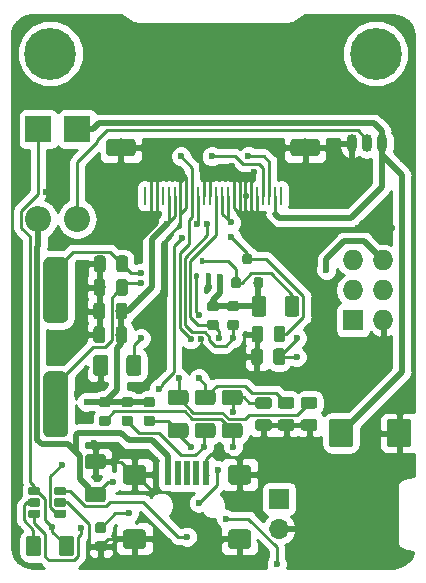
<source format=gtl>
G04 #@! TF.GenerationSoftware,KiCad,Pcbnew,5.0.2*
G04 #@! TF.CreationDate,2019-02-05T18:00:36+01:00*
G04 #@! TF.ProjectId,xling,786c696e-672e-46b6-9963-61645f706362,0.2.5*
G04 #@! TF.SameCoordinates,Original*
G04 #@! TF.FileFunction,Copper,L1,Top*
G04 #@! TF.FilePolarity,Positive*
%FSLAX46Y46*%
G04 Gerber Fmt 4.6, Leading zero omitted, Abs format (unit mm)*
G04 Created by KiCad (PCBNEW 5.0.2) date Tue Feb  5 18:00:36 2019*
%MOMM*%
%LPD*%
G01*
G04 APERTURE LIST*
G04 #@! TA.AperFunction,Conductor*
%ADD10C,0.100000*%
G04 #@! TD*
G04 #@! TA.AperFunction,SMDPad,CuDef*
%ADD11C,1.500000*%
G04 #@! TD*
G04 #@! TA.AperFunction,SMDPad,CuDef*
%ADD12R,0.250000X1.500000*%
G04 #@! TD*
G04 #@! TA.AperFunction,SMDPad,CuDef*
%ADD13R,0.500000X2.000000*%
G04 #@! TD*
G04 #@! TA.AperFunction,SMDPad,CuDef*
%ADD14C,1.700000*%
G04 #@! TD*
G04 #@! TA.AperFunction,SMDPad,CuDef*
%ADD15C,0.356000*%
G04 #@! TD*
G04 #@! TA.AperFunction,SMDPad,CuDef*
%ADD16C,2.100580*%
G04 #@! TD*
G04 #@! TA.AperFunction,ComponentPad*
%ADD17O,1.727200X1.727200*%
G04 #@! TD*
G04 #@! TA.AperFunction,ComponentPad*
%ADD18R,1.727200X1.727200*%
G04 #@! TD*
G04 #@! TA.AperFunction,SMDPad,CuDef*
%ADD19C,0.700000*%
G04 #@! TD*
G04 #@! TA.AperFunction,ComponentPad*
%ADD20O,0.899160X1.501140*%
G04 #@! TD*
G04 #@! TA.AperFunction,SMDPad,CuDef*
%ADD21C,1.250000*%
G04 #@! TD*
G04 #@! TA.AperFunction,SMDPad,CuDef*
%ADD22C,0.975000*%
G04 #@! TD*
G04 #@! TA.AperFunction,SMDPad,CuDef*
%ADD23C,2.075000*%
G04 #@! TD*
G04 #@! TA.AperFunction,ComponentPad*
%ADD24R,2.200000X2.200000*%
G04 #@! TD*
G04 #@! TA.AperFunction,ComponentPad*
%ADD25O,2.200000X2.200000*%
G04 #@! TD*
G04 #@! TA.AperFunction,ComponentPad*
%ADD26O,1.700000X1.700000*%
G04 #@! TD*
G04 #@! TA.AperFunction,ComponentPad*
%ADD27R,1.700000X1.700000*%
G04 #@! TD*
G04 #@! TA.AperFunction,SMDPad,CuDef*
%ADD28C,0.800000*%
G04 #@! TD*
G04 #@! TA.AperFunction,SMDPad,CuDef*
%ADD29C,0.875000*%
G04 #@! TD*
G04 #@! TA.AperFunction,ComponentPad*
%ADD30C,4.400000*%
G04 #@! TD*
G04 #@! TA.AperFunction,ComponentPad*
%ADD31C,0.700000*%
G04 #@! TD*
G04 #@! TA.AperFunction,ViaPad*
%ADD32C,0.600000*%
G04 #@! TD*
G04 #@! TA.AperFunction,Conductor*
%ADD33C,0.250000*%
G04 #@! TD*
G04 #@! TA.AperFunction,Conductor*
%ADD34C,0.500000*%
G04 #@! TD*
G04 #@! TA.AperFunction,Conductor*
%ADD35C,0.254000*%
G04 #@! TD*
G04 APERTURE END LIST*
D10*
G04 #@! TO.N,GND*
G04 #@! TO.C,U3*
G36*
X148411756Y-87401806D02*
X148448159Y-87407206D01*
X148483857Y-87416147D01*
X148518506Y-87428545D01*
X148551774Y-87444280D01*
X148583339Y-87463199D01*
X148612897Y-87485121D01*
X148640165Y-87509835D01*
X148664879Y-87537103D01*
X148686801Y-87566661D01*
X148705720Y-87598226D01*
X148721455Y-87631494D01*
X148733853Y-87666143D01*
X148742794Y-87701841D01*
X148748194Y-87738244D01*
X148750000Y-87775000D01*
X148750000Y-88525000D01*
X148748194Y-88561756D01*
X148742794Y-88598159D01*
X148733853Y-88633857D01*
X148721455Y-88668506D01*
X148705720Y-88701774D01*
X148686801Y-88733339D01*
X148664879Y-88762897D01*
X148640165Y-88790165D01*
X148612897Y-88814879D01*
X148583339Y-88836801D01*
X148551774Y-88855720D01*
X148518506Y-88871455D01*
X148483857Y-88883853D01*
X148448159Y-88892794D01*
X148411756Y-88898194D01*
X148375000Y-88900000D01*
X146625000Y-88900000D01*
X146588244Y-88898194D01*
X146551841Y-88892794D01*
X146516143Y-88883853D01*
X146481494Y-88871455D01*
X146448226Y-88855720D01*
X146416661Y-88836801D01*
X146387103Y-88814879D01*
X146359835Y-88790165D01*
X146335121Y-88762897D01*
X146313199Y-88733339D01*
X146294280Y-88701774D01*
X146278545Y-88668506D01*
X146266147Y-88633857D01*
X146257206Y-88598159D01*
X146251806Y-88561756D01*
X146250000Y-88525000D01*
X146250000Y-87775000D01*
X146251806Y-87738244D01*
X146257206Y-87701841D01*
X146266147Y-87666143D01*
X146278545Y-87631494D01*
X146294280Y-87598226D01*
X146313199Y-87566661D01*
X146335121Y-87537103D01*
X146359835Y-87509835D01*
X146387103Y-87485121D01*
X146416661Y-87463199D01*
X146448226Y-87444280D01*
X146481494Y-87428545D01*
X146516143Y-87416147D01*
X146551841Y-87407206D01*
X146588244Y-87401806D01*
X146625000Y-87400000D01*
X148375000Y-87400000D01*
X148411756Y-87401806D01*
X148411756Y-87401806D01*
G37*
D11*
G04 #@! TD*
G04 #@! TO.P,U3,3*
G04 #@! TO.N,GND*
X147500000Y-88150000D03*
D10*
G04 #@! TO.N,GND*
G04 #@! TO.C,U3*
G36*
X132811756Y-87401806D02*
X132848159Y-87407206D01*
X132883857Y-87416147D01*
X132918506Y-87428545D01*
X132951774Y-87444280D01*
X132983339Y-87463199D01*
X133012897Y-87485121D01*
X133040165Y-87509835D01*
X133064879Y-87537103D01*
X133086801Y-87566661D01*
X133105720Y-87598226D01*
X133121455Y-87631494D01*
X133133853Y-87666143D01*
X133142794Y-87701841D01*
X133148194Y-87738244D01*
X133150000Y-87775000D01*
X133150000Y-88525000D01*
X133148194Y-88561756D01*
X133142794Y-88598159D01*
X133133853Y-88633857D01*
X133121455Y-88668506D01*
X133105720Y-88701774D01*
X133086801Y-88733339D01*
X133064879Y-88762897D01*
X133040165Y-88790165D01*
X133012897Y-88814879D01*
X132983339Y-88836801D01*
X132951774Y-88855720D01*
X132918506Y-88871455D01*
X132883857Y-88883853D01*
X132848159Y-88892794D01*
X132811756Y-88898194D01*
X132775000Y-88900000D01*
X131025000Y-88900000D01*
X130988244Y-88898194D01*
X130951841Y-88892794D01*
X130916143Y-88883853D01*
X130881494Y-88871455D01*
X130848226Y-88855720D01*
X130816661Y-88836801D01*
X130787103Y-88814879D01*
X130759835Y-88790165D01*
X130735121Y-88762897D01*
X130713199Y-88733339D01*
X130694280Y-88701774D01*
X130678545Y-88668506D01*
X130666147Y-88633857D01*
X130657206Y-88598159D01*
X130651806Y-88561756D01*
X130650000Y-88525000D01*
X130650000Y-87775000D01*
X130651806Y-87738244D01*
X130657206Y-87701841D01*
X130666147Y-87666143D01*
X130678545Y-87631494D01*
X130694280Y-87598226D01*
X130713199Y-87566661D01*
X130735121Y-87537103D01*
X130759835Y-87509835D01*
X130787103Y-87485121D01*
X130816661Y-87463199D01*
X130848226Y-87444280D01*
X130881494Y-87428545D01*
X130916143Y-87416147D01*
X130951841Y-87407206D01*
X130988244Y-87401806D01*
X131025000Y-87400000D01*
X132775000Y-87400000D01*
X132811756Y-87401806D01*
X132811756Y-87401806D01*
G37*
D11*
G04 #@! TD*
G04 #@! TO.P,U3,3*
G04 #@! TO.N,GND*
X131900000Y-88150000D03*
D12*
G04 #@! TO.P,U3,24*
G04 #@! TO.N,N/C*
X145450000Y-92250000D03*
G04 #@! TO.P,U3,23*
G04 #@! TO.N,+12V*
X144950000Y-92250000D03*
G04 #@! TO.P,U3,22*
G04 #@! TO.N,Net-(C11-Pad1)*
X144450000Y-92250000D03*
G04 #@! TO.P,U3,21*
G04 #@! TO.N,Net-(R2-Pad2)*
X143950000Y-92250000D03*
G04 #@! TO.P,U3,20*
G04 #@! TO.N,GND*
X143450000Y-92250000D03*
G04 #@! TO.P,U3,19*
X142950000Y-92250000D03*
G04 #@! TO.P,U3,18*
X142450000Y-92250000D03*
G04 #@! TO.P,U3,17*
X141950000Y-92250000D03*
G04 #@! TO.P,U3,16*
X141450000Y-92250000D03*
G04 #@! TO.P,U3,15*
G04 #@! TO.N,/OLED_SDA*
X140950000Y-92250000D03*
G04 #@! TO.P,U3,14*
X140450000Y-92250000D03*
G04 #@! TO.P,U3,13*
G04 #@! TO.N,/OLED_SCL*
X139950000Y-92250000D03*
G04 #@! TO.P,U3,12*
G04 #@! TO.N,GND*
X139450000Y-92250000D03*
G04 #@! TO.P,U3,11*
X138950000Y-92250000D03*
G04 #@! TO.P,U3,10*
G04 #@! TO.N,+3V3*
X138450000Y-92250000D03*
G04 #@! TO.P,U3,9*
G04 #@! TO.N,/OLED_RES*
X137950000Y-92250000D03*
G04 #@! TO.P,U3,8*
G04 #@! TO.N,GND*
X137450000Y-92250000D03*
G04 #@! TO.P,U3,7*
X136950000Y-92250000D03*
G04 #@! TO.P,U3,6*
G04 #@! TO.N,+3V3*
X136450000Y-92250000D03*
G04 #@! TO.P,U3,5*
X135950000Y-92250000D03*
G04 #@! TO.P,U3,4*
G04 #@! TO.N,N/C*
X135450000Y-92250000D03*
G04 #@! TO.P,U3,3*
G04 #@! TO.N,GND*
X134950000Y-92250000D03*
G04 #@! TO.P,U3,2*
X134450000Y-92250000D03*
G04 #@! TO.P,U3,1*
G04 #@! TO.N,N/C*
X133950000Y-92250000D03*
G04 #@! TD*
D13*
G04 #@! TO.P,J4,1*
G04 #@! TO.N,Net-(C3-Pad1)*
X135900000Y-115750000D03*
G04 #@! TO.P,J4,2*
G04 #@! TO.N,N/C*
X136700000Y-115750000D03*
G04 #@! TO.P,J4,3*
X137500000Y-115750000D03*
G04 #@! TO.P,J4,4*
X138300000Y-115750000D03*
G04 #@! TO.P,J4,5*
G04 #@! TO.N,GND*
X139100000Y-115750000D03*
D10*
G04 #@! TD*
G04 #@! TO.N,GND*
G04 #@! TO.C,J4*
G36*
X133666657Y-115002046D02*
X133707913Y-115008166D01*
X133748371Y-115018300D01*
X133787640Y-115032351D01*
X133825344Y-115050183D01*
X133861117Y-115071625D01*
X133894617Y-115096471D01*
X133925520Y-115124480D01*
X133953529Y-115155383D01*
X133978375Y-115188883D01*
X133999817Y-115224656D01*
X134017649Y-115262360D01*
X134031700Y-115301629D01*
X134041834Y-115342087D01*
X134047954Y-115383343D01*
X134050000Y-115425000D01*
X134050000Y-116275000D01*
X134047954Y-116316657D01*
X134041834Y-116357913D01*
X134031700Y-116398371D01*
X134017649Y-116437640D01*
X133999817Y-116475344D01*
X133978375Y-116511117D01*
X133953529Y-116544617D01*
X133925520Y-116575520D01*
X133894617Y-116603529D01*
X133861117Y-116628375D01*
X133825344Y-116649817D01*
X133787640Y-116667649D01*
X133748371Y-116681700D01*
X133707913Y-116691834D01*
X133666657Y-116697954D01*
X133625000Y-116700000D01*
X132475000Y-116700000D01*
X132433343Y-116697954D01*
X132392087Y-116691834D01*
X132351629Y-116681700D01*
X132312360Y-116667649D01*
X132274656Y-116649817D01*
X132238883Y-116628375D01*
X132205383Y-116603529D01*
X132174480Y-116575520D01*
X132146471Y-116544617D01*
X132121625Y-116511117D01*
X132100183Y-116475344D01*
X132082351Y-116437640D01*
X132068300Y-116398371D01*
X132058166Y-116357913D01*
X132052046Y-116316657D01*
X132050000Y-116275000D01*
X132050000Y-115425000D01*
X132052046Y-115383343D01*
X132058166Y-115342087D01*
X132068300Y-115301629D01*
X132082351Y-115262360D01*
X132100183Y-115224656D01*
X132121625Y-115188883D01*
X132146471Y-115155383D01*
X132174480Y-115124480D01*
X132205383Y-115096471D01*
X132238883Y-115071625D01*
X132274656Y-115050183D01*
X132312360Y-115032351D01*
X132351629Y-115018300D01*
X132392087Y-115008166D01*
X132433343Y-115002046D01*
X132475000Y-115000000D01*
X133625000Y-115000000D01*
X133666657Y-115002046D01*
X133666657Y-115002046D01*
G37*
D14*
G04 #@! TO.P,J4,6*
G04 #@! TO.N,GND*
X133050000Y-115850000D03*
D10*
G04 #@! TD*
G04 #@! TO.N,GND*
G04 #@! TO.C,J4*
G36*
X133666657Y-120452046D02*
X133707913Y-120458166D01*
X133748371Y-120468300D01*
X133787640Y-120482351D01*
X133825344Y-120500183D01*
X133861117Y-120521625D01*
X133894617Y-120546471D01*
X133925520Y-120574480D01*
X133953529Y-120605383D01*
X133978375Y-120638883D01*
X133999817Y-120674656D01*
X134017649Y-120712360D01*
X134031700Y-120751629D01*
X134041834Y-120792087D01*
X134047954Y-120833343D01*
X134050000Y-120875000D01*
X134050000Y-121725000D01*
X134047954Y-121766657D01*
X134041834Y-121807913D01*
X134031700Y-121848371D01*
X134017649Y-121887640D01*
X133999817Y-121925344D01*
X133978375Y-121961117D01*
X133953529Y-121994617D01*
X133925520Y-122025520D01*
X133894617Y-122053529D01*
X133861117Y-122078375D01*
X133825344Y-122099817D01*
X133787640Y-122117649D01*
X133748371Y-122131700D01*
X133707913Y-122141834D01*
X133666657Y-122147954D01*
X133625000Y-122150000D01*
X132475000Y-122150000D01*
X132433343Y-122147954D01*
X132392087Y-122141834D01*
X132351629Y-122131700D01*
X132312360Y-122117649D01*
X132274656Y-122099817D01*
X132238883Y-122078375D01*
X132205383Y-122053529D01*
X132174480Y-122025520D01*
X132146471Y-121994617D01*
X132121625Y-121961117D01*
X132100183Y-121925344D01*
X132082351Y-121887640D01*
X132068300Y-121848371D01*
X132058166Y-121807913D01*
X132052046Y-121766657D01*
X132050000Y-121725000D01*
X132050000Y-120875000D01*
X132052046Y-120833343D01*
X132058166Y-120792087D01*
X132068300Y-120751629D01*
X132082351Y-120712360D01*
X132100183Y-120674656D01*
X132121625Y-120638883D01*
X132146471Y-120605383D01*
X132174480Y-120574480D01*
X132205383Y-120546471D01*
X132238883Y-120521625D01*
X132274656Y-120500183D01*
X132312360Y-120482351D01*
X132351629Y-120468300D01*
X132392087Y-120458166D01*
X132433343Y-120452046D01*
X132475000Y-120450000D01*
X133625000Y-120450000D01*
X133666657Y-120452046D01*
X133666657Y-120452046D01*
G37*
D14*
G04 #@! TO.P,J4,6*
G04 #@! TO.N,GND*
X133050000Y-121300000D03*
D10*
G04 #@! TD*
G04 #@! TO.N,GND*
G04 #@! TO.C,J4*
G36*
X142566657Y-115002046D02*
X142607913Y-115008166D01*
X142648371Y-115018300D01*
X142687640Y-115032351D01*
X142725344Y-115050183D01*
X142761117Y-115071625D01*
X142794617Y-115096471D01*
X142825520Y-115124480D01*
X142853529Y-115155383D01*
X142878375Y-115188883D01*
X142899817Y-115224656D01*
X142917649Y-115262360D01*
X142931700Y-115301629D01*
X142941834Y-115342087D01*
X142947954Y-115383343D01*
X142950000Y-115425000D01*
X142950000Y-116275000D01*
X142947954Y-116316657D01*
X142941834Y-116357913D01*
X142931700Y-116398371D01*
X142917649Y-116437640D01*
X142899817Y-116475344D01*
X142878375Y-116511117D01*
X142853529Y-116544617D01*
X142825520Y-116575520D01*
X142794617Y-116603529D01*
X142761117Y-116628375D01*
X142725344Y-116649817D01*
X142687640Y-116667649D01*
X142648371Y-116681700D01*
X142607913Y-116691834D01*
X142566657Y-116697954D01*
X142525000Y-116700000D01*
X141375000Y-116700000D01*
X141333343Y-116697954D01*
X141292087Y-116691834D01*
X141251629Y-116681700D01*
X141212360Y-116667649D01*
X141174656Y-116649817D01*
X141138883Y-116628375D01*
X141105383Y-116603529D01*
X141074480Y-116575520D01*
X141046471Y-116544617D01*
X141021625Y-116511117D01*
X141000183Y-116475344D01*
X140982351Y-116437640D01*
X140968300Y-116398371D01*
X140958166Y-116357913D01*
X140952046Y-116316657D01*
X140950000Y-116275000D01*
X140950000Y-115425000D01*
X140952046Y-115383343D01*
X140958166Y-115342087D01*
X140968300Y-115301629D01*
X140982351Y-115262360D01*
X141000183Y-115224656D01*
X141021625Y-115188883D01*
X141046471Y-115155383D01*
X141074480Y-115124480D01*
X141105383Y-115096471D01*
X141138883Y-115071625D01*
X141174656Y-115050183D01*
X141212360Y-115032351D01*
X141251629Y-115018300D01*
X141292087Y-115008166D01*
X141333343Y-115002046D01*
X141375000Y-115000000D01*
X142525000Y-115000000D01*
X142566657Y-115002046D01*
X142566657Y-115002046D01*
G37*
D14*
G04 #@! TO.P,J4,6*
G04 #@! TO.N,GND*
X141950000Y-115850000D03*
D10*
G04 #@! TD*
G04 #@! TO.N,GND*
G04 #@! TO.C,J4*
G36*
X142566657Y-120452046D02*
X142607913Y-120458166D01*
X142648371Y-120468300D01*
X142687640Y-120482351D01*
X142725344Y-120500183D01*
X142761117Y-120521625D01*
X142794617Y-120546471D01*
X142825520Y-120574480D01*
X142853529Y-120605383D01*
X142878375Y-120638883D01*
X142899817Y-120674656D01*
X142917649Y-120712360D01*
X142931700Y-120751629D01*
X142941834Y-120792087D01*
X142947954Y-120833343D01*
X142950000Y-120875000D01*
X142950000Y-121725000D01*
X142947954Y-121766657D01*
X142941834Y-121807913D01*
X142931700Y-121848371D01*
X142917649Y-121887640D01*
X142899817Y-121925344D01*
X142878375Y-121961117D01*
X142853529Y-121994617D01*
X142825520Y-122025520D01*
X142794617Y-122053529D01*
X142761117Y-122078375D01*
X142725344Y-122099817D01*
X142687640Y-122117649D01*
X142648371Y-122131700D01*
X142607913Y-122141834D01*
X142566657Y-122147954D01*
X142525000Y-122150000D01*
X141375000Y-122150000D01*
X141333343Y-122147954D01*
X141292087Y-122141834D01*
X141251629Y-122131700D01*
X141212360Y-122117649D01*
X141174656Y-122099817D01*
X141138883Y-122078375D01*
X141105383Y-122053529D01*
X141074480Y-122025520D01*
X141046471Y-121994617D01*
X141021625Y-121961117D01*
X141000183Y-121925344D01*
X140982351Y-121887640D01*
X140968300Y-121848371D01*
X140958166Y-121807913D01*
X140952046Y-121766657D01*
X140950000Y-121725000D01*
X140950000Y-120875000D01*
X140952046Y-120833343D01*
X140958166Y-120792087D01*
X140968300Y-120751629D01*
X140982351Y-120712360D01*
X141000183Y-120674656D01*
X141021625Y-120638883D01*
X141046471Y-120605383D01*
X141074480Y-120574480D01*
X141105383Y-120546471D01*
X141138883Y-120521625D01*
X141174656Y-120500183D01*
X141212360Y-120482351D01*
X141251629Y-120468300D01*
X141292087Y-120458166D01*
X141333343Y-120452046D01*
X141375000Y-120450000D01*
X142525000Y-120450000D01*
X142566657Y-120452046D01*
X142566657Y-120452046D01*
G37*
D14*
G04 #@! TO.P,J4,6*
G04 #@! TO.N,GND*
X141950000Y-121300000D03*
G04 #@! TD*
D10*
G04 #@! TO.N,Net-(Q2-Pad1)*
G04 #@! TO.C,Q3*
G36*
X138897724Y-97498429D02*
X138906363Y-97499710D01*
X138914835Y-97501832D01*
X138923059Y-97504775D01*
X138930954Y-97508509D01*
X138938446Y-97512999D01*
X138945461Y-97518202D01*
X138951933Y-97524067D01*
X138957798Y-97530539D01*
X138963001Y-97537554D01*
X138967491Y-97545046D01*
X138971225Y-97552941D01*
X138974168Y-97561165D01*
X138976290Y-97569637D01*
X138977571Y-97578276D01*
X138978000Y-97587000D01*
X138978000Y-97917000D01*
X138977571Y-97925724D01*
X138976290Y-97934363D01*
X138974168Y-97942835D01*
X138971225Y-97951059D01*
X138967491Y-97958954D01*
X138963001Y-97966446D01*
X138957798Y-97973461D01*
X138951933Y-97979933D01*
X138945461Y-97985798D01*
X138938446Y-97991001D01*
X138930954Y-97995491D01*
X138923059Y-97999225D01*
X138914835Y-98002168D01*
X138906363Y-98004290D01*
X138897724Y-98005571D01*
X138889000Y-98006000D01*
X138711000Y-98006000D01*
X138702276Y-98005571D01*
X138693637Y-98004290D01*
X138685165Y-98002168D01*
X138676941Y-97999225D01*
X138669046Y-97995491D01*
X138661554Y-97991001D01*
X138654539Y-97985798D01*
X138648067Y-97979933D01*
X138642202Y-97973461D01*
X138636999Y-97966446D01*
X138632509Y-97958954D01*
X138628775Y-97951059D01*
X138625832Y-97942835D01*
X138623710Y-97934363D01*
X138622429Y-97925724D01*
X138622000Y-97917000D01*
X138622000Y-97587000D01*
X138622429Y-97578276D01*
X138623710Y-97569637D01*
X138625832Y-97561165D01*
X138628775Y-97552941D01*
X138632509Y-97545046D01*
X138636999Y-97537554D01*
X138642202Y-97530539D01*
X138648067Y-97524067D01*
X138654539Y-97518202D01*
X138661554Y-97512999D01*
X138669046Y-97508509D01*
X138676941Y-97504775D01*
X138685165Y-97501832D01*
X138693637Y-97499710D01*
X138702276Y-97498429D01*
X138711000Y-97498000D01*
X138889000Y-97498000D01*
X138897724Y-97498429D01*
X138897724Y-97498429D01*
G37*
D15*
G04 #@! TD*
G04 #@! TO.P,Q3,3*
G04 #@! TO.N,Net-(Q2-Pad1)*
X138800000Y-97752000D03*
D10*
G04 #@! TO.N,/OLED_PWR*
G04 #@! TO.C,Q3*
G36*
X138397724Y-98793429D02*
X138406363Y-98794710D01*
X138414835Y-98796832D01*
X138423059Y-98799775D01*
X138430954Y-98803509D01*
X138438446Y-98807999D01*
X138445461Y-98813202D01*
X138451933Y-98819067D01*
X138457798Y-98825539D01*
X138463001Y-98832554D01*
X138467491Y-98840046D01*
X138471225Y-98847941D01*
X138474168Y-98856165D01*
X138476290Y-98864637D01*
X138477571Y-98873276D01*
X138478000Y-98882000D01*
X138478000Y-99212000D01*
X138477571Y-99220724D01*
X138476290Y-99229363D01*
X138474168Y-99237835D01*
X138471225Y-99246059D01*
X138467491Y-99253954D01*
X138463001Y-99261446D01*
X138457798Y-99268461D01*
X138451933Y-99274933D01*
X138445461Y-99280798D01*
X138438446Y-99286001D01*
X138430954Y-99290491D01*
X138423059Y-99294225D01*
X138414835Y-99297168D01*
X138406363Y-99299290D01*
X138397724Y-99300571D01*
X138389000Y-99301000D01*
X138211000Y-99301000D01*
X138202276Y-99300571D01*
X138193637Y-99299290D01*
X138185165Y-99297168D01*
X138176941Y-99294225D01*
X138169046Y-99290491D01*
X138161554Y-99286001D01*
X138154539Y-99280798D01*
X138148067Y-99274933D01*
X138142202Y-99268461D01*
X138136999Y-99261446D01*
X138132509Y-99253954D01*
X138128775Y-99246059D01*
X138125832Y-99237835D01*
X138123710Y-99229363D01*
X138122429Y-99220724D01*
X138122000Y-99212000D01*
X138122000Y-98882000D01*
X138122429Y-98873276D01*
X138123710Y-98864637D01*
X138125832Y-98856165D01*
X138128775Y-98847941D01*
X138132509Y-98840046D01*
X138136999Y-98832554D01*
X138142202Y-98825539D01*
X138148067Y-98819067D01*
X138154539Y-98813202D01*
X138161554Y-98807999D01*
X138169046Y-98803509D01*
X138176941Y-98799775D01*
X138185165Y-98796832D01*
X138193637Y-98794710D01*
X138202276Y-98793429D01*
X138211000Y-98793000D01*
X138389000Y-98793000D01*
X138397724Y-98793429D01*
X138397724Y-98793429D01*
G37*
D15*
G04 #@! TD*
G04 #@! TO.P,Q3,1*
G04 #@! TO.N,/OLED_PWR*
X138300000Y-99047000D03*
D10*
G04 #@! TO.N,GND*
G04 #@! TO.C,Q3*
G36*
X139397724Y-98793429D02*
X139406363Y-98794710D01*
X139414835Y-98796832D01*
X139423059Y-98799775D01*
X139430954Y-98803509D01*
X139438446Y-98807999D01*
X139445461Y-98813202D01*
X139451933Y-98819067D01*
X139457798Y-98825539D01*
X139463001Y-98832554D01*
X139467491Y-98840046D01*
X139471225Y-98847941D01*
X139474168Y-98856165D01*
X139476290Y-98864637D01*
X139477571Y-98873276D01*
X139478000Y-98882000D01*
X139478000Y-99212000D01*
X139477571Y-99220724D01*
X139476290Y-99229363D01*
X139474168Y-99237835D01*
X139471225Y-99246059D01*
X139467491Y-99253954D01*
X139463001Y-99261446D01*
X139457798Y-99268461D01*
X139451933Y-99274933D01*
X139445461Y-99280798D01*
X139438446Y-99286001D01*
X139430954Y-99290491D01*
X139423059Y-99294225D01*
X139414835Y-99297168D01*
X139406363Y-99299290D01*
X139397724Y-99300571D01*
X139389000Y-99301000D01*
X139211000Y-99301000D01*
X139202276Y-99300571D01*
X139193637Y-99299290D01*
X139185165Y-99297168D01*
X139176941Y-99294225D01*
X139169046Y-99290491D01*
X139161554Y-99286001D01*
X139154539Y-99280798D01*
X139148067Y-99274933D01*
X139142202Y-99268461D01*
X139136999Y-99261446D01*
X139132509Y-99253954D01*
X139128775Y-99246059D01*
X139125832Y-99237835D01*
X139123710Y-99229363D01*
X139122429Y-99220724D01*
X139122000Y-99212000D01*
X139122000Y-98882000D01*
X139122429Y-98873276D01*
X139123710Y-98864637D01*
X139125832Y-98856165D01*
X139128775Y-98847941D01*
X139132509Y-98840046D01*
X139136999Y-98832554D01*
X139142202Y-98825539D01*
X139148067Y-98819067D01*
X139154539Y-98813202D01*
X139161554Y-98807999D01*
X139169046Y-98803509D01*
X139176941Y-98799775D01*
X139185165Y-98796832D01*
X139193637Y-98794710D01*
X139202276Y-98793429D01*
X139211000Y-98793000D01*
X139389000Y-98793000D01*
X139397724Y-98793429D01*
X139397724Y-98793429D01*
G37*
D15*
G04 #@! TD*
G04 #@! TO.P,Q3,2*
G04 #@! TO.N,GND*
X139300000Y-99047000D03*
D10*
G04 #@! TO.N,Net-(C13-Pad1)*
G04 #@! TO.C,Y1*
G36*
X126956618Y-107111039D02*
X127007596Y-107118601D01*
X127057587Y-107131123D01*
X127106109Y-107148484D01*
X127152697Y-107170518D01*
X127196900Y-107197013D01*
X127238293Y-107227712D01*
X127276479Y-107262321D01*
X127311088Y-107300507D01*
X127341787Y-107341900D01*
X127368282Y-107386103D01*
X127390316Y-107432691D01*
X127407677Y-107481213D01*
X127420199Y-107531204D01*
X127427761Y-107582182D01*
X127430290Y-107633655D01*
X127430290Y-112184065D01*
X127427761Y-112235538D01*
X127420199Y-112286516D01*
X127407677Y-112336507D01*
X127390316Y-112385029D01*
X127368282Y-112431617D01*
X127341787Y-112475820D01*
X127311088Y-112517213D01*
X127276479Y-112555399D01*
X127238293Y-112590008D01*
X127196900Y-112620707D01*
X127152697Y-112647202D01*
X127106109Y-112669236D01*
X127057587Y-112686597D01*
X127007596Y-112699119D01*
X126956618Y-112706681D01*
X126905145Y-112709210D01*
X125854855Y-112709210D01*
X125803382Y-112706681D01*
X125752404Y-112699119D01*
X125702413Y-112686597D01*
X125653891Y-112669236D01*
X125607303Y-112647202D01*
X125563100Y-112620707D01*
X125521707Y-112590008D01*
X125483521Y-112555399D01*
X125448912Y-112517213D01*
X125418213Y-112475820D01*
X125391718Y-112431617D01*
X125369684Y-112385029D01*
X125352323Y-112336507D01*
X125339801Y-112286516D01*
X125332239Y-112235538D01*
X125329710Y-112184065D01*
X125329710Y-107633655D01*
X125332239Y-107582182D01*
X125339801Y-107531204D01*
X125352323Y-107481213D01*
X125369684Y-107432691D01*
X125391718Y-107386103D01*
X125418213Y-107341900D01*
X125448912Y-107300507D01*
X125483521Y-107262321D01*
X125521707Y-107227712D01*
X125563100Y-107197013D01*
X125607303Y-107170518D01*
X125653891Y-107148484D01*
X125702413Y-107131123D01*
X125752404Y-107118601D01*
X125803382Y-107111039D01*
X125854855Y-107108510D01*
X126905145Y-107108510D01*
X126956618Y-107111039D01*
X126956618Y-107111039D01*
G37*
D16*
G04 #@! TD*
G04 #@! TO.P,Y1,2*
G04 #@! TO.N,Net-(C13-Pad1)*
X126380000Y-109908860D03*
D10*
G04 #@! TO.N,Net-(C15-Pad1)*
G04 #@! TO.C,Y1*
G36*
X126956618Y-97413319D02*
X127007596Y-97420881D01*
X127057587Y-97433403D01*
X127106109Y-97450764D01*
X127152697Y-97472798D01*
X127196900Y-97499293D01*
X127238293Y-97529992D01*
X127276479Y-97564601D01*
X127311088Y-97602787D01*
X127341787Y-97644180D01*
X127368282Y-97688383D01*
X127390316Y-97734971D01*
X127407677Y-97783493D01*
X127420199Y-97833484D01*
X127427761Y-97884462D01*
X127430290Y-97935935D01*
X127430290Y-102486345D01*
X127427761Y-102537818D01*
X127420199Y-102588796D01*
X127407677Y-102638787D01*
X127390316Y-102687309D01*
X127368282Y-102733897D01*
X127341787Y-102778100D01*
X127311088Y-102819493D01*
X127276479Y-102857679D01*
X127238293Y-102892288D01*
X127196900Y-102922987D01*
X127152697Y-102949482D01*
X127106109Y-102971516D01*
X127057587Y-102988877D01*
X127007596Y-103001399D01*
X126956618Y-103008961D01*
X126905145Y-103011490D01*
X125854855Y-103011490D01*
X125803382Y-103008961D01*
X125752404Y-103001399D01*
X125702413Y-102988877D01*
X125653891Y-102971516D01*
X125607303Y-102949482D01*
X125563100Y-102922987D01*
X125521707Y-102892288D01*
X125483521Y-102857679D01*
X125448912Y-102819493D01*
X125418213Y-102778100D01*
X125391718Y-102733897D01*
X125369684Y-102687309D01*
X125352323Y-102638787D01*
X125339801Y-102588796D01*
X125332239Y-102537818D01*
X125329710Y-102486345D01*
X125329710Y-97935935D01*
X125332239Y-97884462D01*
X125339801Y-97833484D01*
X125352323Y-97783493D01*
X125369684Y-97734971D01*
X125391718Y-97688383D01*
X125418213Y-97644180D01*
X125448912Y-97602787D01*
X125483521Y-97564601D01*
X125521707Y-97529992D01*
X125563100Y-97499293D01*
X125607303Y-97472798D01*
X125653891Y-97450764D01*
X125702413Y-97433403D01*
X125752404Y-97420881D01*
X125803382Y-97413319D01*
X125854855Y-97410790D01*
X126905145Y-97410790D01*
X126956618Y-97413319D01*
X126956618Y-97413319D01*
G37*
D16*
G04 #@! TD*
G04 #@! TO.P,Y1,1*
G04 #@! TO.N,Net-(C15-Pad1)*
X126380000Y-100211140D03*
D17*
G04 #@! TO.P,J5,6*
G04 #@! TO.N,+3V3*
X154100000Y-97710000D03*
G04 #@! TO.P,J5,5*
G04 #@! TO.N,/ISP_PDO_MISO*
X151560000Y-97710000D03*
G04 #@! TO.P,J5,4*
G04 #@! TO.N,/ISP_PDI_MOSI*
X154100000Y-100250000D03*
G04 #@! TO.P,J5,3*
G04 #@! TO.N,/ISP_SCK*
X151560000Y-100250000D03*
G04 #@! TO.P,J5,2*
G04 #@! TO.N,GND*
X154100000Y-102790000D03*
D18*
G04 #@! TO.P,J5,1*
G04 #@! TO.N,/ISP_RST*
X151560000Y-102790000D03*
G04 #@! TD*
D10*
G04 #@! TO.N,Net-(R13-Pad1)*
G04 #@! TO.C,U5*
G36*
X124902653Y-117860843D02*
X124919641Y-117863363D01*
X124936300Y-117867535D01*
X124952470Y-117873321D01*
X124967994Y-117880664D01*
X124982725Y-117889493D01*
X124996519Y-117899723D01*
X125009244Y-117911256D01*
X125020777Y-117923981D01*
X125031007Y-117937775D01*
X125039836Y-117952506D01*
X125047179Y-117968030D01*
X125052965Y-117984200D01*
X125057137Y-118000859D01*
X125059657Y-118017847D01*
X125060500Y-118035000D01*
X125060500Y-118385000D01*
X125059657Y-118402153D01*
X125057137Y-118419141D01*
X125052965Y-118435800D01*
X125047179Y-118451970D01*
X125039836Y-118467494D01*
X125031007Y-118482225D01*
X125020777Y-118496019D01*
X125009244Y-118508744D01*
X124996519Y-118520277D01*
X124982725Y-118530507D01*
X124967994Y-118539336D01*
X124952470Y-118546679D01*
X124936300Y-118552465D01*
X124919641Y-118556637D01*
X124902653Y-118559157D01*
X124885500Y-118560000D01*
X124235500Y-118560000D01*
X124218347Y-118559157D01*
X124201359Y-118556637D01*
X124184700Y-118552465D01*
X124168530Y-118546679D01*
X124153006Y-118539336D01*
X124138275Y-118530507D01*
X124124481Y-118520277D01*
X124111756Y-118508744D01*
X124100223Y-118496019D01*
X124089993Y-118482225D01*
X124081164Y-118467494D01*
X124073821Y-118451970D01*
X124068035Y-118435800D01*
X124063863Y-118419141D01*
X124061343Y-118402153D01*
X124060500Y-118385000D01*
X124060500Y-118035000D01*
X124061343Y-118017847D01*
X124063863Y-118000859D01*
X124068035Y-117984200D01*
X124073821Y-117968030D01*
X124081164Y-117952506D01*
X124089993Y-117937775D01*
X124100223Y-117923981D01*
X124111756Y-117911256D01*
X124124481Y-117899723D01*
X124138275Y-117889493D01*
X124153006Y-117880664D01*
X124168530Y-117873321D01*
X124184700Y-117867535D01*
X124201359Y-117863363D01*
X124218347Y-117860843D01*
X124235500Y-117860000D01*
X124885500Y-117860000D01*
X124902653Y-117860843D01*
X124902653Y-117860843D01*
G37*
D19*
G04 #@! TD*
G04 #@! TO.P,U5,5*
G04 #@! TO.N,Net-(R13-Pad1)*
X124560500Y-118210000D03*
D10*
G04 #@! TO.N,Net-(C1-Pad2)*
G04 #@! TO.C,U5*
G36*
X124902653Y-118810843D02*
X124919641Y-118813363D01*
X124936300Y-118817535D01*
X124952470Y-118823321D01*
X124967994Y-118830664D01*
X124982725Y-118839493D01*
X124996519Y-118849723D01*
X125009244Y-118861256D01*
X125020777Y-118873981D01*
X125031007Y-118887775D01*
X125039836Y-118902506D01*
X125047179Y-118918030D01*
X125052965Y-118934200D01*
X125057137Y-118950859D01*
X125059657Y-118967847D01*
X125060500Y-118985000D01*
X125060500Y-119335000D01*
X125059657Y-119352153D01*
X125057137Y-119369141D01*
X125052965Y-119385800D01*
X125047179Y-119401970D01*
X125039836Y-119417494D01*
X125031007Y-119432225D01*
X125020777Y-119446019D01*
X125009244Y-119458744D01*
X124996519Y-119470277D01*
X124982725Y-119480507D01*
X124967994Y-119489336D01*
X124952470Y-119496679D01*
X124936300Y-119502465D01*
X124919641Y-119506637D01*
X124902653Y-119509157D01*
X124885500Y-119510000D01*
X124235500Y-119510000D01*
X124218347Y-119509157D01*
X124201359Y-119506637D01*
X124184700Y-119502465D01*
X124168530Y-119496679D01*
X124153006Y-119489336D01*
X124138275Y-119480507D01*
X124124481Y-119470277D01*
X124111756Y-119458744D01*
X124100223Y-119446019D01*
X124089993Y-119432225D01*
X124081164Y-119417494D01*
X124073821Y-119401970D01*
X124068035Y-119385800D01*
X124063863Y-119369141D01*
X124061343Y-119352153D01*
X124060500Y-119335000D01*
X124060500Y-118985000D01*
X124061343Y-118967847D01*
X124063863Y-118950859D01*
X124068035Y-118934200D01*
X124073821Y-118918030D01*
X124081164Y-118902506D01*
X124089993Y-118887775D01*
X124100223Y-118873981D01*
X124111756Y-118861256D01*
X124124481Y-118849723D01*
X124138275Y-118839493D01*
X124153006Y-118830664D01*
X124168530Y-118823321D01*
X124184700Y-118817535D01*
X124201359Y-118813363D01*
X124218347Y-118810843D01*
X124235500Y-118810000D01*
X124885500Y-118810000D01*
X124902653Y-118810843D01*
X124902653Y-118810843D01*
G37*
D19*
G04 #@! TD*
G04 #@! TO.P,U5,6*
G04 #@! TO.N,Net-(C1-Pad2)*
X124560500Y-119160000D03*
D10*
G04 #@! TO.N,Net-(C5-Pad1)*
G04 #@! TO.C,U5*
G36*
X124902653Y-116910843D02*
X124919641Y-116913363D01*
X124936300Y-116917535D01*
X124952470Y-116923321D01*
X124967994Y-116930664D01*
X124982725Y-116939493D01*
X124996519Y-116949723D01*
X125009244Y-116961256D01*
X125020777Y-116973981D01*
X125031007Y-116987775D01*
X125039836Y-117002506D01*
X125047179Y-117018030D01*
X125052965Y-117034200D01*
X125057137Y-117050859D01*
X125059657Y-117067847D01*
X125060500Y-117085000D01*
X125060500Y-117435000D01*
X125059657Y-117452153D01*
X125057137Y-117469141D01*
X125052965Y-117485800D01*
X125047179Y-117501970D01*
X125039836Y-117517494D01*
X125031007Y-117532225D01*
X125020777Y-117546019D01*
X125009244Y-117558744D01*
X124996519Y-117570277D01*
X124982725Y-117580507D01*
X124967994Y-117589336D01*
X124952470Y-117596679D01*
X124936300Y-117602465D01*
X124919641Y-117606637D01*
X124902653Y-117609157D01*
X124885500Y-117610000D01*
X124235500Y-117610000D01*
X124218347Y-117609157D01*
X124201359Y-117606637D01*
X124184700Y-117602465D01*
X124168530Y-117596679D01*
X124153006Y-117589336D01*
X124138275Y-117580507D01*
X124124481Y-117570277D01*
X124111756Y-117558744D01*
X124100223Y-117546019D01*
X124089993Y-117532225D01*
X124081164Y-117517494D01*
X124073821Y-117501970D01*
X124068035Y-117485800D01*
X124063863Y-117469141D01*
X124061343Y-117452153D01*
X124060500Y-117435000D01*
X124060500Y-117085000D01*
X124061343Y-117067847D01*
X124063863Y-117050859D01*
X124068035Y-117034200D01*
X124073821Y-117018030D01*
X124081164Y-117002506D01*
X124089993Y-116987775D01*
X124100223Y-116973981D01*
X124111756Y-116961256D01*
X124124481Y-116949723D01*
X124138275Y-116939493D01*
X124153006Y-116930664D01*
X124168530Y-116923321D01*
X124184700Y-116917535D01*
X124201359Y-116913363D01*
X124218347Y-116910843D01*
X124235500Y-116910000D01*
X124885500Y-116910000D01*
X124902653Y-116910843D01*
X124902653Y-116910843D01*
G37*
D19*
G04 #@! TD*
G04 #@! TO.P,U5,4*
G04 #@! TO.N,Net-(C5-Pad1)*
X124560500Y-117260000D03*
D10*
G04 #@! TO.N,Net-(L1-Pad1)*
G04 #@! TO.C,U5*
G36*
X127101653Y-116910843D02*
X127118641Y-116913363D01*
X127135300Y-116917535D01*
X127151470Y-116923321D01*
X127166994Y-116930664D01*
X127181725Y-116939493D01*
X127195519Y-116949723D01*
X127208244Y-116961256D01*
X127219777Y-116973981D01*
X127230007Y-116987775D01*
X127238836Y-117002506D01*
X127246179Y-117018030D01*
X127251965Y-117034200D01*
X127256137Y-117050859D01*
X127258657Y-117067847D01*
X127259500Y-117085000D01*
X127259500Y-117435000D01*
X127258657Y-117452153D01*
X127256137Y-117469141D01*
X127251965Y-117485800D01*
X127246179Y-117501970D01*
X127238836Y-117517494D01*
X127230007Y-117532225D01*
X127219777Y-117546019D01*
X127208244Y-117558744D01*
X127195519Y-117570277D01*
X127181725Y-117580507D01*
X127166994Y-117589336D01*
X127151470Y-117596679D01*
X127135300Y-117602465D01*
X127118641Y-117606637D01*
X127101653Y-117609157D01*
X127084500Y-117610000D01*
X126434500Y-117610000D01*
X126417347Y-117609157D01*
X126400359Y-117606637D01*
X126383700Y-117602465D01*
X126367530Y-117596679D01*
X126352006Y-117589336D01*
X126337275Y-117580507D01*
X126323481Y-117570277D01*
X126310756Y-117558744D01*
X126299223Y-117546019D01*
X126288993Y-117532225D01*
X126280164Y-117517494D01*
X126272821Y-117501970D01*
X126267035Y-117485800D01*
X126262863Y-117469141D01*
X126260343Y-117452153D01*
X126259500Y-117435000D01*
X126259500Y-117085000D01*
X126260343Y-117067847D01*
X126262863Y-117050859D01*
X126267035Y-117034200D01*
X126272821Y-117018030D01*
X126280164Y-117002506D01*
X126288993Y-116987775D01*
X126299223Y-116973981D01*
X126310756Y-116961256D01*
X126323481Y-116949723D01*
X126337275Y-116939493D01*
X126352006Y-116930664D01*
X126367530Y-116923321D01*
X126383700Y-116917535D01*
X126400359Y-116913363D01*
X126417347Y-116910843D01*
X126434500Y-116910000D01*
X127084500Y-116910000D01*
X127101653Y-116910843D01*
X127101653Y-116910843D01*
G37*
D19*
G04 #@! TD*
G04 #@! TO.P,U5,3*
G04 #@! TO.N,Net-(L1-Pad1)*
X126759500Y-117260000D03*
D10*
G04 #@! TO.N,GND*
G04 #@! TO.C,U5*
G36*
X127101653Y-117860843D02*
X127118641Y-117863363D01*
X127135300Y-117867535D01*
X127151470Y-117873321D01*
X127166994Y-117880664D01*
X127181725Y-117889493D01*
X127195519Y-117899723D01*
X127208244Y-117911256D01*
X127219777Y-117923981D01*
X127230007Y-117937775D01*
X127238836Y-117952506D01*
X127246179Y-117968030D01*
X127251965Y-117984200D01*
X127256137Y-118000859D01*
X127258657Y-118017847D01*
X127259500Y-118035000D01*
X127259500Y-118385000D01*
X127258657Y-118402153D01*
X127256137Y-118419141D01*
X127251965Y-118435800D01*
X127246179Y-118451970D01*
X127238836Y-118467494D01*
X127230007Y-118482225D01*
X127219777Y-118496019D01*
X127208244Y-118508744D01*
X127195519Y-118520277D01*
X127181725Y-118530507D01*
X127166994Y-118539336D01*
X127151470Y-118546679D01*
X127135300Y-118552465D01*
X127118641Y-118556637D01*
X127101653Y-118559157D01*
X127084500Y-118560000D01*
X126434500Y-118560000D01*
X126417347Y-118559157D01*
X126400359Y-118556637D01*
X126383700Y-118552465D01*
X126367530Y-118546679D01*
X126352006Y-118539336D01*
X126337275Y-118530507D01*
X126323481Y-118520277D01*
X126310756Y-118508744D01*
X126299223Y-118496019D01*
X126288993Y-118482225D01*
X126280164Y-118467494D01*
X126272821Y-118451970D01*
X126267035Y-118435800D01*
X126262863Y-118419141D01*
X126260343Y-118402153D01*
X126259500Y-118385000D01*
X126259500Y-118035000D01*
X126260343Y-118017847D01*
X126262863Y-118000859D01*
X126267035Y-117984200D01*
X126272821Y-117968030D01*
X126280164Y-117952506D01*
X126288993Y-117937775D01*
X126299223Y-117923981D01*
X126310756Y-117911256D01*
X126323481Y-117899723D01*
X126337275Y-117889493D01*
X126352006Y-117880664D01*
X126367530Y-117873321D01*
X126383700Y-117867535D01*
X126400359Y-117863363D01*
X126417347Y-117860843D01*
X126434500Y-117860000D01*
X127084500Y-117860000D01*
X127101653Y-117860843D01*
X127101653Y-117860843D01*
G37*
D19*
G04 #@! TD*
G04 #@! TO.P,U5,2*
G04 #@! TO.N,GND*
X126759500Y-118210000D03*
D10*
G04 #@! TO.N,Net-(R6-Pad1)*
G04 #@! TO.C,U5*
G36*
X127101653Y-118810843D02*
X127118641Y-118813363D01*
X127135300Y-118817535D01*
X127151470Y-118823321D01*
X127166994Y-118830664D01*
X127181725Y-118839493D01*
X127195519Y-118849723D01*
X127208244Y-118861256D01*
X127219777Y-118873981D01*
X127230007Y-118887775D01*
X127238836Y-118902506D01*
X127246179Y-118918030D01*
X127251965Y-118934200D01*
X127256137Y-118950859D01*
X127258657Y-118967847D01*
X127259500Y-118985000D01*
X127259500Y-119335000D01*
X127258657Y-119352153D01*
X127256137Y-119369141D01*
X127251965Y-119385800D01*
X127246179Y-119401970D01*
X127238836Y-119417494D01*
X127230007Y-119432225D01*
X127219777Y-119446019D01*
X127208244Y-119458744D01*
X127195519Y-119470277D01*
X127181725Y-119480507D01*
X127166994Y-119489336D01*
X127151470Y-119496679D01*
X127135300Y-119502465D01*
X127118641Y-119506637D01*
X127101653Y-119509157D01*
X127084500Y-119510000D01*
X126434500Y-119510000D01*
X126417347Y-119509157D01*
X126400359Y-119506637D01*
X126383700Y-119502465D01*
X126367530Y-119496679D01*
X126352006Y-119489336D01*
X126337275Y-119480507D01*
X126323481Y-119470277D01*
X126310756Y-119458744D01*
X126299223Y-119446019D01*
X126288993Y-119432225D01*
X126280164Y-119417494D01*
X126272821Y-119401970D01*
X126267035Y-119385800D01*
X126262863Y-119369141D01*
X126260343Y-119352153D01*
X126259500Y-119335000D01*
X126259500Y-118985000D01*
X126260343Y-118967847D01*
X126262863Y-118950859D01*
X126267035Y-118934200D01*
X126272821Y-118918030D01*
X126280164Y-118902506D01*
X126288993Y-118887775D01*
X126299223Y-118873981D01*
X126310756Y-118861256D01*
X126323481Y-118849723D01*
X126337275Y-118839493D01*
X126352006Y-118830664D01*
X126367530Y-118823321D01*
X126383700Y-118817535D01*
X126400359Y-118813363D01*
X126417347Y-118810843D01*
X126434500Y-118810000D01*
X127084500Y-118810000D01*
X127101653Y-118810843D01*
X127101653Y-118810843D01*
G37*
D19*
G04 #@! TD*
G04 #@! TO.P,U5,1*
G04 #@! TO.N,Net-(R6-Pad1)*
X126759500Y-119160000D03*
D20*
G04 #@! TO.P,U1,3*
G04 #@! TO.N,+12V*
X154000000Y-87800000D03*
G04 #@! TO.P,U1,1*
G04 #@! TO.N,GND*
X151460000Y-87800000D03*
G04 #@! TO.P,U1,2*
G04 #@! TO.N,Net-(D3-Pad2)*
X152730000Y-87800000D03*
G04 #@! TD*
D10*
G04 #@! TO.N,GND*
G04 #@! TO.C,C3*
G36*
X130399504Y-114126204D02*
X130423773Y-114129804D01*
X130447571Y-114135765D01*
X130470671Y-114144030D01*
X130492849Y-114154520D01*
X130513893Y-114167133D01*
X130533598Y-114181747D01*
X130551777Y-114198223D01*
X130568253Y-114216402D01*
X130582867Y-114236107D01*
X130595480Y-114257151D01*
X130605970Y-114279329D01*
X130614235Y-114302429D01*
X130620196Y-114326227D01*
X130623796Y-114350496D01*
X130625000Y-114375000D01*
X130625000Y-115125000D01*
X130623796Y-115149504D01*
X130620196Y-115173773D01*
X130614235Y-115197571D01*
X130605970Y-115220671D01*
X130595480Y-115242849D01*
X130582867Y-115263893D01*
X130568253Y-115283598D01*
X130551777Y-115301777D01*
X130533598Y-115318253D01*
X130513893Y-115332867D01*
X130492849Y-115345480D01*
X130470671Y-115355970D01*
X130447571Y-115364235D01*
X130423773Y-115370196D01*
X130399504Y-115373796D01*
X130375000Y-115375000D01*
X129125000Y-115375000D01*
X129100496Y-115373796D01*
X129076227Y-115370196D01*
X129052429Y-115364235D01*
X129029329Y-115355970D01*
X129007151Y-115345480D01*
X128986107Y-115332867D01*
X128966402Y-115318253D01*
X128948223Y-115301777D01*
X128931747Y-115283598D01*
X128917133Y-115263893D01*
X128904520Y-115242849D01*
X128894030Y-115220671D01*
X128885765Y-115197571D01*
X128879804Y-115173773D01*
X128876204Y-115149504D01*
X128875000Y-115125000D01*
X128875000Y-114375000D01*
X128876204Y-114350496D01*
X128879804Y-114326227D01*
X128885765Y-114302429D01*
X128894030Y-114279329D01*
X128904520Y-114257151D01*
X128917133Y-114236107D01*
X128931747Y-114216402D01*
X128948223Y-114198223D01*
X128966402Y-114181747D01*
X128986107Y-114167133D01*
X129007151Y-114154520D01*
X129029329Y-114144030D01*
X129052429Y-114135765D01*
X129076227Y-114129804D01*
X129100496Y-114126204D01*
X129125000Y-114125000D01*
X130375000Y-114125000D01*
X130399504Y-114126204D01*
X130399504Y-114126204D01*
G37*
D21*
G04 #@! TD*
G04 #@! TO.P,C3,2*
G04 #@! TO.N,GND*
X129750000Y-114750000D03*
D10*
G04 #@! TO.N,Net-(C3-Pad1)*
G04 #@! TO.C,C3*
G36*
X130399504Y-116926204D02*
X130423773Y-116929804D01*
X130447571Y-116935765D01*
X130470671Y-116944030D01*
X130492849Y-116954520D01*
X130513893Y-116967133D01*
X130533598Y-116981747D01*
X130551777Y-116998223D01*
X130568253Y-117016402D01*
X130582867Y-117036107D01*
X130595480Y-117057151D01*
X130605970Y-117079329D01*
X130614235Y-117102429D01*
X130620196Y-117126227D01*
X130623796Y-117150496D01*
X130625000Y-117175000D01*
X130625000Y-117925000D01*
X130623796Y-117949504D01*
X130620196Y-117973773D01*
X130614235Y-117997571D01*
X130605970Y-118020671D01*
X130595480Y-118042849D01*
X130582867Y-118063893D01*
X130568253Y-118083598D01*
X130551777Y-118101777D01*
X130533598Y-118118253D01*
X130513893Y-118132867D01*
X130492849Y-118145480D01*
X130470671Y-118155970D01*
X130447571Y-118164235D01*
X130423773Y-118170196D01*
X130399504Y-118173796D01*
X130375000Y-118175000D01*
X129125000Y-118175000D01*
X129100496Y-118173796D01*
X129076227Y-118170196D01*
X129052429Y-118164235D01*
X129029329Y-118155970D01*
X129007151Y-118145480D01*
X128986107Y-118132867D01*
X128966402Y-118118253D01*
X128948223Y-118101777D01*
X128931747Y-118083598D01*
X128917133Y-118063893D01*
X128904520Y-118042849D01*
X128894030Y-118020671D01*
X128885765Y-117997571D01*
X128879804Y-117973773D01*
X128876204Y-117949504D01*
X128875000Y-117925000D01*
X128875000Y-117175000D01*
X128876204Y-117150496D01*
X128879804Y-117126227D01*
X128885765Y-117102429D01*
X128894030Y-117079329D01*
X128904520Y-117057151D01*
X128917133Y-117036107D01*
X128931747Y-117016402D01*
X128948223Y-116998223D01*
X128966402Y-116981747D01*
X128986107Y-116967133D01*
X129007151Y-116954520D01*
X129029329Y-116944030D01*
X129052429Y-116935765D01*
X129076227Y-116929804D01*
X129100496Y-116926204D01*
X129125000Y-116925000D01*
X130375000Y-116925000D01*
X130399504Y-116926204D01*
X130399504Y-116926204D01*
G37*
D21*
G04 #@! TD*
G04 #@! TO.P,C3,1*
G04 #@! TO.N,Net-(C3-Pad1)*
X129750000Y-117550000D03*
D10*
G04 #@! TO.N,+3V3*
G04 #@! TO.C,C7*
G36*
X132205142Y-101301174D02*
X132228803Y-101304684D01*
X132252007Y-101310496D01*
X132274529Y-101318554D01*
X132296153Y-101328782D01*
X132316670Y-101341079D01*
X132335883Y-101355329D01*
X132353607Y-101371393D01*
X132369671Y-101389117D01*
X132383921Y-101408330D01*
X132396218Y-101428847D01*
X132406446Y-101450471D01*
X132414504Y-101472993D01*
X132420316Y-101496197D01*
X132423826Y-101519858D01*
X132425000Y-101543750D01*
X132425000Y-102456250D01*
X132423826Y-102480142D01*
X132420316Y-102503803D01*
X132414504Y-102527007D01*
X132406446Y-102549529D01*
X132396218Y-102571153D01*
X132383921Y-102591670D01*
X132369671Y-102610883D01*
X132353607Y-102628607D01*
X132335883Y-102644671D01*
X132316670Y-102658921D01*
X132296153Y-102671218D01*
X132274529Y-102681446D01*
X132252007Y-102689504D01*
X132228803Y-102695316D01*
X132205142Y-102698826D01*
X132181250Y-102700000D01*
X131693750Y-102700000D01*
X131669858Y-102698826D01*
X131646197Y-102695316D01*
X131622993Y-102689504D01*
X131600471Y-102681446D01*
X131578847Y-102671218D01*
X131558330Y-102658921D01*
X131539117Y-102644671D01*
X131521393Y-102628607D01*
X131505329Y-102610883D01*
X131491079Y-102591670D01*
X131478782Y-102571153D01*
X131468554Y-102549529D01*
X131460496Y-102527007D01*
X131454684Y-102503803D01*
X131451174Y-102480142D01*
X131450000Y-102456250D01*
X131450000Y-101543750D01*
X131451174Y-101519858D01*
X131454684Y-101496197D01*
X131460496Y-101472993D01*
X131468554Y-101450471D01*
X131478782Y-101428847D01*
X131491079Y-101408330D01*
X131505329Y-101389117D01*
X131521393Y-101371393D01*
X131539117Y-101355329D01*
X131558330Y-101341079D01*
X131578847Y-101328782D01*
X131600471Y-101318554D01*
X131622993Y-101310496D01*
X131646197Y-101304684D01*
X131669858Y-101301174D01*
X131693750Y-101300000D01*
X132181250Y-101300000D01*
X132205142Y-101301174D01*
X132205142Y-101301174D01*
G37*
D22*
G04 #@! TD*
G04 #@! TO.P,C7,1*
G04 #@! TO.N,+3V3*
X131937500Y-102000000D03*
D10*
G04 #@! TO.N,GND*
G04 #@! TO.C,C7*
G36*
X130330142Y-101301174D02*
X130353803Y-101304684D01*
X130377007Y-101310496D01*
X130399529Y-101318554D01*
X130421153Y-101328782D01*
X130441670Y-101341079D01*
X130460883Y-101355329D01*
X130478607Y-101371393D01*
X130494671Y-101389117D01*
X130508921Y-101408330D01*
X130521218Y-101428847D01*
X130531446Y-101450471D01*
X130539504Y-101472993D01*
X130545316Y-101496197D01*
X130548826Y-101519858D01*
X130550000Y-101543750D01*
X130550000Y-102456250D01*
X130548826Y-102480142D01*
X130545316Y-102503803D01*
X130539504Y-102527007D01*
X130531446Y-102549529D01*
X130521218Y-102571153D01*
X130508921Y-102591670D01*
X130494671Y-102610883D01*
X130478607Y-102628607D01*
X130460883Y-102644671D01*
X130441670Y-102658921D01*
X130421153Y-102671218D01*
X130399529Y-102681446D01*
X130377007Y-102689504D01*
X130353803Y-102695316D01*
X130330142Y-102698826D01*
X130306250Y-102700000D01*
X129818750Y-102700000D01*
X129794858Y-102698826D01*
X129771197Y-102695316D01*
X129747993Y-102689504D01*
X129725471Y-102681446D01*
X129703847Y-102671218D01*
X129683330Y-102658921D01*
X129664117Y-102644671D01*
X129646393Y-102628607D01*
X129630329Y-102610883D01*
X129616079Y-102591670D01*
X129603782Y-102571153D01*
X129593554Y-102549529D01*
X129585496Y-102527007D01*
X129579684Y-102503803D01*
X129576174Y-102480142D01*
X129575000Y-102456250D01*
X129575000Y-101543750D01*
X129576174Y-101519858D01*
X129579684Y-101496197D01*
X129585496Y-101472993D01*
X129593554Y-101450471D01*
X129603782Y-101428847D01*
X129616079Y-101408330D01*
X129630329Y-101389117D01*
X129646393Y-101371393D01*
X129664117Y-101355329D01*
X129683330Y-101341079D01*
X129703847Y-101328782D01*
X129725471Y-101318554D01*
X129747993Y-101310496D01*
X129771197Y-101304684D01*
X129794858Y-101301174D01*
X129818750Y-101300000D01*
X130306250Y-101300000D01*
X130330142Y-101301174D01*
X130330142Y-101301174D01*
G37*
D22*
G04 #@! TD*
G04 #@! TO.P,C7,2*
G04 #@! TO.N,GND*
X130062500Y-102000000D03*
D10*
G04 #@! TO.N,+3V3*
G04 #@! TO.C,C8*
G36*
X132205142Y-103301174D02*
X132228803Y-103304684D01*
X132252007Y-103310496D01*
X132274529Y-103318554D01*
X132296153Y-103328782D01*
X132316670Y-103341079D01*
X132335883Y-103355329D01*
X132353607Y-103371393D01*
X132369671Y-103389117D01*
X132383921Y-103408330D01*
X132396218Y-103428847D01*
X132406446Y-103450471D01*
X132414504Y-103472993D01*
X132420316Y-103496197D01*
X132423826Y-103519858D01*
X132425000Y-103543750D01*
X132425000Y-104456250D01*
X132423826Y-104480142D01*
X132420316Y-104503803D01*
X132414504Y-104527007D01*
X132406446Y-104549529D01*
X132396218Y-104571153D01*
X132383921Y-104591670D01*
X132369671Y-104610883D01*
X132353607Y-104628607D01*
X132335883Y-104644671D01*
X132316670Y-104658921D01*
X132296153Y-104671218D01*
X132274529Y-104681446D01*
X132252007Y-104689504D01*
X132228803Y-104695316D01*
X132205142Y-104698826D01*
X132181250Y-104700000D01*
X131693750Y-104700000D01*
X131669858Y-104698826D01*
X131646197Y-104695316D01*
X131622993Y-104689504D01*
X131600471Y-104681446D01*
X131578847Y-104671218D01*
X131558330Y-104658921D01*
X131539117Y-104644671D01*
X131521393Y-104628607D01*
X131505329Y-104610883D01*
X131491079Y-104591670D01*
X131478782Y-104571153D01*
X131468554Y-104549529D01*
X131460496Y-104527007D01*
X131454684Y-104503803D01*
X131451174Y-104480142D01*
X131450000Y-104456250D01*
X131450000Y-103543750D01*
X131451174Y-103519858D01*
X131454684Y-103496197D01*
X131460496Y-103472993D01*
X131468554Y-103450471D01*
X131478782Y-103428847D01*
X131491079Y-103408330D01*
X131505329Y-103389117D01*
X131521393Y-103371393D01*
X131539117Y-103355329D01*
X131558330Y-103341079D01*
X131578847Y-103328782D01*
X131600471Y-103318554D01*
X131622993Y-103310496D01*
X131646197Y-103304684D01*
X131669858Y-103301174D01*
X131693750Y-103300000D01*
X132181250Y-103300000D01*
X132205142Y-103301174D01*
X132205142Y-103301174D01*
G37*
D22*
G04 #@! TD*
G04 #@! TO.P,C8,1*
G04 #@! TO.N,+3V3*
X131937500Y-104000000D03*
D10*
G04 #@! TO.N,GND*
G04 #@! TO.C,C8*
G36*
X130330142Y-103301174D02*
X130353803Y-103304684D01*
X130377007Y-103310496D01*
X130399529Y-103318554D01*
X130421153Y-103328782D01*
X130441670Y-103341079D01*
X130460883Y-103355329D01*
X130478607Y-103371393D01*
X130494671Y-103389117D01*
X130508921Y-103408330D01*
X130521218Y-103428847D01*
X130531446Y-103450471D01*
X130539504Y-103472993D01*
X130545316Y-103496197D01*
X130548826Y-103519858D01*
X130550000Y-103543750D01*
X130550000Y-104456250D01*
X130548826Y-104480142D01*
X130545316Y-104503803D01*
X130539504Y-104527007D01*
X130531446Y-104549529D01*
X130521218Y-104571153D01*
X130508921Y-104591670D01*
X130494671Y-104610883D01*
X130478607Y-104628607D01*
X130460883Y-104644671D01*
X130441670Y-104658921D01*
X130421153Y-104671218D01*
X130399529Y-104681446D01*
X130377007Y-104689504D01*
X130353803Y-104695316D01*
X130330142Y-104698826D01*
X130306250Y-104700000D01*
X129818750Y-104700000D01*
X129794858Y-104698826D01*
X129771197Y-104695316D01*
X129747993Y-104689504D01*
X129725471Y-104681446D01*
X129703847Y-104671218D01*
X129683330Y-104658921D01*
X129664117Y-104644671D01*
X129646393Y-104628607D01*
X129630329Y-104610883D01*
X129616079Y-104591670D01*
X129603782Y-104571153D01*
X129593554Y-104549529D01*
X129585496Y-104527007D01*
X129579684Y-104503803D01*
X129576174Y-104480142D01*
X129575000Y-104456250D01*
X129575000Y-103543750D01*
X129576174Y-103519858D01*
X129579684Y-103496197D01*
X129585496Y-103472993D01*
X129593554Y-103450471D01*
X129603782Y-103428847D01*
X129616079Y-103408330D01*
X129630329Y-103389117D01*
X129646393Y-103371393D01*
X129664117Y-103355329D01*
X129683330Y-103341079D01*
X129703847Y-103328782D01*
X129725471Y-103318554D01*
X129747993Y-103310496D01*
X129771197Y-103304684D01*
X129794858Y-103301174D01*
X129818750Y-103300000D01*
X130306250Y-103300000D01*
X130330142Y-103301174D01*
X130330142Y-103301174D01*
G37*
D22*
G04 #@! TD*
G04 #@! TO.P,C8,2*
G04 #@! TO.N,GND*
X130062500Y-104000000D03*
D10*
G04 #@! TO.N,GND*
G04 #@! TO.C,C9*
G36*
X143730142Y-103251174D02*
X143753803Y-103254684D01*
X143777007Y-103260496D01*
X143799529Y-103268554D01*
X143821153Y-103278782D01*
X143841670Y-103291079D01*
X143860883Y-103305329D01*
X143878607Y-103321393D01*
X143894671Y-103339117D01*
X143908921Y-103358330D01*
X143921218Y-103378847D01*
X143931446Y-103400471D01*
X143939504Y-103422993D01*
X143945316Y-103446197D01*
X143948826Y-103469858D01*
X143950000Y-103493750D01*
X143950000Y-104406250D01*
X143948826Y-104430142D01*
X143945316Y-104453803D01*
X143939504Y-104477007D01*
X143931446Y-104499529D01*
X143921218Y-104521153D01*
X143908921Y-104541670D01*
X143894671Y-104560883D01*
X143878607Y-104578607D01*
X143860883Y-104594671D01*
X143841670Y-104608921D01*
X143821153Y-104621218D01*
X143799529Y-104631446D01*
X143777007Y-104639504D01*
X143753803Y-104645316D01*
X143730142Y-104648826D01*
X143706250Y-104650000D01*
X143218750Y-104650000D01*
X143194858Y-104648826D01*
X143171197Y-104645316D01*
X143147993Y-104639504D01*
X143125471Y-104631446D01*
X143103847Y-104621218D01*
X143083330Y-104608921D01*
X143064117Y-104594671D01*
X143046393Y-104578607D01*
X143030329Y-104560883D01*
X143016079Y-104541670D01*
X143003782Y-104521153D01*
X142993554Y-104499529D01*
X142985496Y-104477007D01*
X142979684Y-104453803D01*
X142976174Y-104430142D01*
X142975000Y-104406250D01*
X142975000Y-103493750D01*
X142976174Y-103469858D01*
X142979684Y-103446197D01*
X142985496Y-103422993D01*
X142993554Y-103400471D01*
X143003782Y-103378847D01*
X143016079Y-103358330D01*
X143030329Y-103339117D01*
X143046393Y-103321393D01*
X143064117Y-103305329D01*
X143083330Y-103291079D01*
X143103847Y-103278782D01*
X143125471Y-103268554D01*
X143147993Y-103260496D01*
X143171197Y-103254684D01*
X143194858Y-103251174D01*
X143218750Y-103250000D01*
X143706250Y-103250000D01*
X143730142Y-103251174D01*
X143730142Y-103251174D01*
G37*
D22*
G04 #@! TD*
G04 #@! TO.P,C9,2*
G04 #@! TO.N,GND*
X143462500Y-103950000D03*
D10*
G04 #@! TO.N,/OLED_VCC*
G04 #@! TO.C,C9*
G36*
X145605142Y-103251174D02*
X145628803Y-103254684D01*
X145652007Y-103260496D01*
X145674529Y-103268554D01*
X145696153Y-103278782D01*
X145716670Y-103291079D01*
X145735883Y-103305329D01*
X145753607Y-103321393D01*
X145769671Y-103339117D01*
X145783921Y-103358330D01*
X145796218Y-103378847D01*
X145806446Y-103400471D01*
X145814504Y-103422993D01*
X145820316Y-103446197D01*
X145823826Y-103469858D01*
X145825000Y-103493750D01*
X145825000Y-104406250D01*
X145823826Y-104430142D01*
X145820316Y-104453803D01*
X145814504Y-104477007D01*
X145806446Y-104499529D01*
X145796218Y-104521153D01*
X145783921Y-104541670D01*
X145769671Y-104560883D01*
X145753607Y-104578607D01*
X145735883Y-104594671D01*
X145716670Y-104608921D01*
X145696153Y-104621218D01*
X145674529Y-104631446D01*
X145652007Y-104639504D01*
X145628803Y-104645316D01*
X145605142Y-104648826D01*
X145581250Y-104650000D01*
X145093750Y-104650000D01*
X145069858Y-104648826D01*
X145046197Y-104645316D01*
X145022993Y-104639504D01*
X145000471Y-104631446D01*
X144978847Y-104621218D01*
X144958330Y-104608921D01*
X144939117Y-104594671D01*
X144921393Y-104578607D01*
X144905329Y-104560883D01*
X144891079Y-104541670D01*
X144878782Y-104521153D01*
X144868554Y-104499529D01*
X144860496Y-104477007D01*
X144854684Y-104453803D01*
X144851174Y-104430142D01*
X144850000Y-104406250D01*
X144850000Y-103493750D01*
X144851174Y-103469858D01*
X144854684Y-103446197D01*
X144860496Y-103422993D01*
X144868554Y-103400471D01*
X144878782Y-103378847D01*
X144891079Y-103358330D01*
X144905329Y-103339117D01*
X144921393Y-103321393D01*
X144939117Y-103305329D01*
X144958330Y-103291079D01*
X144978847Y-103278782D01*
X145000471Y-103268554D01*
X145022993Y-103260496D01*
X145046197Y-103254684D01*
X145069858Y-103251174D01*
X145093750Y-103250000D01*
X145581250Y-103250000D01*
X145605142Y-103251174D01*
X145605142Y-103251174D01*
G37*
D22*
G04 #@! TD*
G04 #@! TO.P,C9,1*
G04 #@! TO.N,/OLED_VCC*
X145337500Y-103950000D03*
D10*
G04 #@! TO.N,GND*
G04 #@! TO.C,C10*
G36*
X156274504Y-111156204D02*
X156298773Y-111159804D01*
X156322571Y-111165765D01*
X156345671Y-111174030D01*
X156367849Y-111184520D01*
X156388893Y-111197133D01*
X156408598Y-111211747D01*
X156426777Y-111228223D01*
X156443253Y-111246402D01*
X156457867Y-111266107D01*
X156470480Y-111287151D01*
X156480970Y-111309329D01*
X156489235Y-111332429D01*
X156495196Y-111356227D01*
X156498796Y-111380496D01*
X156500000Y-111405000D01*
X156500000Y-113255000D01*
X156498796Y-113279504D01*
X156495196Y-113303773D01*
X156489235Y-113327571D01*
X156480970Y-113350671D01*
X156470480Y-113372849D01*
X156457867Y-113393893D01*
X156443253Y-113413598D01*
X156426777Y-113431777D01*
X156408598Y-113448253D01*
X156388893Y-113462867D01*
X156367849Y-113475480D01*
X156345671Y-113485970D01*
X156322571Y-113494235D01*
X156298773Y-113500196D01*
X156274504Y-113503796D01*
X156250000Y-113505000D01*
X154675000Y-113505000D01*
X154650496Y-113503796D01*
X154626227Y-113500196D01*
X154602429Y-113494235D01*
X154579329Y-113485970D01*
X154557151Y-113475480D01*
X154536107Y-113462867D01*
X154516402Y-113448253D01*
X154498223Y-113431777D01*
X154481747Y-113413598D01*
X154467133Y-113393893D01*
X154454520Y-113372849D01*
X154444030Y-113350671D01*
X154435765Y-113327571D01*
X154429804Y-113303773D01*
X154426204Y-113279504D01*
X154425000Y-113255000D01*
X154425000Y-111405000D01*
X154426204Y-111380496D01*
X154429804Y-111356227D01*
X154435765Y-111332429D01*
X154444030Y-111309329D01*
X154454520Y-111287151D01*
X154467133Y-111266107D01*
X154481747Y-111246402D01*
X154498223Y-111228223D01*
X154516402Y-111211747D01*
X154536107Y-111197133D01*
X154557151Y-111184520D01*
X154579329Y-111174030D01*
X154602429Y-111165765D01*
X154626227Y-111159804D01*
X154650496Y-111156204D01*
X154675000Y-111155000D01*
X156250000Y-111155000D01*
X156274504Y-111156204D01*
X156274504Y-111156204D01*
G37*
D23*
G04 #@! TD*
G04 #@! TO.P,C10,2*
G04 #@! TO.N,GND*
X155462500Y-112330000D03*
D10*
G04 #@! TO.N,+12V*
G04 #@! TO.C,C10*
G36*
X151349504Y-111156204D02*
X151373773Y-111159804D01*
X151397571Y-111165765D01*
X151420671Y-111174030D01*
X151442849Y-111184520D01*
X151463893Y-111197133D01*
X151483598Y-111211747D01*
X151501777Y-111228223D01*
X151518253Y-111246402D01*
X151532867Y-111266107D01*
X151545480Y-111287151D01*
X151555970Y-111309329D01*
X151564235Y-111332429D01*
X151570196Y-111356227D01*
X151573796Y-111380496D01*
X151575000Y-111405000D01*
X151575000Y-113255000D01*
X151573796Y-113279504D01*
X151570196Y-113303773D01*
X151564235Y-113327571D01*
X151555970Y-113350671D01*
X151545480Y-113372849D01*
X151532867Y-113393893D01*
X151518253Y-113413598D01*
X151501777Y-113431777D01*
X151483598Y-113448253D01*
X151463893Y-113462867D01*
X151442849Y-113475480D01*
X151420671Y-113485970D01*
X151397571Y-113494235D01*
X151373773Y-113500196D01*
X151349504Y-113503796D01*
X151325000Y-113505000D01*
X149750000Y-113505000D01*
X149725496Y-113503796D01*
X149701227Y-113500196D01*
X149677429Y-113494235D01*
X149654329Y-113485970D01*
X149632151Y-113475480D01*
X149611107Y-113462867D01*
X149591402Y-113448253D01*
X149573223Y-113431777D01*
X149556747Y-113413598D01*
X149542133Y-113393893D01*
X149529520Y-113372849D01*
X149519030Y-113350671D01*
X149510765Y-113327571D01*
X149504804Y-113303773D01*
X149501204Y-113279504D01*
X149500000Y-113255000D01*
X149500000Y-111405000D01*
X149501204Y-111380496D01*
X149504804Y-111356227D01*
X149510765Y-111332429D01*
X149519030Y-111309329D01*
X149529520Y-111287151D01*
X149542133Y-111266107D01*
X149556747Y-111246402D01*
X149573223Y-111228223D01*
X149591402Y-111211747D01*
X149611107Y-111197133D01*
X149632151Y-111184520D01*
X149654329Y-111174030D01*
X149677429Y-111165765D01*
X149701227Y-111159804D01*
X149725496Y-111156204D01*
X149750000Y-111155000D01*
X151325000Y-111155000D01*
X151349504Y-111156204D01*
X151349504Y-111156204D01*
G37*
D23*
G04 #@! TD*
G04 #@! TO.P,C10,1*
G04 #@! TO.N,+12V*
X150537500Y-112330000D03*
D10*
G04 #@! TO.N,Net-(C13-Pad1)*
G04 #@! TO.C,C13*
G36*
X132253142Y-99301174D02*
X132276803Y-99304684D01*
X132300007Y-99310496D01*
X132322529Y-99318554D01*
X132344153Y-99328782D01*
X132364670Y-99341079D01*
X132383883Y-99355329D01*
X132401607Y-99371393D01*
X132417671Y-99389117D01*
X132431921Y-99408330D01*
X132444218Y-99428847D01*
X132454446Y-99450471D01*
X132462504Y-99472993D01*
X132468316Y-99496197D01*
X132471826Y-99519858D01*
X132473000Y-99543750D01*
X132473000Y-100456250D01*
X132471826Y-100480142D01*
X132468316Y-100503803D01*
X132462504Y-100527007D01*
X132454446Y-100549529D01*
X132444218Y-100571153D01*
X132431921Y-100591670D01*
X132417671Y-100610883D01*
X132401607Y-100628607D01*
X132383883Y-100644671D01*
X132364670Y-100658921D01*
X132344153Y-100671218D01*
X132322529Y-100681446D01*
X132300007Y-100689504D01*
X132276803Y-100695316D01*
X132253142Y-100698826D01*
X132229250Y-100700000D01*
X131741750Y-100700000D01*
X131717858Y-100698826D01*
X131694197Y-100695316D01*
X131670993Y-100689504D01*
X131648471Y-100681446D01*
X131626847Y-100671218D01*
X131606330Y-100658921D01*
X131587117Y-100644671D01*
X131569393Y-100628607D01*
X131553329Y-100610883D01*
X131539079Y-100591670D01*
X131526782Y-100571153D01*
X131516554Y-100549529D01*
X131508496Y-100527007D01*
X131502684Y-100503803D01*
X131499174Y-100480142D01*
X131498000Y-100456250D01*
X131498000Y-99543750D01*
X131499174Y-99519858D01*
X131502684Y-99496197D01*
X131508496Y-99472993D01*
X131516554Y-99450471D01*
X131526782Y-99428847D01*
X131539079Y-99408330D01*
X131553329Y-99389117D01*
X131569393Y-99371393D01*
X131587117Y-99355329D01*
X131606330Y-99341079D01*
X131626847Y-99328782D01*
X131648471Y-99318554D01*
X131670993Y-99310496D01*
X131694197Y-99304684D01*
X131717858Y-99301174D01*
X131741750Y-99300000D01*
X132229250Y-99300000D01*
X132253142Y-99301174D01*
X132253142Y-99301174D01*
G37*
D22*
G04 #@! TD*
G04 #@! TO.P,C13,1*
G04 #@! TO.N,Net-(C13-Pad1)*
X131985500Y-100000000D03*
D10*
G04 #@! TO.N,GND*
G04 #@! TO.C,C13*
G36*
X130378142Y-99301174D02*
X130401803Y-99304684D01*
X130425007Y-99310496D01*
X130447529Y-99318554D01*
X130469153Y-99328782D01*
X130489670Y-99341079D01*
X130508883Y-99355329D01*
X130526607Y-99371393D01*
X130542671Y-99389117D01*
X130556921Y-99408330D01*
X130569218Y-99428847D01*
X130579446Y-99450471D01*
X130587504Y-99472993D01*
X130593316Y-99496197D01*
X130596826Y-99519858D01*
X130598000Y-99543750D01*
X130598000Y-100456250D01*
X130596826Y-100480142D01*
X130593316Y-100503803D01*
X130587504Y-100527007D01*
X130579446Y-100549529D01*
X130569218Y-100571153D01*
X130556921Y-100591670D01*
X130542671Y-100610883D01*
X130526607Y-100628607D01*
X130508883Y-100644671D01*
X130489670Y-100658921D01*
X130469153Y-100671218D01*
X130447529Y-100681446D01*
X130425007Y-100689504D01*
X130401803Y-100695316D01*
X130378142Y-100698826D01*
X130354250Y-100700000D01*
X129866750Y-100700000D01*
X129842858Y-100698826D01*
X129819197Y-100695316D01*
X129795993Y-100689504D01*
X129773471Y-100681446D01*
X129751847Y-100671218D01*
X129731330Y-100658921D01*
X129712117Y-100644671D01*
X129694393Y-100628607D01*
X129678329Y-100610883D01*
X129664079Y-100591670D01*
X129651782Y-100571153D01*
X129641554Y-100549529D01*
X129633496Y-100527007D01*
X129627684Y-100503803D01*
X129624174Y-100480142D01*
X129623000Y-100456250D01*
X129623000Y-99543750D01*
X129624174Y-99519858D01*
X129627684Y-99496197D01*
X129633496Y-99472993D01*
X129641554Y-99450471D01*
X129651782Y-99428847D01*
X129664079Y-99408330D01*
X129678329Y-99389117D01*
X129694393Y-99371393D01*
X129712117Y-99355329D01*
X129731330Y-99341079D01*
X129751847Y-99328782D01*
X129773471Y-99318554D01*
X129795993Y-99310496D01*
X129819197Y-99304684D01*
X129842858Y-99301174D01*
X129866750Y-99300000D01*
X130354250Y-99300000D01*
X130378142Y-99301174D01*
X130378142Y-99301174D01*
G37*
D22*
G04 #@! TD*
G04 #@! TO.P,C13,2*
G04 #@! TO.N,GND*
X130110500Y-100000000D03*
D10*
G04 #@! TO.N,GND*
G04 #@! TO.C,C15*
G36*
X130394142Y-97301174D02*
X130417803Y-97304684D01*
X130441007Y-97310496D01*
X130463529Y-97318554D01*
X130485153Y-97328782D01*
X130505670Y-97341079D01*
X130524883Y-97355329D01*
X130542607Y-97371393D01*
X130558671Y-97389117D01*
X130572921Y-97408330D01*
X130585218Y-97428847D01*
X130595446Y-97450471D01*
X130603504Y-97472993D01*
X130609316Y-97496197D01*
X130612826Y-97519858D01*
X130614000Y-97543750D01*
X130614000Y-98456250D01*
X130612826Y-98480142D01*
X130609316Y-98503803D01*
X130603504Y-98527007D01*
X130595446Y-98549529D01*
X130585218Y-98571153D01*
X130572921Y-98591670D01*
X130558671Y-98610883D01*
X130542607Y-98628607D01*
X130524883Y-98644671D01*
X130505670Y-98658921D01*
X130485153Y-98671218D01*
X130463529Y-98681446D01*
X130441007Y-98689504D01*
X130417803Y-98695316D01*
X130394142Y-98698826D01*
X130370250Y-98700000D01*
X129882750Y-98700000D01*
X129858858Y-98698826D01*
X129835197Y-98695316D01*
X129811993Y-98689504D01*
X129789471Y-98681446D01*
X129767847Y-98671218D01*
X129747330Y-98658921D01*
X129728117Y-98644671D01*
X129710393Y-98628607D01*
X129694329Y-98610883D01*
X129680079Y-98591670D01*
X129667782Y-98571153D01*
X129657554Y-98549529D01*
X129649496Y-98527007D01*
X129643684Y-98503803D01*
X129640174Y-98480142D01*
X129639000Y-98456250D01*
X129639000Y-97543750D01*
X129640174Y-97519858D01*
X129643684Y-97496197D01*
X129649496Y-97472993D01*
X129657554Y-97450471D01*
X129667782Y-97428847D01*
X129680079Y-97408330D01*
X129694329Y-97389117D01*
X129710393Y-97371393D01*
X129728117Y-97355329D01*
X129747330Y-97341079D01*
X129767847Y-97328782D01*
X129789471Y-97318554D01*
X129811993Y-97310496D01*
X129835197Y-97304684D01*
X129858858Y-97301174D01*
X129882750Y-97300000D01*
X130370250Y-97300000D01*
X130394142Y-97301174D01*
X130394142Y-97301174D01*
G37*
D22*
G04 #@! TD*
G04 #@! TO.P,C15,2*
G04 #@! TO.N,GND*
X130126500Y-98000000D03*
D10*
G04 #@! TO.N,Net-(C15-Pad1)*
G04 #@! TO.C,C15*
G36*
X132269142Y-97301174D02*
X132292803Y-97304684D01*
X132316007Y-97310496D01*
X132338529Y-97318554D01*
X132360153Y-97328782D01*
X132380670Y-97341079D01*
X132399883Y-97355329D01*
X132417607Y-97371393D01*
X132433671Y-97389117D01*
X132447921Y-97408330D01*
X132460218Y-97428847D01*
X132470446Y-97450471D01*
X132478504Y-97472993D01*
X132484316Y-97496197D01*
X132487826Y-97519858D01*
X132489000Y-97543750D01*
X132489000Y-98456250D01*
X132487826Y-98480142D01*
X132484316Y-98503803D01*
X132478504Y-98527007D01*
X132470446Y-98549529D01*
X132460218Y-98571153D01*
X132447921Y-98591670D01*
X132433671Y-98610883D01*
X132417607Y-98628607D01*
X132399883Y-98644671D01*
X132380670Y-98658921D01*
X132360153Y-98671218D01*
X132338529Y-98681446D01*
X132316007Y-98689504D01*
X132292803Y-98695316D01*
X132269142Y-98698826D01*
X132245250Y-98700000D01*
X131757750Y-98700000D01*
X131733858Y-98698826D01*
X131710197Y-98695316D01*
X131686993Y-98689504D01*
X131664471Y-98681446D01*
X131642847Y-98671218D01*
X131622330Y-98658921D01*
X131603117Y-98644671D01*
X131585393Y-98628607D01*
X131569329Y-98610883D01*
X131555079Y-98591670D01*
X131542782Y-98571153D01*
X131532554Y-98549529D01*
X131524496Y-98527007D01*
X131518684Y-98503803D01*
X131515174Y-98480142D01*
X131514000Y-98456250D01*
X131514000Y-97543750D01*
X131515174Y-97519858D01*
X131518684Y-97496197D01*
X131524496Y-97472993D01*
X131532554Y-97450471D01*
X131542782Y-97428847D01*
X131555079Y-97408330D01*
X131569329Y-97389117D01*
X131585393Y-97371393D01*
X131603117Y-97355329D01*
X131622330Y-97341079D01*
X131642847Y-97328782D01*
X131664471Y-97318554D01*
X131686993Y-97310496D01*
X131710197Y-97304684D01*
X131733858Y-97301174D01*
X131757750Y-97300000D01*
X132245250Y-97300000D01*
X132269142Y-97301174D01*
X132269142Y-97301174D01*
G37*
D22*
G04 #@! TD*
G04 #@! TO.P,C15,1*
G04 #@! TO.N,Net-(C15-Pad1)*
X132001500Y-98000000D03*
D10*
G04 #@! TO.N,GND*
G04 #@! TO.C,C18*
G36*
X144448142Y-111161174D02*
X144471803Y-111164684D01*
X144495007Y-111170496D01*
X144517529Y-111178554D01*
X144539153Y-111188782D01*
X144559670Y-111201079D01*
X144578883Y-111215329D01*
X144596607Y-111231393D01*
X144612671Y-111249117D01*
X144626921Y-111268330D01*
X144639218Y-111288847D01*
X144649446Y-111310471D01*
X144657504Y-111332993D01*
X144663316Y-111356197D01*
X144666826Y-111379858D01*
X144668000Y-111403750D01*
X144668000Y-111891250D01*
X144666826Y-111915142D01*
X144663316Y-111938803D01*
X144657504Y-111962007D01*
X144649446Y-111984529D01*
X144639218Y-112006153D01*
X144626921Y-112026670D01*
X144612671Y-112045883D01*
X144596607Y-112063607D01*
X144578883Y-112079671D01*
X144559670Y-112093921D01*
X144539153Y-112106218D01*
X144517529Y-112116446D01*
X144495007Y-112124504D01*
X144471803Y-112130316D01*
X144448142Y-112133826D01*
X144424250Y-112135000D01*
X143511750Y-112135000D01*
X143487858Y-112133826D01*
X143464197Y-112130316D01*
X143440993Y-112124504D01*
X143418471Y-112116446D01*
X143396847Y-112106218D01*
X143376330Y-112093921D01*
X143357117Y-112079671D01*
X143339393Y-112063607D01*
X143323329Y-112045883D01*
X143309079Y-112026670D01*
X143296782Y-112006153D01*
X143286554Y-111984529D01*
X143278496Y-111962007D01*
X143272684Y-111938803D01*
X143269174Y-111915142D01*
X143268000Y-111891250D01*
X143268000Y-111403750D01*
X143269174Y-111379858D01*
X143272684Y-111356197D01*
X143278496Y-111332993D01*
X143286554Y-111310471D01*
X143296782Y-111288847D01*
X143309079Y-111268330D01*
X143323329Y-111249117D01*
X143339393Y-111231393D01*
X143357117Y-111215329D01*
X143376330Y-111201079D01*
X143396847Y-111188782D01*
X143418471Y-111178554D01*
X143440993Y-111170496D01*
X143464197Y-111164684D01*
X143487858Y-111161174D01*
X143511750Y-111160000D01*
X144424250Y-111160000D01*
X144448142Y-111161174D01*
X144448142Y-111161174D01*
G37*
D22*
G04 #@! TD*
G04 #@! TO.P,C18,2*
G04 #@! TO.N,GND*
X143968000Y-111647500D03*
D10*
G04 #@! TO.N,/BTN1*
G04 #@! TO.C,C18*
G36*
X144448142Y-109286174D02*
X144471803Y-109289684D01*
X144495007Y-109295496D01*
X144517529Y-109303554D01*
X144539153Y-109313782D01*
X144559670Y-109326079D01*
X144578883Y-109340329D01*
X144596607Y-109356393D01*
X144612671Y-109374117D01*
X144626921Y-109393330D01*
X144639218Y-109413847D01*
X144649446Y-109435471D01*
X144657504Y-109457993D01*
X144663316Y-109481197D01*
X144666826Y-109504858D01*
X144668000Y-109528750D01*
X144668000Y-110016250D01*
X144666826Y-110040142D01*
X144663316Y-110063803D01*
X144657504Y-110087007D01*
X144649446Y-110109529D01*
X144639218Y-110131153D01*
X144626921Y-110151670D01*
X144612671Y-110170883D01*
X144596607Y-110188607D01*
X144578883Y-110204671D01*
X144559670Y-110218921D01*
X144539153Y-110231218D01*
X144517529Y-110241446D01*
X144495007Y-110249504D01*
X144471803Y-110255316D01*
X144448142Y-110258826D01*
X144424250Y-110260000D01*
X143511750Y-110260000D01*
X143487858Y-110258826D01*
X143464197Y-110255316D01*
X143440993Y-110249504D01*
X143418471Y-110241446D01*
X143396847Y-110231218D01*
X143376330Y-110218921D01*
X143357117Y-110204671D01*
X143339393Y-110188607D01*
X143323329Y-110170883D01*
X143309079Y-110151670D01*
X143296782Y-110131153D01*
X143286554Y-110109529D01*
X143278496Y-110087007D01*
X143272684Y-110063803D01*
X143269174Y-110040142D01*
X143268000Y-110016250D01*
X143268000Y-109528750D01*
X143269174Y-109504858D01*
X143272684Y-109481197D01*
X143278496Y-109457993D01*
X143286554Y-109435471D01*
X143296782Y-109413847D01*
X143309079Y-109393330D01*
X143323329Y-109374117D01*
X143339393Y-109356393D01*
X143357117Y-109340329D01*
X143376330Y-109326079D01*
X143396847Y-109313782D01*
X143418471Y-109303554D01*
X143440993Y-109295496D01*
X143464197Y-109289684D01*
X143487858Y-109286174D01*
X143511750Y-109285000D01*
X144424250Y-109285000D01*
X144448142Y-109286174D01*
X144448142Y-109286174D01*
G37*
D22*
G04 #@! TD*
G04 #@! TO.P,C18,1*
G04 #@! TO.N,/BTN1*
X143968000Y-109772500D03*
D10*
G04 #@! TO.N,/BTN2*
G04 #@! TO.C,C19*
G36*
X146380142Y-109286174D02*
X146403803Y-109289684D01*
X146427007Y-109295496D01*
X146449529Y-109303554D01*
X146471153Y-109313782D01*
X146491670Y-109326079D01*
X146510883Y-109340329D01*
X146528607Y-109356393D01*
X146544671Y-109374117D01*
X146558921Y-109393330D01*
X146571218Y-109413847D01*
X146581446Y-109435471D01*
X146589504Y-109457993D01*
X146595316Y-109481197D01*
X146598826Y-109504858D01*
X146600000Y-109528750D01*
X146600000Y-110016250D01*
X146598826Y-110040142D01*
X146595316Y-110063803D01*
X146589504Y-110087007D01*
X146581446Y-110109529D01*
X146571218Y-110131153D01*
X146558921Y-110151670D01*
X146544671Y-110170883D01*
X146528607Y-110188607D01*
X146510883Y-110204671D01*
X146491670Y-110218921D01*
X146471153Y-110231218D01*
X146449529Y-110241446D01*
X146427007Y-110249504D01*
X146403803Y-110255316D01*
X146380142Y-110258826D01*
X146356250Y-110260000D01*
X145443750Y-110260000D01*
X145419858Y-110258826D01*
X145396197Y-110255316D01*
X145372993Y-110249504D01*
X145350471Y-110241446D01*
X145328847Y-110231218D01*
X145308330Y-110218921D01*
X145289117Y-110204671D01*
X145271393Y-110188607D01*
X145255329Y-110170883D01*
X145241079Y-110151670D01*
X145228782Y-110131153D01*
X145218554Y-110109529D01*
X145210496Y-110087007D01*
X145204684Y-110063803D01*
X145201174Y-110040142D01*
X145200000Y-110016250D01*
X145200000Y-109528750D01*
X145201174Y-109504858D01*
X145204684Y-109481197D01*
X145210496Y-109457993D01*
X145218554Y-109435471D01*
X145228782Y-109413847D01*
X145241079Y-109393330D01*
X145255329Y-109374117D01*
X145271393Y-109356393D01*
X145289117Y-109340329D01*
X145308330Y-109326079D01*
X145328847Y-109313782D01*
X145350471Y-109303554D01*
X145372993Y-109295496D01*
X145396197Y-109289684D01*
X145419858Y-109286174D01*
X145443750Y-109285000D01*
X146356250Y-109285000D01*
X146380142Y-109286174D01*
X146380142Y-109286174D01*
G37*
D22*
G04 #@! TD*
G04 #@! TO.P,C19,1*
G04 #@! TO.N,/BTN2*
X145900000Y-109772500D03*
D10*
G04 #@! TO.N,GND*
G04 #@! TO.C,C19*
G36*
X146380142Y-111161174D02*
X146403803Y-111164684D01*
X146427007Y-111170496D01*
X146449529Y-111178554D01*
X146471153Y-111188782D01*
X146491670Y-111201079D01*
X146510883Y-111215329D01*
X146528607Y-111231393D01*
X146544671Y-111249117D01*
X146558921Y-111268330D01*
X146571218Y-111288847D01*
X146581446Y-111310471D01*
X146589504Y-111332993D01*
X146595316Y-111356197D01*
X146598826Y-111379858D01*
X146600000Y-111403750D01*
X146600000Y-111891250D01*
X146598826Y-111915142D01*
X146595316Y-111938803D01*
X146589504Y-111962007D01*
X146581446Y-111984529D01*
X146571218Y-112006153D01*
X146558921Y-112026670D01*
X146544671Y-112045883D01*
X146528607Y-112063607D01*
X146510883Y-112079671D01*
X146491670Y-112093921D01*
X146471153Y-112106218D01*
X146449529Y-112116446D01*
X146427007Y-112124504D01*
X146403803Y-112130316D01*
X146380142Y-112133826D01*
X146356250Y-112135000D01*
X145443750Y-112135000D01*
X145419858Y-112133826D01*
X145396197Y-112130316D01*
X145372993Y-112124504D01*
X145350471Y-112116446D01*
X145328847Y-112106218D01*
X145308330Y-112093921D01*
X145289117Y-112079671D01*
X145271393Y-112063607D01*
X145255329Y-112045883D01*
X145241079Y-112026670D01*
X145228782Y-112006153D01*
X145218554Y-111984529D01*
X145210496Y-111962007D01*
X145204684Y-111938803D01*
X145201174Y-111915142D01*
X145200000Y-111891250D01*
X145200000Y-111403750D01*
X145201174Y-111379858D01*
X145204684Y-111356197D01*
X145210496Y-111332993D01*
X145218554Y-111310471D01*
X145228782Y-111288847D01*
X145241079Y-111268330D01*
X145255329Y-111249117D01*
X145271393Y-111231393D01*
X145289117Y-111215329D01*
X145308330Y-111201079D01*
X145328847Y-111188782D01*
X145350471Y-111178554D01*
X145372993Y-111170496D01*
X145396197Y-111164684D01*
X145419858Y-111161174D01*
X145443750Y-111160000D01*
X146356250Y-111160000D01*
X146380142Y-111161174D01*
X146380142Y-111161174D01*
G37*
D22*
G04 #@! TD*
G04 #@! TO.P,C19,2*
G04 #@! TO.N,GND*
X145900000Y-111647500D03*
D10*
G04 #@! TO.N,GND*
G04 #@! TO.C,C20*
G36*
X148330142Y-111161174D02*
X148353803Y-111164684D01*
X148377007Y-111170496D01*
X148399529Y-111178554D01*
X148421153Y-111188782D01*
X148441670Y-111201079D01*
X148460883Y-111215329D01*
X148478607Y-111231393D01*
X148494671Y-111249117D01*
X148508921Y-111268330D01*
X148521218Y-111288847D01*
X148531446Y-111310471D01*
X148539504Y-111332993D01*
X148545316Y-111356197D01*
X148548826Y-111379858D01*
X148550000Y-111403750D01*
X148550000Y-111891250D01*
X148548826Y-111915142D01*
X148545316Y-111938803D01*
X148539504Y-111962007D01*
X148531446Y-111984529D01*
X148521218Y-112006153D01*
X148508921Y-112026670D01*
X148494671Y-112045883D01*
X148478607Y-112063607D01*
X148460883Y-112079671D01*
X148441670Y-112093921D01*
X148421153Y-112106218D01*
X148399529Y-112116446D01*
X148377007Y-112124504D01*
X148353803Y-112130316D01*
X148330142Y-112133826D01*
X148306250Y-112135000D01*
X147393750Y-112135000D01*
X147369858Y-112133826D01*
X147346197Y-112130316D01*
X147322993Y-112124504D01*
X147300471Y-112116446D01*
X147278847Y-112106218D01*
X147258330Y-112093921D01*
X147239117Y-112079671D01*
X147221393Y-112063607D01*
X147205329Y-112045883D01*
X147191079Y-112026670D01*
X147178782Y-112006153D01*
X147168554Y-111984529D01*
X147160496Y-111962007D01*
X147154684Y-111938803D01*
X147151174Y-111915142D01*
X147150000Y-111891250D01*
X147150000Y-111403750D01*
X147151174Y-111379858D01*
X147154684Y-111356197D01*
X147160496Y-111332993D01*
X147168554Y-111310471D01*
X147178782Y-111288847D01*
X147191079Y-111268330D01*
X147205329Y-111249117D01*
X147221393Y-111231393D01*
X147239117Y-111215329D01*
X147258330Y-111201079D01*
X147278847Y-111188782D01*
X147300471Y-111178554D01*
X147322993Y-111170496D01*
X147346197Y-111164684D01*
X147369858Y-111161174D01*
X147393750Y-111160000D01*
X148306250Y-111160000D01*
X148330142Y-111161174D01*
X148330142Y-111161174D01*
G37*
D22*
G04 #@! TD*
G04 #@! TO.P,C20,2*
G04 #@! TO.N,GND*
X147850000Y-111647500D03*
D10*
G04 #@! TO.N,/BTN3*
G04 #@! TO.C,C20*
G36*
X148330142Y-109286174D02*
X148353803Y-109289684D01*
X148377007Y-109295496D01*
X148399529Y-109303554D01*
X148421153Y-109313782D01*
X148441670Y-109326079D01*
X148460883Y-109340329D01*
X148478607Y-109356393D01*
X148494671Y-109374117D01*
X148508921Y-109393330D01*
X148521218Y-109413847D01*
X148531446Y-109435471D01*
X148539504Y-109457993D01*
X148545316Y-109481197D01*
X148548826Y-109504858D01*
X148550000Y-109528750D01*
X148550000Y-110016250D01*
X148548826Y-110040142D01*
X148545316Y-110063803D01*
X148539504Y-110087007D01*
X148531446Y-110109529D01*
X148521218Y-110131153D01*
X148508921Y-110151670D01*
X148494671Y-110170883D01*
X148478607Y-110188607D01*
X148460883Y-110204671D01*
X148441670Y-110218921D01*
X148421153Y-110231218D01*
X148399529Y-110241446D01*
X148377007Y-110249504D01*
X148353803Y-110255316D01*
X148330142Y-110258826D01*
X148306250Y-110260000D01*
X147393750Y-110260000D01*
X147369858Y-110258826D01*
X147346197Y-110255316D01*
X147322993Y-110249504D01*
X147300471Y-110241446D01*
X147278847Y-110231218D01*
X147258330Y-110218921D01*
X147239117Y-110204671D01*
X147221393Y-110188607D01*
X147205329Y-110170883D01*
X147191079Y-110151670D01*
X147178782Y-110131153D01*
X147168554Y-110109529D01*
X147160496Y-110087007D01*
X147154684Y-110063803D01*
X147151174Y-110040142D01*
X147150000Y-110016250D01*
X147150000Y-109528750D01*
X147151174Y-109504858D01*
X147154684Y-109481197D01*
X147160496Y-109457993D01*
X147168554Y-109435471D01*
X147178782Y-109413847D01*
X147191079Y-109393330D01*
X147205329Y-109374117D01*
X147221393Y-109356393D01*
X147239117Y-109340329D01*
X147258330Y-109326079D01*
X147278847Y-109313782D01*
X147300471Y-109303554D01*
X147322993Y-109295496D01*
X147346197Y-109289684D01*
X147369858Y-109286174D01*
X147393750Y-109285000D01*
X148306250Y-109285000D01*
X148330142Y-109286174D01*
X148330142Y-109286174D01*
G37*
D22*
G04 #@! TD*
G04 #@! TO.P,C20,1*
G04 #@! TO.N,/BTN3*
X147850000Y-109772500D03*
D24*
G04 #@! TO.P,D3,1*
G04 #@! TO.N,+12V*
X128200000Y-86600000D03*
D25*
G04 #@! TO.P,D3,2*
G04 #@! TO.N,Net-(D3-Pad2)*
X128200000Y-94220000D03*
G04 #@! TD*
G04 #@! TO.P,D5,2*
G04 #@! TO.N,Net-(C3-Pad1)*
X124900000Y-94220000D03*
D24*
G04 #@! TO.P,D5,1*
G04 #@! TO.N,Net-(C5-Pad1)*
X124900000Y-86600000D03*
G04 #@! TD*
D26*
G04 #@! TO.P,J6,2*
G04 #@! TO.N,GND*
X145300000Y-120440000D03*
D27*
G04 #@! TO.P,J6,1*
G04 #@! TO.N,Net-(C6-Pad1)*
X145300000Y-117900000D03*
G04 #@! TD*
D10*
G04 #@! TO.N,Net-(Q2-Pad1)*
G04 #@! TO.C,Q2*
G36*
X141869603Y-99150963D02*
X141889018Y-99153843D01*
X141908057Y-99158612D01*
X141926537Y-99165224D01*
X141944279Y-99173616D01*
X141961114Y-99183706D01*
X141976879Y-99195398D01*
X141991421Y-99208579D01*
X142004602Y-99223121D01*
X142016294Y-99238886D01*
X142026384Y-99255721D01*
X142034776Y-99273463D01*
X142041388Y-99291943D01*
X142046157Y-99310982D01*
X142049037Y-99330397D01*
X142050000Y-99350000D01*
X142050000Y-99850000D01*
X142049037Y-99869603D01*
X142046157Y-99889018D01*
X142041388Y-99908057D01*
X142034776Y-99926537D01*
X142026384Y-99944279D01*
X142016294Y-99961114D01*
X142004602Y-99976879D01*
X141991421Y-99991421D01*
X141976879Y-100004602D01*
X141961114Y-100016294D01*
X141944279Y-100026384D01*
X141926537Y-100034776D01*
X141908057Y-100041388D01*
X141889018Y-100046157D01*
X141869603Y-100049037D01*
X141850000Y-100050000D01*
X141450000Y-100050000D01*
X141430397Y-100049037D01*
X141410982Y-100046157D01*
X141391943Y-100041388D01*
X141373463Y-100034776D01*
X141355721Y-100026384D01*
X141338886Y-100016294D01*
X141323121Y-100004602D01*
X141308579Y-99991421D01*
X141295398Y-99976879D01*
X141283706Y-99961114D01*
X141273616Y-99944279D01*
X141265224Y-99926537D01*
X141258612Y-99908057D01*
X141253843Y-99889018D01*
X141250963Y-99869603D01*
X141250000Y-99850000D01*
X141250000Y-99350000D01*
X141250963Y-99330397D01*
X141253843Y-99310982D01*
X141258612Y-99291943D01*
X141265224Y-99273463D01*
X141273616Y-99255721D01*
X141283706Y-99238886D01*
X141295398Y-99223121D01*
X141308579Y-99208579D01*
X141323121Y-99195398D01*
X141338886Y-99183706D01*
X141355721Y-99173616D01*
X141373463Y-99165224D01*
X141391943Y-99158612D01*
X141410982Y-99153843D01*
X141430397Y-99150963D01*
X141450000Y-99150000D01*
X141850000Y-99150000D01*
X141869603Y-99150963D01*
X141869603Y-99150963D01*
G37*
D28*
G04 #@! TD*
G04 #@! TO.P,Q2,1*
G04 #@! TO.N,Net-(Q2-Pad1)*
X141650000Y-99600000D03*
D10*
G04 #@! TO.N,+3V3*
G04 #@! TO.C,Q2*
G36*
X143769603Y-99150963D02*
X143789018Y-99153843D01*
X143808057Y-99158612D01*
X143826537Y-99165224D01*
X143844279Y-99173616D01*
X143861114Y-99183706D01*
X143876879Y-99195398D01*
X143891421Y-99208579D01*
X143904602Y-99223121D01*
X143916294Y-99238886D01*
X143926384Y-99255721D01*
X143934776Y-99273463D01*
X143941388Y-99291943D01*
X143946157Y-99310982D01*
X143949037Y-99330397D01*
X143950000Y-99350000D01*
X143950000Y-99850000D01*
X143949037Y-99869603D01*
X143946157Y-99889018D01*
X143941388Y-99908057D01*
X143934776Y-99926537D01*
X143926384Y-99944279D01*
X143916294Y-99961114D01*
X143904602Y-99976879D01*
X143891421Y-99991421D01*
X143876879Y-100004602D01*
X143861114Y-100016294D01*
X143844279Y-100026384D01*
X143826537Y-100034776D01*
X143808057Y-100041388D01*
X143789018Y-100046157D01*
X143769603Y-100049037D01*
X143750000Y-100050000D01*
X143350000Y-100050000D01*
X143330397Y-100049037D01*
X143310982Y-100046157D01*
X143291943Y-100041388D01*
X143273463Y-100034776D01*
X143255721Y-100026384D01*
X143238886Y-100016294D01*
X143223121Y-100004602D01*
X143208579Y-99991421D01*
X143195398Y-99976879D01*
X143183706Y-99961114D01*
X143173616Y-99944279D01*
X143165224Y-99926537D01*
X143158612Y-99908057D01*
X143153843Y-99889018D01*
X143150963Y-99869603D01*
X143150000Y-99850000D01*
X143150000Y-99350000D01*
X143150963Y-99330397D01*
X143153843Y-99310982D01*
X143158612Y-99291943D01*
X143165224Y-99273463D01*
X143173616Y-99255721D01*
X143183706Y-99238886D01*
X143195398Y-99223121D01*
X143208579Y-99208579D01*
X143223121Y-99195398D01*
X143238886Y-99183706D01*
X143255721Y-99173616D01*
X143273463Y-99165224D01*
X143291943Y-99158612D01*
X143310982Y-99153843D01*
X143330397Y-99150963D01*
X143350000Y-99150000D01*
X143750000Y-99150000D01*
X143769603Y-99150963D01*
X143769603Y-99150963D01*
G37*
D28*
G04 #@! TD*
G04 #@! TO.P,Q2,2*
G04 #@! TO.N,+3V3*
X143550000Y-99600000D03*
D10*
G04 #@! TO.N,/OLED_VCC*
G04 #@! TO.C,Q2*
G36*
X142819603Y-97150963D02*
X142839018Y-97153843D01*
X142858057Y-97158612D01*
X142876537Y-97165224D01*
X142894279Y-97173616D01*
X142911114Y-97183706D01*
X142926879Y-97195398D01*
X142941421Y-97208579D01*
X142954602Y-97223121D01*
X142966294Y-97238886D01*
X142976384Y-97255721D01*
X142984776Y-97273463D01*
X142991388Y-97291943D01*
X142996157Y-97310982D01*
X142999037Y-97330397D01*
X143000000Y-97350000D01*
X143000000Y-97850000D01*
X142999037Y-97869603D01*
X142996157Y-97889018D01*
X142991388Y-97908057D01*
X142984776Y-97926537D01*
X142976384Y-97944279D01*
X142966294Y-97961114D01*
X142954602Y-97976879D01*
X142941421Y-97991421D01*
X142926879Y-98004602D01*
X142911114Y-98016294D01*
X142894279Y-98026384D01*
X142876537Y-98034776D01*
X142858057Y-98041388D01*
X142839018Y-98046157D01*
X142819603Y-98049037D01*
X142800000Y-98050000D01*
X142400000Y-98050000D01*
X142380397Y-98049037D01*
X142360982Y-98046157D01*
X142341943Y-98041388D01*
X142323463Y-98034776D01*
X142305721Y-98026384D01*
X142288886Y-98016294D01*
X142273121Y-98004602D01*
X142258579Y-97991421D01*
X142245398Y-97976879D01*
X142233706Y-97961114D01*
X142223616Y-97944279D01*
X142215224Y-97926537D01*
X142208612Y-97908057D01*
X142203843Y-97889018D01*
X142200963Y-97869603D01*
X142200000Y-97850000D01*
X142200000Y-97350000D01*
X142200963Y-97330397D01*
X142203843Y-97310982D01*
X142208612Y-97291943D01*
X142215224Y-97273463D01*
X142223616Y-97255721D01*
X142233706Y-97238886D01*
X142245398Y-97223121D01*
X142258579Y-97208579D01*
X142273121Y-97195398D01*
X142288886Y-97183706D01*
X142305721Y-97173616D01*
X142323463Y-97165224D01*
X142341943Y-97158612D01*
X142360982Y-97153843D01*
X142380397Y-97150963D01*
X142400000Y-97150000D01*
X142800000Y-97150000D01*
X142819603Y-97150963D01*
X142819603Y-97150963D01*
G37*
D28*
G04 #@! TD*
G04 #@! TO.P,Q2,3*
G04 #@! TO.N,/OLED_VCC*
X142600000Y-97600000D03*
D10*
G04 #@! TO.N,GND*
G04 #@! TO.C,R3*
G36*
X130477691Y-121481053D02*
X130498926Y-121484203D01*
X130519750Y-121489419D01*
X130539962Y-121496651D01*
X130559368Y-121505830D01*
X130577781Y-121516866D01*
X130595024Y-121529654D01*
X130610930Y-121544070D01*
X130625346Y-121559976D01*
X130638134Y-121577219D01*
X130649170Y-121595632D01*
X130658349Y-121615038D01*
X130665581Y-121635250D01*
X130670797Y-121656074D01*
X130673947Y-121677309D01*
X130675000Y-121698750D01*
X130675000Y-122136250D01*
X130673947Y-122157691D01*
X130670797Y-122178926D01*
X130665581Y-122199750D01*
X130658349Y-122219962D01*
X130649170Y-122239368D01*
X130638134Y-122257781D01*
X130625346Y-122275024D01*
X130610930Y-122290930D01*
X130595024Y-122305346D01*
X130577781Y-122318134D01*
X130559368Y-122329170D01*
X130539962Y-122338349D01*
X130519750Y-122345581D01*
X130498926Y-122350797D01*
X130477691Y-122353947D01*
X130456250Y-122355000D01*
X129943750Y-122355000D01*
X129922309Y-122353947D01*
X129901074Y-122350797D01*
X129880250Y-122345581D01*
X129860038Y-122338349D01*
X129840632Y-122329170D01*
X129822219Y-122318134D01*
X129804976Y-122305346D01*
X129789070Y-122290930D01*
X129774654Y-122275024D01*
X129761866Y-122257781D01*
X129750830Y-122239368D01*
X129741651Y-122219962D01*
X129734419Y-122199750D01*
X129729203Y-122178926D01*
X129726053Y-122157691D01*
X129725000Y-122136250D01*
X129725000Y-121698750D01*
X129726053Y-121677309D01*
X129729203Y-121656074D01*
X129734419Y-121635250D01*
X129741651Y-121615038D01*
X129750830Y-121595632D01*
X129761866Y-121577219D01*
X129774654Y-121559976D01*
X129789070Y-121544070D01*
X129804976Y-121529654D01*
X129822219Y-121516866D01*
X129840632Y-121505830D01*
X129860038Y-121496651D01*
X129880250Y-121489419D01*
X129901074Y-121484203D01*
X129922309Y-121481053D01*
X129943750Y-121480000D01*
X130456250Y-121480000D01*
X130477691Y-121481053D01*
X130477691Y-121481053D01*
G37*
D29*
G04 #@! TD*
G04 #@! TO.P,R3,2*
G04 #@! TO.N,GND*
X130200000Y-121917500D03*
D10*
G04 #@! TO.N,Net-(R3-Pad1)*
G04 #@! TO.C,R3*
G36*
X130477691Y-119906053D02*
X130498926Y-119909203D01*
X130519750Y-119914419D01*
X130539962Y-119921651D01*
X130559368Y-119930830D01*
X130577781Y-119941866D01*
X130595024Y-119954654D01*
X130610930Y-119969070D01*
X130625346Y-119984976D01*
X130638134Y-120002219D01*
X130649170Y-120020632D01*
X130658349Y-120040038D01*
X130665581Y-120060250D01*
X130670797Y-120081074D01*
X130673947Y-120102309D01*
X130675000Y-120123750D01*
X130675000Y-120561250D01*
X130673947Y-120582691D01*
X130670797Y-120603926D01*
X130665581Y-120624750D01*
X130658349Y-120644962D01*
X130649170Y-120664368D01*
X130638134Y-120682781D01*
X130625346Y-120700024D01*
X130610930Y-120715930D01*
X130595024Y-120730346D01*
X130577781Y-120743134D01*
X130559368Y-120754170D01*
X130539962Y-120763349D01*
X130519750Y-120770581D01*
X130498926Y-120775797D01*
X130477691Y-120778947D01*
X130456250Y-120780000D01*
X129943750Y-120780000D01*
X129922309Y-120778947D01*
X129901074Y-120775797D01*
X129880250Y-120770581D01*
X129860038Y-120763349D01*
X129840632Y-120754170D01*
X129822219Y-120743134D01*
X129804976Y-120730346D01*
X129789070Y-120715930D01*
X129774654Y-120700024D01*
X129761866Y-120682781D01*
X129750830Y-120664368D01*
X129741651Y-120644962D01*
X129734419Y-120624750D01*
X129729203Y-120603926D01*
X129726053Y-120582691D01*
X129725000Y-120561250D01*
X129725000Y-120123750D01*
X129726053Y-120102309D01*
X129729203Y-120081074D01*
X129734419Y-120060250D01*
X129741651Y-120040038D01*
X129750830Y-120020632D01*
X129761866Y-120002219D01*
X129774654Y-119984976D01*
X129789070Y-119969070D01*
X129804976Y-119954654D01*
X129822219Y-119941866D01*
X129840632Y-119930830D01*
X129860038Y-119921651D01*
X129880250Y-119914419D01*
X129901074Y-119909203D01*
X129922309Y-119906053D01*
X129943750Y-119905000D01*
X130456250Y-119905000D01*
X130477691Y-119906053D01*
X130477691Y-119906053D01*
G37*
D29*
G04 #@! TD*
G04 #@! TO.P,R3,1*
G04 #@! TO.N,Net-(R3-Pad1)*
X130200000Y-120342500D03*
D10*
G04 #@! TO.N,+3V3*
G04 #@! TO.C,R5*
G36*
X143999504Y-100726204D02*
X144023773Y-100729804D01*
X144047571Y-100735765D01*
X144070671Y-100744030D01*
X144092849Y-100754520D01*
X144113893Y-100767133D01*
X144133598Y-100781747D01*
X144151777Y-100798223D01*
X144168253Y-100816402D01*
X144182867Y-100836107D01*
X144195480Y-100857151D01*
X144205970Y-100879329D01*
X144214235Y-100902429D01*
X144220196Y-100926227D01*
X144223796Y-100950496D01*
X144225000Y-100975000D01*
X144225000Y-102225000D01*
X144223796Y-102249504D01*
X144220196Y-102273773D01*
X144214235Y-102297571D01*
X144205970Y-102320671D01*
X144195480Y-102342849D01*
X144182867Y-102363893D01*
X144168253Y-102383598D01*
X144151777Y-102401777D01*
X144133598Y-102418253D01*
X144113893Y-102432867D01*
X144092849Y-102445480D01*
X144070671Y-102455970D01*
X144047571Y-102464235D01*
X144023773Y-102470196D01*
X143999504Y-102473796D01*
X143975000Y-102475000D01*
X143225000Y-102475000D01*
X143200496Y-102473796D01*
X143176227Y-102470196D01*
X143152429Y-102464235D01*
X143129329Y-102455970D01*
X143107151Y-102445480D01*
X143086107Y-102432867D01*
X143066402Y-102418253D01*
X143048223Y-102401777D01*
X143031747Y-102383598D01*
X143017133Y-102363893D01*
X143004520Y-102342849D01*
X142994030Y-102320671D01*
X142985765Y-102297571D01*
X142979804Y-102273773D01*
X142976204Y-102249504D01*
X142975000Y-102225000D01*
X142975000Y-100975000D01*
X142976204Y-100950496D01*
X142979804Y-100926227D01*
X142985765Y-100902429D01*
X142994030Y-100879329D01*
X143004520Y-100857151D01*
X143017133Y-100836107D01*
X143031747Y-100816402D01*
X143048223Y-100798223D01*
X143066402Y-100781747D01*
X143086107Y-100767133D01*
X143107151Y-100754520D01*
X143129329Y-100744030D01*
X143152429Y-100735765D01*
X143176227Y-100729804D01*
X143200496Y-100726204D01*
X143225000Y-100725000D01*
X143975000Y-100725000D01*
X143999504Y-100726204D01*
X143999504Y-100726204D01*
G37*
D21*
G04 #@! TD*
G04 #@! TO.P,R5,1*
G04 #@! TO.N,+3V3*
X143600000Y-101600000D03*
D10*
G04 #@! TO.N,Net-(Q2-Pad1)*
G04 #@! TO.C,R5*
G36*
X146799504Y-100726204D02*
X146823773Y-100729804D01*
X146847571Y-100735765D01*
X146870671Y-100744030D01*
X146892849Y-100754520D01*
X146913893Y-100767133D01*
X146933598Y-100781747D01*
X146951777Y-100798223D01*
X146968253Y-100816402D01*
X146982867Y-100836107D01*
X146995480Y-100857151D01*
X147005970Y-100879329D01*
X147014235Y-100902429D01*
X147020196Y-100926227D01*
X147023796Y-100950496D01*
X147025000Y-100975000D01*
X147025000Y-102225000D01*
X147023796Y-102249504D01*
X147020196Y-102273773D01*
X147014235Y-102297571D01*
X147005970Y-102320671D01*
X146995480Y-102342849D01*
X146982867Y-102363893D01*
X146968253Y-102383598D01*
X146951777Y-102401777D01*
X146933598Y-102418253D01*
X146913893Y-102432867D01*
X146892849Y-102445480D01*
X146870671Y-102455970D01*
X146847571Y-102464235D01*
X146823773Y-102470196D01*
X146799504Y-102473796D01*
X146775000Y-102475000D01*
X146025000Y-102475000D01*
X146000496Y-102473796D01*
X145976227Y-102470196D01*
X145952429Y-102464235D01*
X145929329Y-102455970D01*
X145907151Y-102445480D01*
X145886107Y-102432867D01*
X145866402Y-102418253D01*
X145848223Y-102401777D01*
X145831747Y-102383598D01*
X145817133Y-102363893D01*
X145804520Y-102342849D01*
X145794030Y-102320671D01*
X145785765Y-102297571D01*
X145779804Y-102273773D01*
X145776204Y-102249504D01*
X145775000Y-102225000D01*
X145775000Y-100975000D01*
X145776204Y-100950496D01*
X145779804Y-100926227D01*
X145785765Y-100902429D01*
X145794030Y-100879329D01*
X145804520Y-100857151D01*
X145817133Y-100836107D01*
X145831747Y-100816402D01*
X145848223Y-100798223D01*
X145866402Y-100781747D01*
X145886107Y-100767133D01*
X145907151Y-100754520D01*
X145929329Y-100744030D01*
X145952429Y-100735765D01*
X145976227Y-100729804D01*
X146000496Y-100726204D01*
X146025000Y-100725000D01*
X146775000Y-100725000D01*
X146799504Y-100726204D01*
X146799504Y-100726204D01*
G37*
D21*
G04 #@! TD*
G04 #@! TO.P,R5,2*
G04 #@! TO.N,Net-(Q2-Pad1)*
X146400000Y-101600000D03*
D10*
G04 #@! TO.N,+3V3*
G04 #@! TO.C,R8*
G36*
X141677691Y-101154053D02*
X141698926Y-101157203D01*
X141719750Y-101162419D01*
X141739962Y-101169651D01*
X141759368Y-101178830D01*
X141777781Y-101189866D01*
X141795024Y-101202654D01*
X141810930Y-101217070D01*
X141825346Y-101232976D01*
X141838134Y-101250219D01*
X141849170Y-101268632D01*
X141858349Y-101288038D01*
X141865581Y-101308250D01*
X141870797Y-101329074D01*
X141873947Y-101350309D01*
X141875000Y-101371750D01*
X141875000Y-101809250D01*
X141873947Y-101830691D01*
X141870797Y-101851926D01*
X141865581Y-101872750D01*
X141858349Y-101892962D01*
X141849170Y-101912368D01*
X141838134Y-101930781D01*
X141825346Y-101948024D01*
X141810930Y-101963930D01*
X141795024Y-101978346D01*
X141777781Y-101991134D01*
X141759368Y-102002170D01*
X141739962Y-102011349D01*
X141719750Y-102018581D01*
X141698926Y-102023797D01*
X141677691Y-102026947D01*
X141656250Y-102028000D01*
X141143750Y-102028000D01*
X141122309Y-102026947D01*
X141101074Y-102023797D01*
X141080250Y-102018581D01*
X141060038Y-102011349D01*
X141040632Y-102002170D01*
X141022219Y-101991134D01*
X141004976Y-101978346D01*
X140989070Y-101963930D01*
X140974654Y-101948024D01*
X140961866Y-101930781D01*
X140950830Y-101912368D01*
X140941651Y-101892962D01*
X140934419Y-101872750D01*
X140929203Y-101851926D01*
X140926053Y-101830691D01*
X140925000Y-101809250D01*
X140925000Y-101371750D01*
X140926053Y-101350309D01*
X140929203Y-101329074D01*
X140934419Y-101308250D01*
X140941651Y-101288038D01*
X140950830Y-101268632D01*
X140961866Y-101250219D01*
X140974654Y-101232976D01*
X140989070Y-101217070D01*
X141004976Y-101202654D01*
X141022219Y-101189866D01*
X141040632Y-101178830D01*
X141060038Y-101169651D01*
X141080250Y-101162419D01*
X141101074Y-101157203D01*
X141122309Y-101154053D01*
X141143750Y-101153000D01*
X141656250Y-101153000D01*
X141677691Y-101154053D01*
X141677691Y-101154053D01*
G37*
D29*
G04 #@! TD*
G04 #@! TO.P,R8,1*
G04 #@! TO.N,+3V3*
X141400000Y-101590500D03*
D10*
G04 #@! TO.N,/OLED_SDA*
G04 #@! TO.C,R8*
G36*
X141677691Y-102729053D02*
X141698926Y-102732203D01*
X141719750Y-102737419D01*
X141739962Y-102744651D01*
X141759368Y-102753830D01*
X141777781Y-102764866D01*
X141795024Y-102777654D01*
X141810930Y-102792070D01*
X141825346Y-102807976D01*
X141838134Y-102825219D01*
X141849170Y-102843632D01*
X141858349Y-102863038D01*
X141865581Y-102883250D01*
X141870797Y-102904074D01*
X141873947Y-102925309D01*
X141875000Y-102946750D01*
X141875000Y-103384250D01*
X141873947Y-103405691D01*
X141870797Y-103426926D01*
X141865581Y-103447750D01*
X141858349Y-103467962D01*
X141849170Y-103487368D01*
X141838134Y-103505781D01*
X141825346Y-103523024D01*
X141810930Y-103538930D01*
X141795024Y-103553346D01*
X141777781Y-103566134D01*
X141759368Y-103577170D01*
X141739962Y-103586349D01*
X141719750Y-103593581D01*
X141698926Y-103598797D01*
X141677691Y-103601947D01*
X141656250Y-103603000D01*
X141143750Y-103603000D01*
X141122309Y-103601947D01*
X141101074Y-103598797D01*
X141080250Y-103593581D01*
X141060038Y-103586349D01*
X141040632Y-103577170D01*
X141022219Y-103566134D01*
X141004976Y-103553346D01*
X140989070Y-103538930D01*
X140974654Y-103523024D01*
X140961866Y-103505781D01*
X140950830Y-103487368D01*
X140941651Y-103467962D01*
X140934419Y-103447750D01*
X140929203Y-103426926D01*
X140926053Y-103405691D01*
X140925000Y-103384250D01*
X140925000Y-102946750D01*
X140926053Y-102925309D01*
X140929203Y-102904074D01*
X140934419Y-102883250D01*
X140941651Y-102863038D01*
X140950830Y-102843632D01*
X140961866Y-102825219D01*
X140974654Y-102807976D01*
X140989070Y-102792070D01*
X141004976Y-102777654D01*
X141022219Y-102764866D01*
X141040632Y-102753830D01*
X141060038Y-102744651D01*
X141080250Y-102737419D01*
X141101074Y-102732203D01*
X141122309Y-102729053D01*
X141143750Y-102728000D01*
X141656250Y-102728000D01*
X141677691Y-102729053D01*
X141677691Y-102729053D01*
G37*
D29*
G04 #@! TD*
G04 #@! TO.P,R8,2*
G04 #@! TO.N,/OLED_SDA*
X141400000Y-103165500D03*
D10*
G04 #@! TO.N,/OLED_SCL*
G04 #@! TO.C,R9*
G36*
X139977691Y-102729053D02*
X139998926Y-102732203D01*
X140019750Y-102737419D01*
X140039962Y-102744651D01*
X140059368Y-102753830D01*
X140077781Y-102764866D01*
X140095024Y-102777654D01*
X140110930Y-102792070D01*
X140125346Y-102807976D01*
X140138134Y-102825219D01*
X140149170Y-102843632D01*
X140158349Y-102863038D01*
X140165581Y-102883250D01*
X140170797Y-102904074D01*
X140173947Y-102925309D01*
X140175000Y-102946750D01*
X140175000Y-103384250D01*
X140173947Y-103405691D01*
X140170797Y-103426926D01*
X140165581Y-103447750D01*
X140158349Y-103467962D01*
X140149170Y-103487368D01*
X140138134Y-103505781D01*
X140125346Y-103523024D01*
X140110930Y-103538930D01*
X140095024Y-103553346D01*
X140077781Y-103566134D01*
X140059368Y-103577170D01*
X140039962Y-103586349D01*
X140019750Y-103593581D01*
X139998926Y-103598797D01*
X139977691Y-103601947D01*
X139956250Y-103603000D01*
X139443750Y-103603000D01*
X139422309Y-103601947D01*
X139401074Y-103598797D01*
X139380250Y-103593581D01*
X139360038Y-103586349D01*
X139340632Y-103577170D01*
X139322219Y-103566134D01*
X139304976Y-103553346D01*
X139289070Y-103538930D01*
X139274654Y-103523024D01*
X139261866Y-103505781D01*
X139250830Y-103487368D01*
X139241651Y-103467962D01*
X139234419Y-103447750D01*
X139229203Y-103426926D01*
X139226053Y-103405691D01*
X139225000Y-103384250D01*
X139225000Y-102946750D01*
X139226053Y-102925309D01*
X139229203Y-102904074D01*
X139234419Y-102883250D01*
X139241651Y-102863038D01*
X139250830Y-102843632D01*
X139261866Y-102825219D01*
X139274654Y-102807976D01*
X139289070Y-102792070D01*
X139304976Y-102777654D01*
X139322219Y-102764866D01*
X139340632Y-102753830D01*
X139360038Y-102744651D01*
X139380250Y-102737419D01*
X139401074Y-102732203D01*
X139422309Y-102729053D01*
X139443750Y-102728000D01*
X139956250Y-102728000D01*
X139977691Y-102729053D01*
X139977691Y-102729053D01*
G37*
D29*
G04 #@! TD*
G04 #@! TO.P,R9,2*
G04 #@! TO.N,/OLED_SCL*
X139700000Y-103165500D03*
D10*
G04 #@! TO.N,+3V3*
G04 #@! TO.C,R9*
G36*
X139977691Y-101154053D02*
X139998926Y-101157203D01*
X140019750Y-101162419D01*
X140039962Y-101169651D01*
X140059368Y-101178830D01*
X140077781Y-101189866D01*
X140095024Y-101202654D01*
X140110930Y-101217070D01*
X140125346Y-101232976D01*
X140138134Y-101250219D01*
X140149170Y-101268632D01*
X140158349Y-101288038D01*
X140165581Y-101308250D01*
X140170797Y-101329074D01*
X140173947Y-101350309D01*
X140175000Y-101371750D01*
X140175000Y-101809250D01*
X140173947Y-101830691D01*
X140170797Y-101851926D01*
X140165581Y-101872750D01*
X140158349Y-101892962D01*
X140149170Y-101912368D01*
X140138134Y-101930781D01*
X140125346Y-101948024D01*
X140110930Y-101963930D01*
X140095024Y-101978346D01*
X140077781Y-101991134D01*
X140059368Y-102002170D01*
X140039962Y-102011349D01*
X140019750Y-102018581D01*
X139998926Y-102023797D01*
X139977691Y-102026947D01*
X139956250Y-102028000D01*
X139443750Y-102028000D01*
X139422309Y-102026947D01*
X139401074Y-102023797D01*
X139380250Y-102018581D01*
X139360038Y-102011349D01*
X139340632Y-102002170D01*
X139322219Y-101991134D01*
X139304976Y-101978346D01*
X139289070Y-101963930D01*
X139274654Y-101948024D01*
X139261866Y-101930781D01*
X139250830Y-101912368D01*
X139241651Y-101892962D01*
X139234419Y-101872750D01*
X139229203Y-101851926D01*
X139226053Y-101830691D01*
X139225000Y-101809250D01*
X139225000Y-101371750D01*
X139226053Y-101350309D01*
X139229203Y-101329074D01*
X139234419Y-101308250D01*
X139241651Y-101288038D01*
X139250830Y-101268632D01*
X139261866Y-101250219D01*
X139274654Y-101232976D01*
X139289070Y-101217070D01*
X139304976Y-101202654D01*
X139322219Y-101189866D01*
X139340632Y-101178830D01*
X139360038Y-101169651D01*
X139380250Y-101162419D01*
X139401074Y-101157203D01*
X139422309Y-101154053D01*
X139443750Y-101153000D01*
X139956250Y-101153000D01*
X139977691Y-101154053D01*
X139977691Y-101154053D01*
G37*
D29*
G04 #@! TD*
G04 #@! TO.P,R9,1*
G04 #@! TO.N,+3V3*
X139700000Y-101590500D03*
D10*
G04 #@! TO.N,GND*
G04 #@! TO.C,R10*
G36*
X130599504Y-105726204D02*
X130623773Y-105729804D01*
X130647571Y-105735765D01*
X130670671Y-105744030D01*
X130692849Y-105754520D01*
X130713893Y-105767133D01*
X130733598Y-105781747D01*
X130751777Y-105798223D01*
X130768253Y-105816402D01*
X130782867Y-105836107D01*
X130795480Y-105857151D01*
X130805970Y-105879329D01*
X130814235Y-105902429D01*
X130820196Y-105926227D01*
X130823796Y-105950496D01*
X130825000Y-105975000D01*
X130825000Y-107225000D01*
X130823796Y-107249504D01*
X130820196Y-107273773D01*
X130814235Y-107297571D01*
X130805970Y-107320671D01*
X130795480Y-107342849D01*
X130782867Y-107363893D01*
X130768253Y-107383598D01*
X130751777Y-107401777D01*
X130733598Y-107418253D01*
X130713893Y-107432867D01*
X130692849Y-107445480D01*
X130670671Y-107455970D01*
X130647571Y-107464235D01*
X130623773Y-107470196D01*
X130599504Y-107473796D01*
X130575000Y-107475000D01*
X129825000Y-107475000D01*
X129800496Y-107473796D01*
X129776227Y-107470196D01*
X129752429Y-107464235D01*
X129729329Y-107455970D01*
X129707151Y-107445480D01*
X129686107Y-107432867D01*
X129666402Y-107418253D01*
X129648223Y-107401777D01*
X129631747Y-107383598D01*
X129617133Y-107363893D01*
X129604520Y-107342849D01*
X129594030Y-107320671D01*
X129585765Y-107297571D01*
X129579804Y-107273773D01*
X129576204Y-107249504D01*
X129575000Y-107225000D01*
X129575000Y-105975000D01*
X129576204Y-105950496D01*
X129579804Y-105926227D01*
X129585765Y-105902429D01*
X129594030Y-105879329D01*
X129604520Y-105857151D01*
X129617133Y-105836107D01*
X129631747Y-105816402D01*
X129648223Y-105798223D01*
X129666402Y-105781747D01*
X129686107Y-105767133D01*
X129707151Y-105754520D01*
X129729329Y-105744030D01*
X129752429Y-105735765D01*
X129776227Y-105729804D01*
X129800496Y-105726204D01*
X129825000Y-105725000D01*
X130575000Y-105725000D01*
X130599504Y-105726204D01*
X130599504Y-105726204D01*
G37*
D21*
G04 #@! TD*
G04 #@! TO.P,R10,2*
G04 #@! TO.N,GND*
X130200000Y-106600000D03*
D10*
G04 #@! TO.N,/OLED_PWR*
G04 #@! TO.C,R10*
G36*
X133399504Y-105726204D02*
X133423773Y-105729804D01*
X133447571Y-105735765D01*
X133470671Y-105744030D01*
X133492849Y-105754520D01*
X133513893Y-105767133D01*
X133533598Y-105781747D01*
X133551777Y-105798223D01*
X133568253Y-105816402D01*
X133582867Y-105836107D01*
X133595480Y-105857151D01*
X133605970Y-105879329D01*
X133614235Y-105902429D01*
X133620196Y-105926227D01*
X133623796Y-105950496D01*
X133625000Y-105975000D01*
X133625000Y-107225000D01*
X133623796Y-107249504D01*
X133620196Y-107273773D01*
X133614235Y-107297571D01*
X133605970Y-107320671D01*
X133595480Y-107342849D01*
X133582867Y-107363893D01*
X133568253Y-107383598D01*
X133551777Y-107401777D01*
X133533598Y-107418253D01*
X133513893Y-107432867D01*
X133492849Y-107445480D01*
X133470671Y-107455970D01*
X133447571Y-107464235D01*
X133423773Y-107470196D01*
X133399504Y-107473796D01*
X133375000Y-107475000D01*
X132625000Y-107475000D01*
X132600496Y-107473796D01*
X132576227Y-107470196D01*
X132552429Y-107464235D01*
X132529329Y-107455970D01*
X132507151Y-107445480D01*
X132486107Y-107432867D01*
X132466402Y-107418253D01*
X132448223Y-107401777D01*
X132431747Y-107383598D01*
X132417133Y-107363893D01*
X132404520Y-107342849D01*
X132394030Y-107320671D01*
X132385765Y-107297571D01*
X132379804Y-107273773D01*
X132376204Y-107249504D01*
X132375000Y-107225000D01*
X132375000Y-105975000D01*
X132376204Y-105950496D01*
X132379804Y-105926227D01*
X132385765Y-105902429D01*
X132394030Y-105879329D01*
X132404520Y-105857151D01*
X132417133Y-105836107D01*
X132431747Y-105816402D01*
X132448223Y-105798223D01*
X132466402Y-105781747D01*
X132486107Y-105767133D01*
X132507151Y-105754520D01*
X132529329Y-105744030D01*
X132552429Y-105735765D01*
X132576227Y-105729804D01*
X132600496Y-105726204D01*
X132625000Y-105725000D01*
X133375000Y-105725000D01*
X133399504Y-105726204D01*
X133399504Y-105726204D01*
G37*
D21*
G04 #@! TD*
G04 #@! TO.P,R10,1*
G04 #@! TO.N,/OLED_PWR*
X133000000Y-106600000D03*
D10*
G04 #@! TO.N,/BAT_LVL*
G04 #@! TO.C,R12*
G36*
X145567142Y-105169174D02*
X145590803Y-105172684D01*
X145614007Y-105178496D01*
X145636529Y-105186554D01*
X145658153Y-105196782D01*
X145678670Y-105209079D01*
X145697883Y-105223329D01*
X145715607Y-105239393D01*
X145731671Y-105257117D01*
X145745921Y-105276330D01*
X145758218Y-105296847D01*
X145768446Y-105318471D01*
X145776504Y-105340993D01*
X145782316Y-105364197D01*
X145785826Y-105387858D01*
X145787000Y-105411750D01*
X145787000Y-106324250D01*
X145785826Y-106348142D01*
X145782316Y-106371803D01*
X145776504Y-106395007D01*
X145768446Y-106417529D01*
X145758218Y-106439153D01*
X145745921Y-106459670D01*
X145731671Y-106478883D01*
X145715607Y-106496607D01*
X145697883Y-106512671D01*
X145678670Y-106526921D01*
X145658153Y-106539218D01*
X145636529Y-106549446D01*
X145614007Y-106557504D01*
X145590803Y-106563316D01*
X145567142Y-106566826D01*
X145543250Y-106568000D01*
X145055750Y-106568000D01*
X145031858Y-106566826D01*
X145008197Y-106563316D01*
X144984993Y-106557504D01*
X144962471Y-106549446D01*
X144940847Y-106539218D01*
X144920330Y-106526921D01*
X144901117Y-106512671D01*
X144883393Y-106496607D01*
X144867329Y-106478883D01*
X144853079Y-106459670D01*
X144840782Y-106439153D01*
X144830554Y-106417529D01*
X144822496Y-106395007D01*
X144816684Y-106371803D01*
X144813174Y-106348142D01*
X144812000Y-106324250D01*
X144812000Y-105411750D01*
X144813174Y-105387858D01*
X144816684Y-105364197D01*
X144822496Y-105340993D01*
X144830554Y-105318471D01*
X144840782Y-105296847D01*
X144853079Y-105276330D01*
X144867329Y-105257117D01*
X144883393Y-105239393D01*
X144901117Y-105223329D01*
X144920330Y-105209079D01*
X144940847Y-105196782D01*
X144962471Y-105186554D01*
X144984993Y-105178496D01*
X145008197Y-105172684D01*
X145031858Y-105169174D01*
X145055750Y-105168000D01*
X145543250Y-105168000D01*
X145567142Y-105169174D01*
X145567142Y-105169174D01*
G37*
D22*
G04 #@! TD*
G04 #@! TO.P,R12,1*
G04 #@! TO.N,/BAT_LVL*
X145299500Y-105868000D03*
D10*
G04 #@! TO.N,GND*
G04 #@! TO.C,R12*
G36*
X143692142Y-105169174D02*
X143715803Y-105172684D01*
X143739007Y-105178496D01*
X143761529Y-105186554D01*
X143783153Y-105196782D01*
X143803670Y-105209079D01*
X143822883Y-105223329D01*
X143840607Y-105239393D01*
X143856671Y-105257117D01*
X143870921Y-105276330D01*
X143883218Y-105296847D01*
X143893446Y-105318471D01*
X143901504Y-105340993D01*
X143907316Y-105364197D01*
X143910826Y-105387858D01*
X143912000Y-105411750D01*
X143912000Y-106324250D01*
X143910826Y-106348142D01*
X143907316Y-106371803D01*
X143901504Y-106395007D01*
X143893446Y-106417529D01*
X143883218Y-106439153D01*
X143870921Y-106459670D01*
X143856671Y-106478883D01*
X143840607Y-106496607D01*
X143822883Y-106512671D01*
X143803670Y-106526921D01*
X143783153Y-106539218D01*
X143761529Y-106549446D01*
X143739007Y-106557504D01*
X143715803Y-106563316D01*
X143692142Y-106566826D01*
X143668250Y-106568000D01*
X143180750Y-106568000D01*
X143156858Y-106566826D01*
X143133197Y-106563316D01*
X143109993Y-106557504D01*
X143087471Y-106549446D01*
X143065847Y-106539218D01*
X143045330Y-106526921D01*
X143026117Y-106512671D01*
X143008393Y-106496607D01*
X142992329Y-106478883D01*
X142978079Y-106459670D01*
X142965782Y-106439153D01*
X142955554Y-106417529D01*
X142947496Y-106395007D01*
X142941684Y-106371803D01*
X142938174Y-106348142D01*
X142937000Y-106324250D01*
X142937000Y-105411750D01*
X142938174Y-105387858D01*
X142941684Y-105364197D01*
X142947496Y-105340993D01*
X142955554Y-105318471D01*
X142965782Y-105296847D01*
X142978079Y-105276330D01*
X142992329Y-105257117D01*
X143008393Y-105239393D01*
X143026117Y-105223329D01*
X143045330Y-105209079D01*
X143065847Y-105196782D01*
X143087471Y-105186554D01*
X143109993Y-105178496D01*
X143133197Y-105172684D01*
X143156858Y-105169174D01*
X143180750Y-105168000D01*
X143668250Y-105168000D01*
X143692142Y-105169174D01*
X143692142Y-105169174D01*
G37*
D22*
G04 #@! TD*
G04 #@! TO.P,R12,2*
G04 #@! TO.N,GND*
X143424500Y-105868000D03*
D10*
G04 #@! TO.N,Net-(C5-Pad1)*
G04 #@! TO.C,R13*
G36*
X127699504Y-121026204D02*
X127723773Y-121029804D01*
X127747571Y-121035765D01*
X127770671Y-121044030D01*
X127792849Y-121054520D01*
X127813893Y-121067133D01*
X127833598Y-121081747D01*
X127851777Y-121098223D01*
X127868253Y-121116402D01*
X127882867Y-121136107D01*
X127895480Y-121157151D01*
X127905970Y-121179329D01*
X127914235Y-121202429D01*
X127920196Y-121226227D01*
X127923796Y-121250496D01*
X127925000Y-121275000D01*
X127925000Y-122525000D01*
X127923796Y-122549504D01*
X127920196Y-122573773D01*
X127914235Y-122597571D01*
X127905970Y-122620671D01*
X127895480Y-122642849D01*
X127882867Y-122663893D01*
X127868253Y-122683598D01*
X127851777Y-122701777D01*
X127833598Y-122718253D01*
X127813893Y-122732867D01*
X127792849Y-122745480D01*
X127770671Y-122755970D01*
X127747571Y-122764235D01*
X127723773Y-122770196D01*
X127699504Y-122773796D01*
X127675000Y-122775000D01*
X126925000Y-122775000D01*
X126900496Y-122773796D01*
X126876227Y-122770196D01*
X126852429Y-122764235D01*
X126829329Y-122755970D01*
X126807151Y-122745480D01*
X126786107Y-122732867D01*
X126766402Y-122718253D01*
X126748223Y-122701777D01*
X126731747Y-122683598D01*
X126717133Y-122663893D01*
X126704520Y-122642849D01*
X126694030Y-122620671D01*
X126685765Y-122597571D01*
X126679804Y-122573773D01*
X126676204Y-122549504D01*
X126675000Y-122525000D01*
X126675000Y-121275000D01*
X126676204Y-121250496D01*
X126679804Y-121226227D01*
X126685765Y-121202429D01*
X126694030Y-121179329D01*
X126704520Y-121157151D01*
X126717133Y-121136107D01*
X126731747Y-121116402D01*
X126748223Y-121098223D01*
X126766402Y-121081747D01*
X126786107Y-121067133D01*
X126807151Y-121054520D01*
X126829329Y-121044030D01*
X126852429Y-121035765D01*
X126876227Y-121029804D01*
X126900496Y-121026204D01*
X126925000Y-121025000D01*
X127675000Y-121025000D01*
X127699504Y-121026204D01*
X127699504Y-121026204D01*
G37*
D21*
G04 #@! TD*
G04 #@! TO.P,R13,2*
G04 #@! TO.N,Net-(C5-Pad1)*
X127300000Y-121900000D03*
D10*
G04 #@! TO.N,Net-(R13-Pad1)*
G04 #@! TO.C,R13*
G36*
X124899504Y-121026204D02*
X124923773Y-121029804D01*
X124947571Y-121035765D01*
X124970671Y-121044030D01*
X124992849Y-121054520D01*
X125013893Y-121067133D01*
X125033598Y-121081747D01*
X125051777Y-121098223D01*
X125068253Y-121116402D01*
X125082867Y-121136107D01*
X125095480Y-121157151D01*
X125105970Y-121179329D01*
X125114235Y-121202429D01*
X125120196Y-121226227D01*
X125123796Y-121250496D01*
X125125000Y-121275000D01*
X125125000Y-122525000D01*
X125123796Y-122549504D01*
X125120196Y-122573773D01*
X125114235Y-122597571D01*
X125105970Y-122620671D01*
X125095480Y-122642849D01*
X125082867Y-122663893D01*
X125068253Y-122683598D01*
X125051777Y-122701777D01*
X125033598Y-122718253D01*
X125013893Y-122732867D01*
X124992849Y-122745480D01*
X124970671Y-122755970D01*
X124947571Y-122764235D01*
X124923773Y-122770196D01*
X124899504Y-122773796D01*
X124875000Y-122775000D01*
X124125000Y-122775000D01*
X124100496Y-122773796D01*
X124076227Y-122770196D01*
X124052429Y-122764235D01*
X124029329Y-122755970D01*
X124007151Y-122745480D01*
X123986107Y-122732867D01*
X123966402Y-122718253D01*
X123948223Y-122701777D01*
X123931747Y-122683598D01*
X123917133Y-122663893D01*
X123904520Y-122642849D01*
X123894030Y-122620671D01*
X123885765Y-122597571D01*
X123879804Y-122573773D01*
X123876204Y-122549504D01*
X123875000Y-122525000D01*
X123875000Y-121275000D01*
X123876204Y-121250496D01*
X123879804Y-121226227D01*
X123885765Y-121202429D01*
X123894030Y-121179329D01*
X123904520Y-121157151D01*
X123917133Y-121136107D01*
X123931747Y-121116402D01*
X123948223Y-121098223D01*
X123966402Y-121081747D01*
X123986107Y-121067133D01*
X124007151Y-121054520D01*
X124029329Y-121044030D01*
X124052429Y-121035765D01*
X124076227Y-121029804D01*
X124100496Y-121026204D01*
X124125000Y-121025000D01*
X124875000Y-121025000D01*
X124899504Y-121026204D01*
X124899504Y-121026204D01*
G37*
D21*
G04 #@! TD*
G04 #@! TO.P,R13,1*
G04 #@! TO.N,Net-(R13-Pad1)*
X124500000Y-121900000D03*
D10*
G04 #@! TO.N,+3V3*
G04 #@! TO.C,R14*
G36*
X130827691Y-109276053D02*
X130848926Y-109279203D01*
X130869750Y-109284419D01*
X130889962Y-109291651D01*
X130909368Y-109300830D01*
X130927781Y-109311866D01*
X130945024Y-109324654D01*
X130960930Y-109339070D01*
X130975346Y-109354976D01*
X130988134Y-109372219D01*
X130999170Y-109390632D01*
X131008349Y-109410038D01*
X131015581Y-109430250D01*
X131020797Y-109451074D01*
X131023947Y-109472309D01*
X131025000Y-109493750D01*
X131025000Y-109931250D01*
X131023947Y-109952691D01*
X131020797Y-109973926D01*
X131015581Y-109994750D01*
X131008349Y-110014962D01*
X130999170Y-110034368D01*
X130988134Y-110052781D01*
X130975346Y-110070024D01*
X130960930Y-110085930D01*
X130945024Y-110100346D01*
X130927781Y-110113134D01*
X130909368Y-110124170D01*
X130889962Y-110133349D01*
X130869750Y-110140581D01*
X130848926Y-110145797D01*
X130827691Y-110148947D01*
X130806250Y-110150000D01*
X130293750Y-110150000D01*
X130272309Y-110148947D01*
X130251074Y-110145797D01*
X130230250Y-110140581D01*
X130210038Y-110133349D01*
X130190632Y-110124170D01*
X130172219Y-110113134D01*
X130154976Y-110100346D01*
X130139070Y-110085930D01*
X130124654Y-110070024D01*
X130111866Y-110052781D01*
X130100830Y-110034368D01*
X130091651Y-110014962D01*
X130084419Y-109994750D01*
X130079203Y-109973926D01*
X130076053Y-109952691D01*
X130075000Y-109931250D01*
X130075000Y-109493750D01*
X130076053Y-109472309D01*
X130079203Y-109451074D01*
X130084419Y-109430250D01*
X130091651Y-109410038D01*
X130100830Y-109390632D01*
X130111866Y-109372219D01*
X130124654Y-109354976D01*
X130139070Y-109339070D01*
X130154976Y-109324654D01*
X130172219Y-109311866D01*
X130190632Y-109300830D01*
X130210038Y-109291651D01*
X130230250Y-109284419D01*
X130251074Y-109279203D01*
X130272309Y-109276053D01*
X130293750Y-109275000D01*
X130806250Y-109275000D01*
X130827691Y-109276053D01*
X130827691Y-109276053D01*
G37*
D29*
G04 #@! TD*
G04 #@! TO.P,R14,1*
G04 #@! TO.N,+3V3*
X130550000Y-109712500D03*
D10*
G04 #@! TO.N,Net-(R14-Pad2)*
G04 #@! TO.C,R14*
G36*
X130827691Y-110851053D02*
X130848926Y-110854203D01*
X130869750Y-110859419D01*
X130889962Y-110866651D01*
X130909368Y-110875830D01*
X130927781Y-110886866D01*
X130945024Y-110899654D01*
X130960930Y-110914070D01*
X130975346Y-110929976D01*
X130988134Y-110947219D01*
X130999170Y-110965632D01*
X131008349Y-110985038D01*
X131015581Y-111005250D01*
X131020797Y-111026074D01*
X131023947Y-111047309D01*
X131025000Y-111068750D01*
X131025000Y-111506250D01*
X131023947Y-111527691D01*
X131020797Y-111548926D01*
X131015581Y-111569750D01*
X131008349Y-111589962D01*
X130999170Y-111609368D01*
X130988134Y-111627781D01*
X130975346Y-111645024D01*
X130960930Y-111660930D01*
X130945024Y-111675346D01*
X130927781Y-111688134D01*
X130909368Y-111699170D01*
X130889962Y-111708349D01*
X130869750Y-111715581D01*
X130848926Y-111720797D01*
X130827691Y-111723947D01*
X130806250Y-111725000D01*
X130293750Y-111725000D01*
X130272309Y-111723947D01*
X130251074Y-111720797D01*
X130230250Y-111715581D01*
X130210038Y-111708349D01*
X130190632Y-111699170D01*
X130172219Y-111688134D01*
X130154976Y-111675346D01*
X130139070Y-111660930D01*
X130124654Y-111645024D01*
X130111866Y-111627781D01*
X130100830Y-111609368D01*
X130091651Y-111589962D01*
X130084419Y-111569750D01*
X130079203Y-111548926D01*
X130076053Y-111527691D01*
X130075000Y-111506250D01*
X130075000Y-111068750D01*
X130076053Y-111047309D01*
X130079203Y-111026074D01*
X130084419Y-111005250D01*
X130091651Y-110985038D01*
X130100830Y-110965632D01*
X130111866Y-110947219D01*
X130124654Y-110929976D01*
X130139070Y-110914070D01*
X130154976Y-110899654D01*
X130172219Y-110886866D01*
X130190632Y-110875830D01*
X130210038Y-110866651D01*
X130230250Y-110859419D01*
X130251074Y-110854203D01*
X130272309Y-110851053D01*
X130293750Y-110850000D01*
X130806250Y-110850000D01*
X130827691Y-110851053D01*
X130827691Y-110851053D01*
G37*
D29*
G04 #@! TD*
G04 #@! TO.P,R14,2*
G04 #@! TO.N,Net-(R14-Pad2)*
X130550000Y-111287500D03*
D10*
G04 #@! TO.N,Net-(R15-Pad2)*
G04 #@! TO.C,R15*
G36*
X132727691Y-110851053D02*
X132748926Y-110854203D01*
X132769750Y-110859419D01*
X132789962Y-110866651D01*
X132809368Y-110875830D01*
X132827781Y-110886866D01*
X132845024Y-110899654D01*
X132860930Y-110914070D01*
X132875346Y-110929976D01*
X132888134Y-110947219D01*
X132899170Y-110965632D01*
X132908349Y-110985038D01*
X132915581Y-111005250D01*
X132920797Y-111026074D01*
X132923947Y-111047309D01*
X132925000Y-111068750D01*
X132925000Y-111506250D01*
X132923947Y-111527691D01*
X132920797Y-111548926D01*
X132915581Y-111569750D01*
X132908349Y-111589962D01*
X132899170Y-111609368D01*
X132888134Y-111627781D01*
X132875346Y-111645024D01*
X132860930Y-111660930D01*
X132845024Y-111675346D01*
X132827781Y-111688134D01*
X132809368Y-111699170D01*
X132789962Y-111708349D01*
X132769750Y-111715581D01*
X132748926Y-111720797D01*
X132727691Y-111723947D01*
X132706250Y-111725000D01*
X132193750Y-111725000D01*
X132172309Y-111723947D01*
X132151074Y-111720797D01*
X132130250Y-111715581D01*
X132110038Y-111708349D01*
X132090632Y-111699170D01*
X132072219Y-111688134D01*
X132054976Y-111675346D01*
X132039070Y-111660930D01*
X132024654Y-111645024D01*
X132011866Y-111627781D01*
X132000830Y-111609368D01*
X131991651Y-111589962D01*
X131984419Y-111569750D01*
X131979203Y-111548926D01*
X131976053Y-111527691D01*
X131975000Y-111506250D01*
X131975000Y-111068750D01*
X131976053Y-111047309D01*
X131979203Y-111026074D01*
X131984419Y-111005250D01*
X131991651Y-110985038D01*
X132000830Y-110965632D01*
X132011866Y-110947219D01*
X132024654Y-110929976D01*
X132039070Y-110914070D01*
X132054976Y-110899654D01*
X132072219Y-110886866D01*
X132090632Y-110875830D01*
X132110038Y-110866651D01*
X132130250Y-110859419D01*
X132151074Y-110854203D01*
X132172309Y-110851053D01*
X132193750Y-110850000D01*
X132706250Y-110850000D01*
X132727691Y-110851053D01*
X132727691Y-110851053D01*
G37*
D29*
G04 #@! TD*
G04 #@! TO.P,R15,2*
G04 #@! TO.N,Net-(R15-Pad2)*
X132450000Y-111287500D03*
D10*
G04 #@! TO.N,+3V3*
G04 #@! TO.C,R15*
G36*
X132727691Y-109276053D02*
X132748926Y-109279203D01*
X132769750Y-109284419D01*
X132789962Y-109291651D01*
X132809368Y-109300830D01*
X132827781Y-109311866D01*
X132845024Y-109324654D01*
X132860930Y-109339070D01*
X132875346Y-109354976D01*
X132888134Y-109372219D01*
X132899170Y-109390632D01*
X132908349Y-109410038D01*
X132915581Y-109430250D01*
X132920797Y-109451074D01*
X132923947Y-109472309D01*
X132925000Y-109493750D01*
X132925000Y-109931250D01*
X132923947Y-109952691D01*
X132920797Y-109973926D01*
X132915581Y-109994750D01*
X132908349Y-110014962D01*
X132899170Y-110034368D01*
X132888134Y-110052781D01*
X132875346Y-110070024D01*
X132860930Y-110085930D01*
X132845024Y-110100346D01*
X132827781Y-110113134D01*
X132809368Y-110124170D01*
X132789962Y-110133349D01*
X132769750Y-110140581D01*
X132748926Y-110145797D01*
X132727691Y-110148947D01*
X132706250Y-110150000D01*
X132193750Y-110150000D01*
X132172309Y-110148947D01*
X132151074Y-110145797D01*
X132130250Y-110140581D01*
X132110038Y-110133349D01*
X132090632Y-110124170D01*
X132072219Y-110113134D01*
X132054976Y-110100346D01*
X132039070Y-110085930D01*
X132024654Y-110070024D01*
X132011866Y-110052781D01*
X132000830Y-110034368D01*
X131991651Y-110014962D01*
X131984419Y-109994750D01*
X131979203Y-109973926D01*
X131976053Y-109952691D01*
X131975000Y-109931250D01*
X131975000Y-109493750D01*
X131976053Y-109472309D01*
X131979203Y-109451074D01*
X131984419Y-109430250D01*
X131991651Y-109410038D01*
X132000830Y-109390632D01*
X132011866Y-109372219D01*
X132024654Y-109354976D01*
X132039070Y-109339070D01*
X132054976Y-109324654D01*
X132072219Y-109311866D01*
X132090632Y-109300830D01*
X132110038Y-109291651D01*
X132130250Y-109284419D01*
X132151074Y-109279203D01*
X132172309Y-109276053D01*
X132193750Y-109275000D01*
X132706250Y-109275000D01*
X132727691Y-109276053D01*
X132727691Y-109276053D01*
G37*
D29*
G04 #@! TD*
G04 #@! TO.P,R15,1*
G04 #@! TO.N,+3V3*
X132450000Y-109712500D03*
D10*
G04 #@! TO.N,+3V3*
G04 #@! TO.C,R16*
G36*
X134577691Y-109276053D02*
X134598926Y-109279203D01*
X134619750Y-109284419D01*
X134639962Y-109291651D01*
X134659368Y-109300830D01*
X134677781Y-109311866D01*
X134695024Y-109324654D01*
X134710930Y-109339070D01*
X134725346Y-109354976D01*
X134738134Y-109372219D01*
X134749170Y-109390632D01*
X134758349Y-109410038D01*
X134765581Y-109430250D01*
X134770797Y-109451074D01*
X134773947Y-109472309D01*
X134775000Y-109493750D01*
X134775000Y-109931250D01*
X134773947Y-109952691D01*
X134770797Y-109973926D01*
X134765581Y-109994750D01*
X134758349Y-110014962D01*
X134749170Y-110034368D01*
X134738134Y-110052781D01*
X134725346Y-110070024D01*
X134710930Y-110085930D01*
X134695024Y-110100346D01*
X134677781Y-110113134D01*
X134659368Y-110124170D01*
X134639962Y-110133349D01*
X134619750Y-110140581D01*
X134598926Y-110145797D01*
X134577691Y-110148947D01*
X134556250Y-110150000D01*
X134043750Y-110150000D01*
X134022309Y-110148947D01*
X134001074Y-110145797D01*
X133980250Y-110140581D01*
X133960038Y-110133349D01*
X133940632Y-110124170D01*
X133922219Y-110113134D01*
X133904976Y-110100346D01*
X133889070Y-110085930D01*
X133874654Y-110070024D01*
X133861866Y-110052781D01*
X133850830Y-110034368D01*
X133841651Y-110014962D01*
X133834419Y-109994750D01*
X133829203Y-109973926D01*
X133826053Y-109952691D01*
X133825000Y-109931250D01*
X133825000Y-109493750D01*
X133826053Y-109472309D01*
X133829203Y-109451074D01*
X133834419Y-109430250D01*
X133841651Y-109410038D01*
X133850830Y-109390632D01*
X133861866Y-109372219D01*
X133874654Y-109354976D01*
X133889070Y-109339070D01*
X133904976Y-109324654D01*
X133922219Y-109311866D01*
X133940632Y-109300830D01*
X133960038Y-109291651D01*
X133980250Y-109284419D01*
X134001074Y-109279203D01*
X134022309Y-109276053D01*
X134043750Y-109275000D01*
X134556250Y-109275000D01*
X134577691Y-109276053D01*
X134577691Y-109276053D01*
G37*
D29*
G04 #@! TD*
G04 #@! TO.P,R16,1*
G04 #@! TO.N,+3V3*
X134300000Y-109712500D03*
D10*
G04 #@! TO.N,Net-(R16-Pad2)*
G04 #@! TO.C,R16*
G36*
X134577691Y-110851053D02*
X134598926Y-110854203D01*
X134619750Y-110859419D01*
X134639962Y-110866651D01*
X134659368Y-110875830D01*
X134677781Y-110886866D01*
X134695024Y-110899654D01*
X134710930Y-110914070D01*
X134725346Y-110929976D01*
X134738134Y-110947219D01*
X134749170Y-110965632D01*
X134758349Y-110985038D01*
X134765581Y-111005250D01*
X134770797Y-111026074D01*
X134773947Y-111047309D01*
X134775000Y-111068750D01*
X134775000Y-111506250D01*
X134773947Y-111527691D01*
X134770797Y-111548926D01*
X134765581Y-111569750D01*
X134758349Y-111589962D01*
X134749170Y-111609368D01*
X134738134Y-111627781D01*
X134725346Y-111645024D01*
X134710930Y-111660930D01*
X134695024Y-111675346D01*
X134677781Y-111688134D01*
X134659368Y-111699170D01*
X134639962Y-111708349D01*
X134619750Y-111715581D01*
X134598926Y-111720797D01*
X134577691Y-111723947D01*
X134556250Y-111725000D01*
X134043750Y-111725000D01*
X134022309Y-111723947D01*
X134001074Y-111720797D01*
X133980250Y-111715581D01*
X133960038Y-111708349D01*
X133940632Y-111699170D01*
X133922219Y-111688134D01*
X133904976Y-111675346D01*
X133889070Y-111660930D01*
X133874654Y-111645024D01*
X133861866Y-111627781D01*
X133850830Y-111609368D01*
X133841651Y-111589962D01*
X133834419Y-111569750D01*
X133829203Y-111548926D01*
X133826053Y-111527691D01*
X133825000Y-111506250D01*
X133825000Y-111068750D01*
X133826053Y-111047309D01*
X133829203Y-111026074D01*
X133834419Y-111005250D01*
X133841651Y-110985038D01*
X133850830Y-110965632D01*
X133861866Y-110947219D01*
X133874654Y-110929976D01*
X133889070Y-110914070D01*
X133904976Y-110899654D01*
X133922219Y-110886866D01*
X133940632Y-110875830D01*
X133960038Y-110866651D01*
X133980250Y-110859419D01*
X134001074Y-110854203D01*
X134022309Y-110851053D01*
X134043750Y-110850000D01*
X134556250Y-110850000D01*
X134577691Y-110851053D01*
X134577691Y-110851053D01*
G37*
D29*
G04 #@! TD*
G04 #@! TO.P,R16,2*
G04 #@! TO.N,Net-(R16-Pad2)*
X134300000Y-111287500D03*
D10*
G04 #@! TO.N,/BTN1*
G04 #@! TO.C,R17*
G36*
X141975504Y-108686204D02*
X141999773Y-108689804D01*
X142023571Y-108695765D01*
X142046671Y-108704030D01*
X142068849Y-108714520D01*
X142089893Y-108727133D01*
X142109598Y-108741747D01*
X142127777Y-108758223D01*
X142144253Y-108776402D01*
X142158867Y-108796107D01*
X142171480Y-108817151D01*
X142181970Y-108839329D01*
X142190235Y-108862429D01*
X142196196Y-108886227D01*
X142199796Y-108910496D01*
X142201000Y-108935000D01*
X142201000Y-109685000D01*
X142199796Y-109709504D01*
X142196196Y-109733773D01*
X142190235Y-109757571D01*
X142181970Y-109780671D01*
X142171480Y-109802849D01*
X142158867Y-109823893D01*
X142144253Y-109843598D01*
X142127777Y-109861777D01*
X142109598Y-109878253D01*
X142089893Y-109892867D01*
X142068849Y-109905480D01*
X142046671Y-109915970D01*
X142023571Y-109924235D01*
X141999773Y-109930196D01*
X141975504Y-109933796D01*
X141951000Y-109935000D01*
X140701000Y-109935000D01*
X140676496Y-109933796D01*
X140652227Y-109930196D01*
X140628429Y-109924235D01*
X140605329Y-109915970D01*
X140583151Y-109905480D01*
X140562107Y-109892867D01*
X140542402Y-109878253D01*
X140524223Y-109861777D01*
X140507747Y-109843598D01*
X140493133Y-109823893D01*
X140480520Y-109802849D01*
X140470030Y-109780671D01*
X140461765Y-109757571D01*
X140455804Y-109733773D01*
X140452204Y-109709504D01*
X140451000Y-109685000D01*
X140451000Y-108935000D01*
X140452204Y-108910496D01*
X140455804Y-108886227D01*
X140461765Y-108862429D01*
X140470030Y-108839329D01*
X140480520Y-108817151D01*
X140493133Y-108796107D01*
X140507747Y-108776402D01*
X140524223Y-108758223D01*
X140542402Y-108741747D01*
X140562107Y-108727133D01*
X140583151Y-108714520D01*
X140605329Y-108704030D01*
X140628429Y-108695765D01*
X140652227Y-108689804D01*
X140676496Y-108686204D01*
X140701000Y-108685000D01*
X141951000Y-108685000D01*
X141975504Y-108686204D01*
X141975504Y-108686204D01*
G37*
D21*
G04 #@! TD*
G04 #@! TO.P,R17,1*
G04 #@! TO.N,/BTN1*
X141326000Y-109310000D03*
D10*
G04 #@! TO.N,Net-(R14-Pad2)*
G04 #@! TO.C,R17*
G36*
X141975504Y-111486204D02*
X141999773Y-111489804D01*
X142023571Y-111495765D01*
X142046671Y-111504030D01*
X142068849Y-111514520D01*
X142089893Y-111527133D01*
X142109598Y-111541747D01*
X142127777Y-111558223D01*
X142144253Y-111576402D01*
X142158867Y-111596107D01*
X142171480Y-111617151D01*
X142181970Y-111639329D01*
X142190235Y-111662429D01*
X142196196Y-111686227D01*
X142199796Y-111710496D01*
X142201000Y-111735000D01*
X142201000Y-112485000D01*
X142199796Y-112509504D01*
X142196196Y-112533773D01*
X142190235Y-112557571D01*
X142181970Y-112580671D01*
X142171480Y-112602849D01*
X142158867Y-112623893D01*
X142144253Y-112643598D01*
X142127777Y-112661777D01*
X142109598Y-112678253D01*
X142089893Y-112692867D01*
X142068849Y-112705480D01*
X142046671Y-112715970D01*
X142023571Y-112724235D01*
X141999773Y-112730196D01*
X141975504Y-112733796D01*
X141951000Y-112735000D01*
X140701000Y-112735000D01*
X140676496Y-112733796D01*
X140652227Y-112730196D01*
X140628429Y-112724235D01*
X140605329Y-112715970D01*
X140583151Y-112705480D01*
X140562107Y-112692867D01*
X140542402Y-112678253D01*
X140524223Y-112661777D01*
X140507747Y-112643598D01*
X140493133Y-112623893D01*
X140480520Y-112602849D01*
X140470030Y-112580671D01*
X140461765Y-112557571D01*
X140455804Y-112533773D01*
X140452204Y-112509504D01*
X140451000Y-112485000D01*
X140451000Y-111735000D01*
X140452204Y-111710496D01*
X140455804Y-111686227D01*
X140461765Y-111662429D01*
X140470030Y-111639329D01*
X140480520Y-111617151D01*
X140493133Y-111596107D01*
X140507747Y-111576402D01*
X140524223Y-111558223D01*
X140542402Y-111541747D01*
X140562107Y-111527133D01*
X140583151Y-111514520D01*
X140605329Y-111504030D01*
X140628429Y-111495765D01*
X140652227Y-111489804D01*
X140676496Y-111486204D01*
X140701000Y-111485000D01*
X141951000Y-111485000D01*
X141975504Y-111486204D01*
X141975504Y-111486204D01*
G37*
D21*
G04 #@! TD*
G04 #@! TO.P,R17,2*
G04 #@! TO.N,Net-(R14-Pad2)*
X141326000Y-112110000D03*
D10*
G04 #@! TO.N,/BTN2*
G04 #@! TO.C,R18*
G36*
X139689504Y-108686204D02*
X139713773Y-108689804D01*
X139737571Y-108695765D01*
X139760671Y-108704030D01*
X139782849Y-108714520D01*
X139803893Y-108727133D01*
X139823598Y-108741747D01*
X139841777Y-108758223D01*
X139858253Y-108776402D01*
X139872867Y-108796107D01*
X139885480Y-108817151D01*
X139895970Y-108839329D01*
X139904235Y-108862429D01*
X139910196Y-108886227D01*
X139913796Y-108910496D01*
X139915000Y-108935000D01*
X139915000Y-109685000D01*
X139913796Y-109709504D01*
X139910196Y-109733773D01*
X139904235Y-109757571D01*
X139895970Y-109780671D01*
X139885480Y-109802849D01*
X139872867Y-109823893D01*
X139858253Y-109843598D01*
X139841777Y-109861777D01*
X139823598Y-109878253D01*
X139803893Y-109892867D01*
X139782849Y-109905480D01*
X139760671Y-109915970D01*
X139737571Y-109924235D01*
X139713773Y-109930196D01*
X139689504Y-109933796D01*
X139665000Y-109935000D01*
X138415000Y-109935000D01*
X138390496Y-109933796D01*
X138366227Y-109930196D01*
X138342429Y-109924235D01*
X138319329Y-109915970D01*
X138297151Y-109905480D01*
X138276107Y-109892867D01*
X138256402Y-109878253D01*
X138238223Y-109861777D01*
X138221747Y-109843598D01*
X138207133Y-109823893D01*
X138194520Y-109802849D01*
X138184030Y-109780671D01*
X138175765Y-109757571D01*
X138169804Y-109733773D01*
X138166204Y-109709504D01*
X138165000Y-109685000D01*
X138165000Y-108935000D01*
X138166204Y-108910496D01*
X138169804Y-108886227D01*
X138175765Y-108862429D01*
X138184030Y-108839329D01*
X138194520Y-108817151D01*
X138207133Y-108796107D01*
X138221747Y-108776402D01*
X138238223Y-108758223D01*
X138256402Y-108741747D01*
X138276107Y-108727133D01*
X138297151Y-108714520D01*
X138319329Y-108704030D01*
X138342429Y-108695765D01*
X138366227Y-108689804D01*
X138390496Y-108686204D01*
X138415000Y-108685000D01*
X139665000Y-108685000D01*
X139689504Y-108686204D01*
X139689504Y-108686204D01*
G37*
D21*
G04 #@! TD*
G04 #@! TO.P,R18,1*
G04 #@! TO.N,/BTN2*
X139040000Y-109310000D03*
D10*
G04 #@! TO.N,Net-(R15-Pad2)*
G04 #@! TO.C,R18*
G36*
X139689504Y-111486204D02*
X139713773Y-111489804D01*
X139737571Y-111495765D01*
X139760671Y-111504030D01*
X139782849Y-111514520D01*
X139803893Y-111527133D01*
X139823598Y-111541747D01*
X139841777Y-111558223D01*
X139858253Y-111576402D01*
X139872867Y-111596107D01*
X139885480Y-111617151D01*
X139895970Y-111639329D01*
X139904235Y-111662429D01*
X139910196Y-111686227D01*
X139913796Y-111710496D01*
X139915000Y-111735000D01*
X139915000Y-112485000D01*
X139913796Y-112509504D01*
X139910196Y-112533773D01*
X139904235Y-112557571D01*
X139895970Y-112580671D01*
X139885480Y-112602849D01*
X139872867Y-112623893D01*
X139858253Y-112643598D01*
X139841777Y-112661777D01*
X139823598Y-112678253D01*
X139803893Y-112692867D01*
X139782849Y-112705480D01*
X139760671Y-112715970D01*
X139737571Y-112724235D01*
X139713773Y-112730196D01*
X139689504Y-112733796D01*
X139665000Y-112735000D01*
X138415000Y-112735000D01*
X138390496Y-112733796D01*
X138366227Y-112730196D01*
X138342429Y-112724235D01*
X138319329Y-112715970D01*
X138297151Y-112705480D01*
X138276107Y-112692867D01*
X138256402Y-112678253D01*
X138238223Y-112661777D01*
X138221747Y-112643598D01*
X138207133Y-112623893D01*
X138194520Y-112602849D01*
X138184030Y-112580671D01*
X138175765Y-112557571D01*
X138169804Y-112533773D01*
X138166204Y-112509504D01*
X138165000Y-112485000D01*
X138165000Y-111735000D01*
X138166204Y-111710496D01*
X138169804Y-111686227D01*
X138175765Y-111662429D01*
X138184030Y-111639329D01*
X138194520Y-111617151D01*
X138207133Y-111596107D01*
X138221747Y-111576402D01*
X138238223Y-111558223D01*
X138256402Y-111541747D01*
X138276107Y-111527133D01*
X138297151Y-111514520D01*
X138319329Y-111504030D01*
X138342429Y-111495765D01*
X138366227Y-111489804D01*
X138390496Y-111486204D01*
X138415000Y-111485000D01*
X139665000Y-111485000D01*
X139689504Y-111486204D01*
X139689504Y-111486204D01*
G37*
D21*
G04 #@! TD*
G04 #@! TO.P,R18,2*
G04 #@! TO.N,Net-(R15-Pad2)*
X139040000Y-112110000D03*
D10*
G04 #@! TO.N,/BTN3*
G04 #@! TO.C,R19*
G36*
X137403504Y-108686204D02*
X137427773Y-108689804D01*
X137451571Y-108695765D01*
X137474671Y-108704030D01*
X137496849Y-108714520D01*
X137517893Y-108727133D01*
X137537598Y-108741747D01*
X137555777Y-108758223D01*
X137572253Y-108776402D01*
X137586867Y-108796107D01*
X137599480Y-108817151D01*
X137609970Y-108839329D01*
X137618235Y-108862429D01*
X137624196Y-108886227D01*
X137627796Y-108910496D01*
X137629000Y-108935000D01*
X137629000Y-109685000D01*
X137627796Y-109709504D01*
X137624196Y-109733773D01*
X137618235Y-109757571D01*
X137609970Y-109780671D01*
X137599480Y-109802849D01*
X137586867Y-109823893D01*
X137572253Y-109843598D01*
X137555777Y-109861777D01*
X137537598Y-109878253D01*
X137517893Y-109892867D01*
X137496849Y-109905480D01*
X137474671Y-109915970D01*
X137451571Y-109924235D01*
X137427773Y-109930196D01*
X137403504Y-109933796D01*
X137379000Y-109935000D01*
X136129000Y-109935000D01*
X136104496Y-109933796D01*
X136080227Y-109930196D01*
X136056429Y-109924235D01*
X136033329Y-109915970D01*
X136011151Y-109905480D01*
X135990107Y-109892867D01*
X135970402Y-109878253D01*
X135952223Y-109861777D01*
X135935747Y-109843598D01*
X135921133Y-109823893D01*
X135908520Y-109802849D01*
X135898030Y-109780671D01*
X135889765Y-109757571D01*
X135883804Y-109733773D01*
X135880204Y-109709504D01*
X135879000Y-109685000D01*
X135879000Y-108935000D01*
X135880204Y-108910496D01*
X135883804Y-108886227D01*
X135889765Y-108862429D01*
X135898030Y-108839329D01*
X135908520Y-108817151D01*
X135921133Y-108796107D01*
X135935747Y-108776402D01*
X135952223Y-108758223D01*
X135970402Y-108741747D01*
X135990107Y-108727133D01*
X136011151Y-108714520D01*
X136033329Y-108704030D01*
X136056429Y-108695765D01*
X136080227Y-108689804D01*
X136104496Y-108686204D01*
X136129000Y-108685000D01*
X137379000Y-108685000D01*
X137403504Y-108686204D01*
X137403504Y-108686204D01*
G37*
D21*
G04 #@! TD*
G04 #@! TO.P,R19,1*
G04 #@! TO.N,/BTN3*
X136754000Y-109310000D03*
D10*
G04 #@! TO.N,Net-(R16-Pad2)*
G04 #@! TO.C,R19*
G36*
X137403504Y-111486204D02*
X137427773Y-111489804D01*
X137451571Y-111495765D01*
X137474671Y-111504030D01*
X137496849Y-111514520D01*
X137517893Y-111527133D01*
X137537598Y-111541747D01*
X137555777Y-111558223D01*
X137572253Y-111576402D01*
X137586867Y-111596107D01*
X137599480Y-111617151D01*
X137609970Y-111639329D01*
X137618235Y-111662429D01*
X137624196Y-111686227D01*
X137627796Y-111710496D01*
X137629000Y-111735000D01*
X137629000Y-112485000D01*
X137627796Y-112509504D01*
X137624196Y-112533773D01*
X137618235Y-112557571D01*
X137609970Y-112580671D01*
X137599480Y-112602849D01*
X137586867Y-112623893D01*
X137572253Y-112643598D01*
X137555777Y-112661777D01*
X137537598Y-112678253D01*
X137517893Y-112692867D01*
X137496849Y-112705480D01*
X137474671Y-112715970D01*
X137451571Y-112724235D01*
X137427773Y-112730196D01*
X137403504Y-112733796D01*
X137379000Y-112735000D01*
X136129000Y-112735000D01*
X136104496Y-112733796D01*
X136080227Y-112730196D01*
X136056429Y-112724235D01*
X136033329Y-112715970D01*
X136011151Y-112705480D01*
X135990107Y-112692867D01*
X135970402Y-112678253D01*
X135952223Y-112661777D01*
X135935747Y-112643598D01*
X135921133Y-112623893D01*
X135908520Y-112602849D01*
X135898030Y-112580671D01*
X135889765Y-112557571D01*
X135883804Y-112533773D01*
X135880204Y-112509504D01*
X135879000Y-112485000D01*
X135879000Y-111735000D01*
X135880204Y-111710496D01*
X135883804Y-111686227D01*
X135889765Y-111662429D01*
X135898030Y-111639329D01*
X135908520Y-111617151D01*
X135921133Y-111596107D01*
X135935747Y-111576402D01*
X135952223Y-111558223D01*
X135970402Y-111541747D01*
X135990107Y-111527133D01*
X136011151Y-111514520D01*
X136033329Y-111504030D01*
X136056429Y-111495765D01*
X136080227Y-111489804D01*
X136104496Y-111486204D01*
X136129000Y-111485000D01*
X137379000Y-111485000D01*
X137403504Y-111486204D01*
X137403504Y-111486204D01*
G37*
D21*
G04 #@! TD*
G04 #@! TO.P,R19,2*
G04 #@! TO.N,Net-(R16-Pad2)*
X136754000Y-112110000D03*
D30*
G04 #@! TO.P,REF\002A\002A,1*
G04 #@! TO.N,N/C*
X125920000Y-80200000D03*
D31*
X127570000Y-80200000D03*
X127086726Y-81366726D03*
X125920000Y-81850000D03*
X124753274Y-81366726D03*
X124270000Y-80200000D03*
X124753274Y-79033274D03*
X125920000Y-78550000D03*
X127086726Y-79033274D03*
G04 #@! TD*
D30*
G04 #@! TO.P,REF\002A\002A,1*
G04 #@! TO.N,N/C*
X153480000Y-80200000D03*
D31*
X155130000Y-80200000D03*
X154646726Y-81366726D03*
X153480000Y-81850000D03*
X152313274Y-81366726D03*
X151830000Y-80200000D03*
X152313274Y-79033274D03*
X153480000Y-78550000D03*
X154646726Y-79033274D03*
G04 #@! TD*
D32*
G04 #@! TO.N,+3V3*
X133600000Y-100900000D03*
X149300000Y-98500000D03*
X129000000Y-109700000D03*
X140275987Y-99124013D03*
X138389997Y-94600000D03*
X135800000Y-94600000D03*
G04 #@! TO.N,GND*
X153570000Y-106950000D03*
X153000000Y-112200000D03*
X147400000Y-120500000D03*
X128400000Y-111000000D03*
X128200000Y-109000000D03*
X128400000Y-102800000D03*
X128400000Y-100800000D03*
X129600000Y-113200000D03*
X143200000Y-90200000D03*
X141300000Y-89700000D03*
X142800000Y-94600000D03*
X146100000Y-95600000D03*
X138600000Y-88000000D03*
X138700000Y-104400000D03*
X139300000Y-100100000D03*
X123878780Y-89907698D03*
X126919651Y-90010532D03*
X128000000Y-104700000D03*
X128597380Y-82949708D03*
X125600000Y-91900000D03*
X129700000Y-80300000D03*
X129573692Y-90028943D03*
X134100000Y-79900000D03*
X130895263Y-92107272D03*
X133000000Y-95800000D03*
X131900000Y-78400000D03*
X131900000Y-82200000D03*
X133600000Y-84000000D03*
X134913123Y-88091571D03*
X135300000Y-78300000D03*
X130800000Y-95000000D03*
X137700000Y-80100000D03*
X136000000Y-84000000D03*
X139800000Y-78300000D03*
X123700000Y-83000000D03*
X142800000Y-78200000D03*
X144900000Y-79600000D03*
X155800000Y-89100000D03*
X141100000Y-87600000D03*
X145100000Y-85000000D03*
X144800000Y-88200000D03*
X153700000Y-93500000D03*
X149200000Y-95600000D03*
X149800000Y-85000000D03*
X147400000Y-117700000D03*
X148400000Y-78200000D03*
X148700000Y-103300000D03*
X149853289Y-79269397D03*
X154900000Y-95000000D03*
X149300000Y-106600000D03*
X150270000Y-109440000D03*
X146400000Y-115600000D03*
X149400000Y-102000000D03*
X150947062Y-121800000D03*
X149500000Y-88800000D03*
X148700000Y-100600000D03*
X153500000Y-115600000D03*
X153700957Y-83960397D03*
X152000000Y-95000000D03*
X152900000Y-105210000D03*
X153560000Y-123280000D03*
X154440000Y-116780000D03*
X154430000Y-119120000D03*
X155662765Y-85015985D03*
X154370000Y-121620000D03*
X134900000Y-121700000D03*
X132033497Y-90272840D03*
X151100000Y-82700000D03*
X146500000Y-107400000D03*
X133600000Y-102800000D03*
G04 #@! TO.N,Net-(C3-Pad1)*
X131200000Y-116500000D03*
X140800000Y-119600000D03*
X145100000Y-123400000D03*
G04 #@! TO.N,Net-(C5-Pad1)*
X126100000Y-120300000D03*
G04 #@! TO.N,Net-(C11-Pad1)*
X142700000Y-88900000D03*
G04 #@! TO.N,Net-(C13-Pad1)*
X133600000Y-99600000D03*
G04 #@! TO.N,Net-(C15-Pad1)*
X133600000Y-98789997D03*
G04 #@! TO.N,/BTN1*
X141382289Y-110514990D03*
G04 #@! TO.N,/BTN2*
X138500000Y-107700000D03*
G04 #@! TO.N,/BTN3*
X136800000Y-107700000D03*
G04 #@! TO.N,/OLED_SDA*
X141400000Y-104300000D03*
X141200000Y-94500000D03*
X139200000Y-94600000D03*
G04 #@! TO.N,/OLED_SCL*
X140200000Y-104300000D03*
G04 #@! TO.N,Net-(R14-Pad2)*
X141400000Y-113500000D03*
G04 #@! TO.N,Net-(R15-Pad2)*
X138900000Y-113500000D03*
G04 #@! TO.N,Net-(R16-Pad2)*
X137800000Y-113500000D03*
G04 #@! TO.N,Net-(R2-Pad2)*
X139600000Y-88900000D03*
G04 #@! TO.N,/BAT_STAT*
X135100000Y-108600000D03*
X138500000Y-118249999D03*
X140100000Y-115500000D03*
X137065000Y-95820010D03*
G04 #@! TO.N,/OLED_PWR*
X133600000Y-104300000D03*
X138500000Y-102300000D03*
G04 #@! TO.N,/OLED_RES*
X137000000Y-88900000D03*
X137800000Y-104400000D03*
G04 #@! TO.N,/OLED_VCC*
X141200000Y-95700000D03*
G04 #@! TO.N,/BAT_LVL*
X146800000Y-104300000D03*
X146800000Y-105900000D03*
G04 #@! TO.N,Net-(C1-Pad2)*
X128500000Y-120400000D03*
G04 #@! TO.N,Net-(L1-Pad1)*
X137500000Y-121104990D03*
G04 #@! TO.N,Net-(R3-Pad1)*
X132600000Y-119100000D03*
G04 #@! TO.N,Net-(R6-Pad1)*
X126900000Y-115000000D03*
G04 #@! TD*
D33*
G04 #@! TO.N,+3V3*
X132642000Y-109740000D02*
X132842000Y-109740000D01*
D34*
X132500000Y-102000000D02*
X133600000Y-100900000D01*
X131937500Y-102000000D02*
X132500000Y-102000000D01*
X131937500Y-104000000D02*
X131937500Y-102000000D01*
X130550000Y-109712500D02*
X134300000Y-109712500D01*
D33*
X143550000Y-101550000D02*
X143600000Y-101600000D01*
D34*
X143550000Y-99600000D02*
X143550000Y-101550000D01*
X149300000Y-97600000D02*
X150800000Y-96100000D01*
X152490000Y-96100000D02*
X154100000Y-97710000D01*
X150800000Y-96100000D02*
X152490000Y-96100000D01*
X149300000Y-98075736D02*
X149300000Y-97600000D01*
X149300000Y-98500000D02*
X149300000Y-98075736D01*
D33*
X141409500Y-101600000D02*
X141400000Y-101590500D01*
D34*
X143600000Y-101600000D02*
X141409500Y-101600000D01*
X139700000Y-101590500D02*
X141400000Y-101590500D01*
X131937500Y-104800000D02*
X131600000Y-105137500D01*
X131937500Y-104000000D02*
X131937500Y-104800000D01*
X131600000Y-108662500D02*
X130550000Y-109712500D01*
X131600000Y-105137500D02*
X131600000Y-108662500D01*
X133600000Y-100900000D02*
X134499999Y-100000001D01*
D33*
X130537500Y-109700000D02*
X130550000Y-109712500D01*
D34*
X129000000Y-109700000D02*
X130537500Y-109700000D01*
X139700000Y-101053000D02*
X140300000Y-100453000D01*
X139700000Y-101590500D02*
X139700000Y-101053000D01*
D33*
X140300000Y-99148026D02*
X140275987Y-99124013D01*
D34*
X140300000Y-100453000D02*
X140300000Y-99148026D01*
D33*
X138450000Y-94539997D02*
X138389997Y-94600000D01*
X138450000Y-92250000D02*
X138450000Y-94539997D01*
D34*
X134499999Y-95900001D02*
X135800000Y-94600000D01*
X134499999Y-100000001D02*
X134499999Y-95900001D01*
D33*
X135950000Y-94450000D02*
X135800000Y-94600000D01*
X135950000Y-92250000D02*
X135950000Y-94450000D01*
X136450000Y-93950000D02*
X135800000Y-94600000D01*
X136450000Y-92250000D02*
X136450000Y-93950000D01*
G04 #@! TO.N,GND*
X132432500Y-121917500D02*
X133050000Y-121300000D01*
X139300000Y-99047000D02*
X139300000Y-100100000D01*
X143462500Y-105830000D02*
X143424500Y-105868000D01*
X134450000Y-88554694D02*
X134913123Y-88091571D01*
X134450000Y-92250000D02*
X134450000Y-88554694D01*
X134950000Y-88128448D02*
X134913123Y-88091571D01*
X134950000Y-92250000D02*
X134950000Y-88128448D01*
X136950000Y-90128448D02*
X134913123Y-88091571D01*
X136950000Y-92250000D02*
X136950000Y-90128448D01*
X137450000Y-90628448D02*
X134913123Y-88091571D01*
X137450000Y-92250000D02*
X137450000Y-90628448D01*
X141450000Y-93250000D02*
X142800000Y-94600000D01*
X141450000Y-92250000D02*
X141450000Y-93250000D01*
X141950000Y-93750000D02*
X142800000Y-94600000D01*
X141950000Y-92250000D02*
X141950000Y-93750000D01*
X142450000Y-94250000D02*
X142800000Y-94600000D01*
X142450000Y-92250000D02*
X142450000Y-94250000D01*
X142950000Y-94450000D02*
X142800000Y-94600000D01*
X142950000Y-92250000D02*
X142950000Y-94450000D01*
X143450000Y-93950000D02*
X142800000Y-94600000D01*
X143450000Y-92250000D02*
X143450000Y-93950000D01*
X141450000Y-89850000D02*
X141300000Y-89700000D01*
X141450000Y-92250000D02*
X141450000Y-89850000D01*
X141950000Y-90350000D02*
X141300000Y-89700000D01*
X141950000Y-92250000D02*
X141950000Y-90350000D01*
X142450000Y-90850000D02*
X141300000Y-89700000D01*
X142450000Y-92250000D02*
X142450000Y-90850000D01*
X142950000Y-90450000D02*
X143200000Y-90200000D01*
X142950000Y-92250000D02*
X142950000Y-90450000D01*
X127359500Y-118210000D02*
X129200000Y-120050500D01*
X126759500Y-118210000D02*
X127359500Y-118210000D01*
X129200000Y-120050500D02*
X129200000Y-121800000D01*
X129317500Y-121917500D02*
X130200000Y-121917500D01*
X129200000Y-121800000D02*
X129317500Y-121917500D01*
X131950000Y-114750000D02*
X133050000Y-115850000D01*
X129750000Y-114750000D02*
X131950000Y-114750000D01*
X141950000Y-114750000D02*
X141950000Y-115850000D01*
X141600000Y-114400000D02*
X141950000Y-114750000D01*
X139100000Y-115750000D02*
X139100000Y-114500000D01*
X139500000Y-114100000D02*
X140900000Y-114100000D01*
X141200000Y-114400000D02*
X141600000Y-114400000D01*
X139100000Y-114500000D02*
X139500000Y-114100000D01*
X140900000Y-114100000D02*
X141200000Y-114400000D01*
X130817500Y-121300000D02*
X130200000Y-121917500D01*
X133050000Y-121300000D02*
X130817500Y-121300000D01*
X140700000Y-121300000D02*
X141950000Y-121300000D01*
X140610199Y-121300000D02*
X140700000Y-121300000D01*
X133200000Y-115850000D02*
X134650000Y-117300000D01*
X133050000Y-115850000D02*
X133200000Y-115850000D01*
X133600000Y-102800000D02*
X135700000Y-100700000D01*
X135700000Y-100700000D02*
X135700000Y-95900000D01*
X135700000Y-95900000D02*
X136950000Y-94650000D01*
X137450000Y-93250000D02*
X136950000Y-93750000D01*
X136950000Y-94300000D02*
X136950000Y-92250000D01*
X136950000Y-93750000D02*
X136950000Y-94300000D01*
X137450000Y-92250000D02*
X137450000Y-93250000D01*
X136950000Y-94650000D02*
X136950000Y-94300000D01*
X138600000Y-88000000D02*
X138600000Y-90100000D01*
X138950000Y-90450000D02*
X138950000Y-92250000D01*
X138600000Y-90100000D02*
X138950000Y-90450000D01*
X139450000Y-92250000D02*
X139450000Y-90850000D01*
X139050000Y-90450000D02*
X138950000Y-90450000D01*
X139450000Y-90850000D02*
X139050000Y-90450000D01*
X134500000Y-121300000D02*
X134900000Y-121700000D01*
X133050000Y-121300000D02*
X134500000Y-121300000D01*
X140610199Y-121300000D02*
X140600000Y-121300000D01*
X140600000Y-121300000D02*
X139000000Y-122900000D01*
X136100000Y-122900000D02*
X134900000Y-121700000D01*
X139000000Y-122900000D02*
X136100000Y-122900000D01*
X134650000Y-117300000D02*
X136000000Y-117300000D01*
X136000000Y-117300000D02*
X137400000Y-118700000D01*
X137400000Y-118700000D02*
X137400000Y-119500000D01*
X139200000Y-121300000D02*
X141950000Y-121300000D01*
X137400000Y-119500000D02*
X139200000Y-121300000D01*
X134950000Y-92250000D02*
X134950000Y-94550000D01*
X133700000Y-95800000D02*
X133000000Y-95800000D01*
X134950000Y-94550000D02*
X133700000Y-95800000D01*
X134450000Y-95050000D02*
X133700000Y-95800000D01*
X134450000Y-92250000D02*
X134450000Y-95050000D01*
D34*
G04 #@! TO.N,Net-(C3-Pad1)*
X135400000Y-113800000D02*
X135900000Y-114300000D01*
X135900000Y-114300000D02*
X135900000Y-115750000D01*
X134500000Y-112900000D02*
X135400000Y-113800000D01*
X132550000Y-112900000D02*
X134500000Y-112900000D01*
X125200000Y-113300000D02*
X124800000Y-112900000D01*
X124800000Y-112900000D02*
X124800000Y-108200000D01*
X124800000Y-108200000D02*
X124800000Y-96600000D01*
X124900000Y-96500000D02*
X124900000Y-94220000D01*
X124800000Y-96600000D02*
X124900000Y-96500000D01*
X125200000Y-113300000D02*
X127442502Y-113300000D01*
X128100000Y-112500000D02*
X128300000Y-112300000D01*
X131950000Y-112300000D02*
X132550000Y-112900000D01*
X128300000Y-112300000D02*
X131950000Y-112300000D01*
X129054290Y-116854290D02*
X129750000Y-117550000D01*
X128400000Y-116200000D02*
X129054290Y-116854290D01*
X128400000Y-114257498D02*
X128400000Y-116200000D01*
X127442502Y-113300000D02*
X128400000Y-114257498D01*
D33*
X130800000Y-116500000D02*
X129750000Y-117550000D01*
X131200000Y-116500000D02*
X130800000Y-116500000D01*
X128100000Y-113957498D02*
X128400000Y-114257498D01*
D34*
X128100000Y-112500000D02*
X128100000Y-113957498D01*
D33*
X140800000Y-119600000D02*
X142703002Y-119600000D01*
X145100000Y-121996998D02*
X145100000Y-123400000D01*
X142703002Y-119600000D02*
X145100000Y-121996998D01*
G04 #@! TO.N,Net-(C5-Pad1)*
X126100000Y-120700000D02*
X127300000Y-121900000D01*
X126100000Y-120300000D02*
X126100000Y-120700000D01*
X125800001Y-120000001D02*
X126100000Y-120300000D01*
X125464480Y-119664480D02*
X125800001Y-120000001D01*
X125464480Y-117892714D02*
X125464480Y-119664480D01*
X124831766Y-117260000D02*
X125464480Y-117892714D01*
X124560500Y-117260000D02*
X124831766Y-117260000D01*
X124900000Y-92096198D02*
X124900000Y-86600000D01*
X123464999Y-94935019D02*
X123464999Y-93531199D01*
X124214990Y-95685010D02*
X123464999Y-94935019D01*
X124214990Y-116464490D02*
X124214990Y-95685010D01*
X124560500Y-116810000D02*
X124214990Y-116464490D01*
X123464999Y-93531199D02*
X124900000Y-92096198D01*
X124560500Y-117260000D02*
X124560500Y-116810000D01*
G04 #@! TO.N,Net-(C11-Pad1)*
X144450000Y-90650000D02*
X144450000Y-92250000D01*
X144450000Y-89350000D02*
X144450000Y-90650000D01*
X144000000Y-88900000D02*
X144450000Y-89350000D01*
X142700000Y-88900000D02*
X144000000Y-88900000D01*
G04 #@! TO.N,Net-(C13-Pad1)*
X132385500Y-99600000D02*
X131985500Y-100000000D01*
X133600000Y-99600000D02*
X132385500Y-99600000D01*
X131429263Y-100556237D02*
X131985500Y-100000000D01*
X131114990Y-100870510D02*
X131429263Y-100556237D01*
X130545982Y-105035010D02*
X131114990Y-104466002D01*
X129503790Y-105035010D02*
X130545982Y-105035010D01*
X126380000Y-108158800D02*
X129503790Y-105035010D01*
X131114990Y-104466002D02*
X131114990Y-100870510D01*
X126380000Y-109908860D02*
X126380000Y-108158800D01*
G04 #@! TO.N,Net-(C15-Pad1)*
X126380000Y-98461080D02*
X126380000Y-100211140D01*
X127876090Y-96964990D02*
X126380000Y-98461080D01*
X130966490Y-96964990D02*
X127876090Y-96964990D01*
X132001500Y-98000000D02*
X130966490Y-96964990D01*
X132791497Y-98789997D02*
X132001500Y-98000000D01*
X133600000Y-98789997D02*
X132791497Y-98789997D01*
G04 #@! TO.N,/BTN1*
X141788500Y-109772500D02*
X141326000Y-109310000D01*
X141200000Y-109184000D02*
X141326000Y-109310000D01*
X143168000Y-109772500D02*
X143968000Y-109772500D01*
X142763500Y-109772500D02*
X143168000Y-109772500D01*
X142301000Y-109310000D02*
X142763500Y-109772500D01*
X141326000Y-109310000D02*
X142301000Y-109310000D01*
X141382289Y-109366289D02*
X141326000Y-109310000D01*
X141382289Y-110514990D02*
X141382289Y-109366289D01*
G04 #@! TO.N,/BTN2*
X145900000Y-109772500D02*
X145027500Y-108900000D01*
X145027500Y-108900000D02*
X143000000Y-108900000D01*
X142449990Y-108349990D02*
X143000000Y-108900000D01*
X140000010Y-108349990D02*
X142449990Y-108349990D01*
X139040000Y-109310000D02*
X140000010Y-108349990D01*
X139040000Y-108240000D02*
X138500000Y-107700000D01*
X139040000Y-109310000D02*
X139040000Y-108240000D01*
G04 #@! TO.N,/BTN3*
X136800000Y-109264000D02*
X136754000Y-109310000D01*
X136800000Y-107700000D02*
X136800000Y-109264000D01*
X147293763Y-110328737D02*
X147850000Y-109772500D01*
X146797510Y-110824990D02*
X147293763Y-110328737D01*
X142450010Y-111149990D02*
X142775010Y-110824990D01*
X141016542Y-111149990D02*
X142450010Y-111149990D01*
X140461562Y-110595010D02*
X141016542Y-111149990D01*
X138039010Y-110595010D02*
X140461562Y-110595010D01*
X142775010Y-110824990D02*
X146797510Y-110824990D01*
X136754000Y-109310000D02*
X138039010Y-110595010D01*
G04 #@! TO.N,Net-(D3-Pad2)*
X128200000Y-89403002D02*
X128200000Y-94220000D01*
X129900000Y-87703002D02*
X128200000Y-89403002D01*
X152730000Y-87499010D02*
X152730000Y-87800000D01*
X151945410Y-86714420D02*
X152730000Y-87499010D01*
X130732578Y-86714420D02*
X151945410Y-86714420D01*
X129900000Y-87546998D02*
X130732578Y-86714420D01*
X129900000Y-87703002D02*
X129900000Y-87546998D01*
G04 #@! TO.N,/OLED_SDA*
X141400000Y-104300000D02*
X141400000Y-103165500D01*
X140950000Y-94250000D02*
X141200000Y-94500000D01*
X140950000Y-92250000D02*
X140950000Y-94250000D01*
X140450000Y-93750000D02*
X141200000Y-94500000D01*
X140450000Y-92250000D02*
X140450000Y-93750000D01*
X139004801Y-103764999D02*
X139400000Y-104160198D01*
X137915551Y-103764999D02*
X139004801Y-103764999D01*
X137326990Y-103176438D02*
X137915551Y-103764999D01*
X139895199Y-104935001D02*
X140764999Y-104935001D01*
X137326990Y-97473010D02*
X137326990Y-103176438D01*
X139400000Y-104439802D02*
X139895199Y-104935001D01*
X139200000Y-95600000D02*
X137326990Y-97473010D01*
X140764999Y-104935001D02*
X141400000Y-104300000D01*
X139400000Y-104160198D02*
X139400000Y-104439802D01*
X139200000Y-94600000D02*
X139200000Y-95600000D01*
G04 #@! TO.N,/OLED_SCL*
X140200000Y-103665500D02*
X139700000Y-103165500D01*
X140200000Y-104300000D02*
X140200000Y-103665500D01*
X138465500Y-103165500D02*
X139700000Y-103165500D01*
X137786999Y-97729999D02*
X137786999Y-102486999D01*
X137786999Y-102486999D02*
X138465500Y-103165500D01*
X139950000Y-95566998D02*
X137786999Y-97729999D01*
X139950000Y-92250000D02*
X139950000Y-95566998D01*
G04 #@! TO.N,Net-(R14-Pad2)*
X140630290Y-111414290D02*
X141326000Y-112110000D01*
X140365990Y-111149990D02*
X140630290Y-111414290D01*
X137943438Y-111149990D02*
X140365990Y-111149990D01*
X137293448Y-110500000D02*
X137943438Y-111149990D01*
X131337500Y-110500000D02*
X137293448Y-110500000D01*
X130550000Y-111287500D02*
X131337500Y-110500000D01*
X141400000Y-112184000D02*
X141326000Y-112110000D01*
X141400000Y-113500000D02*
X141400000Y-112184000D01*
G04 #@! TO.N,Net-(R15-Pad2)*
X135131658Y-112314990D02*
X137016668Y-114200000D01*
X133477490Y-112314990D02*
X135131658Y-112314990D01*
X132450000Y-111287500D02*
X133477490Y-112314990D01*
X138900000Y-112250000D02*
X139040000Y-112110000D01*
X138900000Y-113500000D02*
X138900000Y-112250000D01*
X138200000Y-114200000D02*
X137016668Y-114200000D01*
X138900000Y-113500000D02*
X138200000Y-114200000D01*
G04 #@! TO.N,Net-(R16-Pad2)*
X135931500Y-111287500D02*
X136754000Y-112110000D01*
X134300000Y-111287500D02*
X135931500Y-111287500D01*
X136754000Y-112454000D02*
X137800000Y-113500000D01*
X136754000Y-112110000D02*
X136754000Y-112454000D01*
D34*
G04 #@! TO.N,+12V*
X144950000Y-93750000D02*
X145300000Y-94100000D01*
D33*
X144950000Y-92250000D02*
X144950000Y-93750000D01*
D34*
X145300000Y-94100000D02*
X151400000Y-94100000D01*
X154000000Y-91500000D02*
X154000000Y-87800000D01*
X151400000Y-94100000D02*
X154000000Y-91500000D01*
X154000000Y-88800570D02*
X155700000Y-90500570D01*
D33*
X154000000Y-87800000D02*
X154000000Y-88800570D01*
D34*
X155700000Y-107167500D02*
X150537500Y-112330000D01*
X155700000Y-90500570D02*
X155700000Y-107167500D01*
X129550000Y-86600000D02*
X128200000Y-86600000D01*
X130050000Y-86100000D02*
X129550000Y-86600000D01*
X154000000Y-86799430D02*
X153300570Y-86100000D01*
X153300570Y-86100000D02*
X130050000Y-86100000D01*
X154000000Y-87800000D02*
X154000000Y-86799430D01*
D33*
G04 #@! TO.N,Net-(R2-Pad2)*
X141600000Y-88900000D02*
X139600000Y-88900000D01*
X143950000Y-92250000D02*
X143950000Y-91250000D01*
X142235001Y-89535001D02*
X143564999Y-89535001D01*
X141600000Y-88900000D02*
X142235001Y-89535001D01*
X143950000Y-89920002D02*
X143950000Y-91250000D01*
X143564999Y-89535001D02*
X143950000Y-89920002D01*
G04 #@! TO.N,/BAT_STAT*
X138500000Y-118249999D02*
X140000000Y-116749999D01*
X140000000Y-115600000D02*
X140100000Y-115500000D01*
X140000000Y-116749999D02*
X140000000Y-115600000D01*
X136400000Y-96485010D02*
X137065000Y-95820010D01*
X136400000Y-107200000D02*
X136400000Y-96485010D01*
X135399999Y-108200001D02*
X136400000Y-107200000D01*
X135399999Y-108300001D02*
X135399999Y-108200001D01*
X135100000Y-108600000D02*
X135399999Y-108300001D01*
G04 #@! TO.N,/OLED_PWR*
X133000000Y-104900000D02*
X133000000Y-106600000D01*
X133600000Y-104300000D02*
X133000000Y-104900000D01*
X138300000Y-102100000D02*
X138500000Y-102300000D01*
X138300000Y-99047000D02*
X138300000Y-102100000D01*
G04 #@! TO.N,/OLED_RES*
X137950000Y-89850000D02*
X137000000Y-88900000D01*
X137950000Y-92250000D02*
X137950000Y-89850000D01*
X137950000Y-94010198D02*
X137950000Y-92250000D01*
X137800000Y-104400000D02*
X136866981Y-103466981D01*
X136866981Y-103466981D02*
X136866982Y-97104801D01*
X136866982Y-97104801D02*
X136895199Y-97104801D01*
X136895199Y-97104801D02*
X137700000Y-96300000D01*
X137700000Y-94260198D02*
X137700000Y-96300000D01*
X137950000Y-94010198D02*
X137700000Y-94260198D01*
G04 #@! TO.N,/OLED_VCC*
X143100000Y-97600000D02*
X142600000Y-97600000D01*
X144227332Y-97600000D02*
X143100000Y-97600000D01*
X147360010Y-100732678D02*
X144227332Y-97600000D01*
X147360010Y-102514990D02*
X147360010Y-100732678D01*
X145925000Y-103950000D02*
X147360010Y-102514990D01*
X145337500Y-103950000D02*
X145925000Y-103950000D01*
X142600000Y-97100000D02*
X141200000Y-95700000D01*
X142600000Y-97600000D02*
X142600000Y-97100000D01*
G04 #@! TO.N,Net-(Q2-Pad1)*
X146400000Y-100625000D02*
X146400000Y-101600000D01*
X144589990Y-98814990D02*
X146400000Y-100625000D01*
X142935010Y-98814990D02*
X144589990Y-98814990D01*
X142150000Y-99600000D02*
X142935010Y-98814990D01*
X141650000Y-99600000D02*
X142150000Y-99600000D01*
X141650000Y-98450000D02*
X141650000Y-99600000D01*
X140952000Y-97752000D02*
X141650000Y-98450000D01*
X138800000Y-97752000D02*
X140952000Y-97752000D01*
G04 #@! TO.N,/BAT_LVL*
X146800000Y-104367500D02*
X145299500Y-105868000D01*
X146800000Y-104300000D02*
X146800000Y-104367500D01*
X145331500Y-105900000D02*
X145299500Y-105868000D01*
X146800000Y-105900000D02*
X145331500Y-105900000D01*
G04 #@! TO.N,Net-(C1-Pad2)*
X127917322Y-123110010D02*
X128260010Y-122767322D01*
X125500000Y-122800000D02*
X125810010Y-123110010D01*
X128260010Y-122767322D02*
X128260010Y-121139990D01*
X125500000Y-120849448D02*
X125500000Y-122800000D01*
X124560500Y-119909948D02*
X125500000Y-120849448D01*
X125810010Y-123110010D02*
X127917322Y-123110010D01*
X124560500Y-119160000D02*
X124560500Y-119909948D01*
X128500000Y-120900000D02*
X128500000Y-120400000D01*
X128260010Y-121139990D02*
X128500000Y-120900000D01*
G04 #@! TO.N,Net-(L1-Pad1)*
X136719188Y-121104990D02*
X137500000Y-121104990D01*
X133781520Y-118167322D02*
X136719188Y-121104990D01*
X126759500Y-117260000D02*
X127632668Y-117260000D01*
X130960010Y-118167322D02*
X133781520Y-118167322D01*
X130617322Y-118510010D02*
X130960010Y-118167322D01*
X128882678Y-118510010D02*
X130617322Y-118510010D01*
X127632668Y-117260000D02*
X128882678Y-118510010D01*
G04 #@! TO.N,Net-(R3-Pad1)*
X131442500Y-119100000D02*
X130200000Y-120342500D01*
X132600000Y-119100000D02*
X131442500Y-119100000D01*
G04 #@! TO.N,Net-(R6-Pad1)*
X126488234Y-119160000D02*
X125924490Y-118596256D01*
X126759500Y-119160000D02*
X126488234Y-119160000D01*
X125924490Y-115975510D02*
X126900000Y-115000000D01*
X125924490Y-118596256D02*
X125924490Y-115975510D01*
G04 #@! TO.N,Net-(R13-Pad1)*
X123960500Y-118210000D02*
X124560500Y-118210000D01*
X123725490Y-119725490D02*
X123725490Y-118445010D01*
X124500000Y-120500000D02*
X123725490Y-119725490D01*
X123725490Y-118445010D02*
X123960500Y-118210000D01*
X124500000Y-121900000D02*
X124500000Y-120500000D01*
G04 #@! TD*
D35*
G04 #@! TO.N,GND*
G36*
X132956518Y-77583060D02*
X133063217Y-77654354D01*
X133153270Y-77672267D01*
X133239701Y-77703237D01*
X133367853Y-77697000D01*
X146032147Y-77697000D01*
X146160298Y-77703237D01*
X146246728Y-77672267D01*
X146336783Y-77654354D01*
X146443481Y-77583060D01*
X147523583Y-76935000D01*
X154893760Y-76935000D01*
X155387431Y-76997365D01*
X155806750Y-77163385D01*
X156171610Y-77428471D01*
X156459079Y-77775963D01*
X156651102Y-78184031D01*
X156742168Y-78661417D01*
X156745000Y-78751536D01*
X156745001Y-110569164D01*
X156626309Y-110520000D01*
X155748250Y-110520000D01*
X155589500Y-110678750D01*
X155589500Y-112203000D01*
X155609500Y-112203000D01*
X155609500Y-112457000D01*
X155589500Y-112457000D01*
X155589500Y-113981250D01*
X155748250Y-114140000D01*
X156626309Y-114140000D01*
X156745001Y-114090836D01*
X156745001Y-115999039D01*
X155855176Y-116179408D01*
X155713217Y-116207646D01*
X155650719Y-116249406D01*
X155581389Y-116278420D01*
X155530345Y-116329837D01*
X155470095Y-116370095D01*
X155428336Y-116432592D01*
X155375385Y-116485930D01*
X155347902Y-116552971D01*
X155307646Y-116613218D01*
X155292982Y-116686937D01*
X155264474Y-116756478D01*
X155265000Y-116900897D01*
X155265001Y-121472830D01*
X155256213Y-121591534D01*
X155287915Y-121687584D01*
X155307647Y-121786783D01*
X155333355Y-121825258D01*
X155347859Y-121869201D01*
X155413903Y-121945807D01*
X155470096Y-122029905D01*
X155508571Y-122055613D01*
X155538787Y-122090661D01*
X155629121Y-122136162D01*
X155713218Y-122192354D01*
X155829951Y-122215574D01*
X156652535Y-122443452D01*
X156516613Y-122786753D01*
X156251529Y-123151609D01*
X155904037Y-123439079D01*
X155495968Y-123631102D01*
X155018583Y-123722168D01*
X154928465Y-123725000D01*
X145977417Y-123725000D01*
X146035000Y-123585983D01*
X146035000Y-123214017D01*
X145892655Y-122870365D01*
X145860000Y-122837710D01*
X145860000Y-122071844D01*
X145874888Y-121996997D01*
X145860000Y-121922150D01*
X145860000Y-121922146D01*
X145835251Y-121797724D01*
X146181358Y-121635183D01*
X146571645Y-121206924D01*
X146741476Y-120796890D01*
X146620155Y-120567000D01*
X145427000Y-120567000D01*
X145427000Y-120587000D01*
X145173000Y-120587000D01*
X145173000Y-120567000D01*
X145153000Y-120567000D01*
X145153000Y-120313000D01*
X145173000Y-120313000D01*
X145173000Y-120293000D01*
X145427000Y-120293000D01*
X145427000Y-120313000D01*
X146620155Y-120313000D01*
X146741476Y-120083110D01*
X146571645Y-119673076D01*
X146294292Y-119368739D01*
X146397765Y-119348157D01*
X146607809Y-119207809D01*
X146748157Y-118997765D01*
X146797440Y-118750000D01*
X146797440Y-117050000D01*
X146748157Y-116802235D01*
X146607809Y-116592191D01*
X146397765Y-116451843D01*
X146150000Y-116402560D01*
X144450000Y-116402560D01*
X144202235Y-116451843D01*
X143992191Y-116592191D01*
X143851843Y-116802235D01*
X143802560Y-117050000D01*
X143802560Y-118750000D01*
X143851843Y-118997765D01*
X143992191Y-119207809D01*
X144202235Y-119348157D01*
X144305708Y-119368739D01*
X144028355Y-119673076D01*
X143976376Y-119798573D01*
X143293333Y-119115530D01*
X143250931Y-119052071D01*
X142999539Y-118884096D01*
X142777854Y-118840000D01*
X142777849Y-118840000D01*
X142703002Y-118825112D01*
X142628155Y-118840000D01*
X141362290Y-118840000D01*
X141329635Y-118807345D01*
X140985983Y-118665000D01*
X140835000Y-118665000D01*
X140835000Y-118224234D01*
X140662207Y-117807074D01*
X140342926Y-117487793D01*
X140338742Y-117486060D01*
X140484476Y-117340326D01*
X140547929Y-117297928D01*
X140588774Y-117236799D01*
X140590302Y-117238327D01*
X140823691Y-117335000D01*
X141664250Y-117335000D01*
X141823000Y-117176250D01*
X141823000Y-115977000D01*
X142077000Y-115977000D01*
X142077000Y-117176250D01*
X142235750Y-117335000D01*
X143076309Y-117335000D01*
X143309698Y-117238327D01*
X143488327Y-117059699D01*
X143585000Y-116826310D01*
X143585000Y-116135750D01*
X143426250Y-115977000D01*
X142077000Y-115977000D01*
X141823000Y-115977000D01*
X141803000Y-115977000D01*
X141803000Y-115723000D01*
X141823000Y-115723000D01*
X141823000Y-114523750D01*
X142077000Y-114523750D01*
X142077000Y-115723000D01*
X143426250Y-115723000D01*
X143585000Y-115564250D01*
X143585000Y-114873690D01*
X143488327Y-114640301D01*
X143309698Y-114461673D01*
X143076309Y-114365000D01*
X142235750Y-114365000D01*
X142077000Y-114523750D01*
X141823000Y-114523750D01*
X141690824Y-114391574D01*
X141929635Y-114292655D01*
X142192655Y-114029635D01*
X142335000Y-113685983D01*
X142335000Y-113314017D01*
X142326242Y-113292873D01*
X142585586Y-113119586D01*
X142780126Y-112828435D01*
X142827126Y-112592152D01*
X142908301Y-112673327D01*
X143141690Y-112770000D01*
X143682250Y-112770000D01*
X143841000Y-112611250D01*
X143841000Y-111774500D01*
X144095000Y-111774500D01*
X144095000Y-112611250D01*
X144253750Y-112770000D01*
X144794310Y-112770000D01*
X144934000Y-112712138D01*
X145073690Y-112770000D01*
X145614250Y-112770000D01*
X145773000Y-112611250D01*
X145773000Y-111774500D01*
X146027000Y-111774500D01*
X146027000Y-112611250D01*
X146185750Y-112770000D01*
X146726310Y-112770000D01*
X146875000Y-112708411D01*
X147023690Y-112770000D01*
X147564250Y-112770000D01*
X147723000Y-112611250D01*
X147723000Y-111774500D01*
X146027000Y-111774500D01*
X145773000Y-111774500D01*
X144095000Y-111774500D01*
X143841000Y-111774500D01*
X143821000Y-111774500D01*
X143821000Y-111584990D01*
X146722663Y-111584990D01*
X146797510Y-111599878D01*
X146872357Y-111584990D01*
X146872362Y-111584990D01*
X147094047Y-111540894D01*
X147124569Y-111520500D01*
X147723000Y-111520500D01*
X147723000Y-111500500D01*
X147977000Y-111500500D01*
X147977000Y-111520500D01*
X147997000Y-111520500D01*
X147997000Y-111774500D01*
X147977000Y-111774500D01*
X147977000Y-112611250D01*
X148135750Y-112770000D01*
X148676310Y-112770000D01*
X148852560Y-112696995D01*
X148852560Y-113255000D01*
X148920874Y-113598435D01*
X149115414Y-113889586D01*
X149406565Y-114084126D01*
X149750000Y-114152440D01*
X151325000Y-114152440D01*
X151668435Y-114084126D01*
X151959586Y-113889586D01*
X152154126Y-113598435D01*
X152222440Y-113255000D01*
X152222440Y-112615750D01*
X153790000Y-112615750D01*
X153790000Y-113631310D01*
X153886673Y-113864699D01*
X154065302Y-114043327D01*
X154298691Y-114140000D01*
X155176750Y-114140000D01*
X155335500Y-113981250D01*
X155335500Y-112457000D01*
X153948750Y-112457000D01*
X153790000Y-112615750D01*
X152222440Y-112615750D01*
X152222440Y-111896638D01*
X153090388Y-111028690D01*
X153790000Y-111028690D01*
X153790000Y-112044250D01*
X153948750Y-112203000D01*
X155335500Y-112203000D01*
X155335500Y-110678750D01*
X155176750Y-110520000D01*
X154298691Y-110520000D01*
X154065302Y-110616673D01*
X153886673Y-110795301D01*
X153790000Y-111028690D01*
X153090388Y-111028690D01*
X156264156Y-107854923D01*
X156338049Y-107805549D01*
X156402113Y-107709672D01*
X156533652Y-107512810D01*
X156543140Y-107465111D01*
X156585000Y-107254665D01*
X156585000Y-107254661D01*
X156602337Y-107167500D01*
X156585000Y-107080339D01*
X156585000Y-90587729D01*
X156602337Y-90500569D01*
X156585000Y-90413410D01*
X156585000Y-90413405D01*
X156533652Y-90155260D01*
X156338049Y-89862521D01*
X156264156Y-89813147D01*
X155003038Y-88552029D01*
X155021652Y-88524171D01*
X155084580Y-88207810D01*
X155084580Y-87392189D01*
X155021652Y-87075828D01*
X154887341Y-86874818D01*
X154902337Y-86799429D01*
X154885000Y-86712269D01*
X154885000Y-86712265D01*
X154833652Y-86454120D01*
X154700397Y-86254691D01*
X154687424Y-86235275D01*
X154687423Y-86235274D01*
X154638049Y-86161381D01*
X154564156Y-86112007D01*
X153987995Y-85535847D01*
X153938619Y-85461951D01*
X153645880Y-85266348D01*
X153387735Y-85215000D01*
X153387731Y-85215000D01*
X153300570Y-85197663D01*
X153213409Y-85215000D01*
X130137161Y-85215000D01*
X130050000Y-85197663D01*
X129962839Y-85215000D01*
X129962835Y-85215000D01*
X129883784Y-85230724D01*
X129757809Y-85042191D01*
X129547765Y-84901843D01*
X129300000Y-84852560D01*
X127100000Y-84852560D01*
X126852235Y-84901843D01*
X126642191Y-85042191D01*
X126550000Y-85180164D01*
X126457809Y-85042191D01*
X126247765Y-84901843D01*
X126000000Y-84852560D01*
X123800000Y-84852560D01*
X123552235Y-84901843D01*
X123342191Y-85042191D01*
X123201843Y-85252235D01*
X123152560Y-85500000D01*
X123152560Y-87700000D01*
X123201843Y-87947765D01*
X123342191Y-88157809D01*
X123552235Y-88298157D01*
X123800000Y-88347440D01*
X124140001Y-88347440D01*
X124140000Y-91781396D01*
X122980527Y-92940870D01*
X122917071Y-92983270D01*
X122874671Y-93046726D01*
X122874670Y-93046727D01*
X122749096Y-93234662D01*
X122690111Y-93531199D01*
X122705000Y-93606050D01*
X122704999Y-94860172D01*
X122690111Y-94935019D01*
X122704999Y-95009866D01*
X122704999Y-95009870D01*
X122749095Y-95231555D01*
X122917070Y-95482948D01*
X122980528Y-95525350D01*
X123454991Y-95999813D01*
X123454990Y-116389643D01*
X123440102Y-116464490D01*
X123454990Y-116539337D01*
X123454990Y-116539341D01*
X123495129Y-116741135D01*
X123475665Y-116770266D01*
X123413060Y-117085000D01*
X123413060Y-117435000D01*
X123452871Y-117635143D01*
X123412571Y-117662071D01*
X123370170Y-117725528D01*
X123241017Y-117854682D01*
X123177562Y-117897081D01*
X123135162Y-117960537D01*
X123135161Y-117960538D01*
X123009587Y-118148473D01*
X122950602Y-118445010D01*
X122965491Y-118519861D01*
X122965490Y-119650643D01*
X122950602Y-119725490D01*
X122965490Y-119800337D01*
X122965490Y-119800341D01*
X123009586Y-120022026D01*
X123177561Y-120273419D01*
X123241020Y-120315821D01*
X123535492Y-120610294D01*
X123490414Y-120640414D01*
X123295874Y-120931565D01*
X123227560Y-121275000D01*
X123227560Y-122525000D01*
X123295874Y-122868435D01*
X123490414Y-123159586D01*
X123781565Y-123354126D01*
X124125000Y-123422440D01*
X124875000Y-123422440D01*
X125018996Y-123393797D01*
X125219680Y-123594482D01*
X125262081Y-123657939D01*
X125362445Y-123725000D01*
X124506241Y-123725000D01*
X124012570Y-123662635D01*
X123593247Y-123496613D01*
X123228391Y-123231529D01*
X122940921Y-122884037D01*
X122748898Y-122475968D01*
X122657832Y-121998583D01*
X122655000Y-121908465D01*
X122655000Y-79636083D01*
X123085000Y-79636083D01*
X123085000Y-80763917D01*
X123516603Y-81805899D01*
X124314101Y-82603397D01*
X125356083Y-83035000D01*
X126483917Y-83035000D01*
X127525899Y-82603397D01*
X128323397Y-81805899D01*
X128755000Y-80763917D01*
X128755000Y-79636083D01*
X150645000Y-79636083D01*
X150645000Y-80763917D01*
X151076603Y-81805899D01*
X151874101Y-82603397D01*
X152916083Y-83035000D01*
X154043917Y-83035000D01*
X155085899Y-82603397D01*
X155883397Y-81805899D01*
X156315000Y-80763917D01*
X156315000Y-79636083D01*
X155883397Y-78594101D01*
X155085899Y-77796603D01*
X154043917Y-77365000D01*
X152916083Y-77365000D01*
X151874101Y-77796603D01*
X151076603Y-78594101D01*
X150645000Y-79636083D01*
X128755000Y-79636083D01*
X128323397Y-78594101D01*
X127525899Y-77796603D01*
X126483917Y-77365000D01*
X125356083Y-77365000D01*
X124314101Y-77796603D01*
X123516603Y-78594101D01*
X123085000Y-79636083D01*
X122655000Y-79636083D01*
X122655000Y-78786240D01*
X122717365Y-78292569D01*
X122883385Y-77873250D01*
X123148471Y-77508390D01*
X123495963Y-77220921D01*
X123904031Y-77028898D01*
X124381417Y-76937832D01*
X124471536Y-76935000D01*
X131876419Y-76935000D01*
X132956518Y-77583060D01*
X132956518Y-77583060D01*
G37*
X132956518Y-77583060D02*
X133063217Y-77654354D01*
X133153270Y-77672267D01*
X133239701Y-77703237D01*
X133367853Y-77697000D01*
X146032147Y-77697000D01*
X146160298Y-77703237D01*
X146246728Y-77672267D01*
X146336783Y-77654354D01*
X146443481Y-77583060D01*
X147523583Y-76935000D01*
X154893760Y-76935000D01*
X155387431Y-76997365D01*
X155806750Y-77163385D01*
X156171610Y-77428471D01*
X156459079Y-77775963D01*
X156651102Y-78184031D01*
X156742168Y-78661417D01*
X156745000Y-78751536D01*
X156745001Y-110569164D01*
X156626309Y-110520000D01*
X155748250Y-110520000D01*
X155589500Y-110678750D01*
X155589500Y-112203000D01*
X155609500Y-112203000D01*
X155609500Y-112457000D01*
X155589500Y-112457000D01*
X155589500Y-113981250D01*
X155748250Y-114140000D01*
X156626309Y-114140000D01*
X156745001Y-114090836D01*
X156745001Y-115999039D01*
X155855176Y-116179408D01*
X155713217Y-116207646D01*
X155650719Y-116249406D01*
X155581389Y-116278420D01*
X155530345Y-116329837D01*
X155470095Y-116370095D01*
X155428336Y-116432592D01*
X155375385Y-116485930D01*
X155347902Y-116552971D01*
X155307646Y-116613218D01*
X155292982Y-116686937D01*
X155264474Y-116756478D01*
X155265000Y-116900897D01*
X155265001Y-121472830D01*
X155256213Y-121591534D01*
X155287915Y-121687584D01*
X155307647Y-121786783D01*
X155333355Y-121825258D01*
X155347859Y-121869201D01*
X155413903Y-121945807D01*
X155470096Y-122029905D01*
X155508571Y-122055613D01*
X155538787Y-122090661D01*
X155629121Y-122136162D01*
X155713218Y-122192354D01*
X155829951Y-122215574D01*
X156652535Y-122443452D01*
X156516613Y-122786753D01*
X156251529Y-123151609D01*
X155904037Y-123439079D01*
X155495968Y-123631102D01*
X155018583Y-123722168D01*
X154928465Y-123725000D01*
X145977417Y-123725000D01*
X146035000Y-123585983D01*
X146035000Y-123214017D01*
X145892655Y-122870365D01*
X145860000Y-122837710D01*
X145860000Y-122071844D01*
X145874888Y-121996997D01*
X145860000Y-121922150D01*
X145860000Y-121922146D01*
X145835251Y-121797724D01*
X146181358Y-121635183D01*
X146571645Y-121206924D01*
X146741476Y-120796890D01*
X146620155Y-120567000D01*
X145427000Y-120567000D01*
X145427000Y-120587000D01*
X145173000Y-120587000D01*
X145173000Y-120567000D01*
X145153000Y-120567000D01*
X145153000Y-120313000D01*
X145173000Y-120313000D01*
X145173000Y-120293000D01*
X145427000Y-120293000D01*
X145427000Y-120313000D01*
X146620155Y-120313000D01*
X146741476Y-120083110D01*
X146571645Y-119673076D01*
X146294292Y-119368739D01*
X146397765Y-119348157D01*
X146607809Y-119207809D01*
X146748157Y-118997765D01*
X146797440Y-118750000D01*
X146797440Y-117050000D01*
X146748157Y-116802235D01*
X146607809Y-116592191D01*
X146397765Y-116451843D01*
X146150000Y-116402560D01*
X144450000Y-116402560D01*
X144202235Y-116451843D01*
X143992191Y-116592191D01*
X143851843Y-116802235D01*
X143802560Y-117050000D01*
X143802560Y-118750000D01*
X143851843Y-118997765D01*
X143992191Y-119207809D01*
X144202235Y-119348157D01*
X144305708Y-119368739D01*
X144028355Y-119673076D01*
X143976376Y-119798573D01*
X143293333Y-119115530D01*
X143250931Y-119052071D01*
X142999539Y-118884096D01*
X142777854Y-118840000D01*
X142777849Y-118840000D01*
X142703002Y-118825112D01*
X142628155Y-118840000D01*
X141362290Y-118840000D01*
X141329635Y-118807345D01*
X140985983Y-118665000D01*
X140835000Y-118665000D01*
X140835000Y-118224234D01*
X140662207Y-117807074D01*
X140342926Y-117487793D01*
X140338742Y-117486060D01*
X140484476Y-117340326D01*
X140547929Y-117297928D01*
X140588774Y-117236799D01*
X140590302Y-117238327D01*
X140823691Y-117335000D01*
X141664250Y-117335000D01*
X141823000Y-117176250D01*
X141823000Y-115977000D01*
X142077000Y-115977000D01*
X142077000Y-117176250D01*
X142235750Y-117335000D01*
X143076309Y-117335000D01*
X143309698Y-117238327D01*
X143488327Y-117059699D01*
X143585000Y-116826310D01*
X143585000Y-116135750D01*
X143426250Y-115977000D01*
X142077000Y-115977000D01*
X141823000Y-115977000D01*
X141803000Y-115977000D01*
X141803000Y-115723000D01*
X141823000Y-115723000D01*
X141823000Y-114523750D01*
X142077000Y-114523750D01*
X142077000Y-115723000D01*
X143426250Y-115723000D01*
X143585000Y-115564250D01*
X143585000Y-114873690D01*
X143488327Y-114640301D01*
X143309698Y-114461673D01*
X143076309Y-114365000D01*
X142235750Y-114365000D01*
X142077000Y-114523750D01*
X141823000Y-114523750D01*
X141690824Y-114391574D01*
X141929635Y-114292655D01*
X142192655Y-114029635D01*
X142335000Y-113685983D01*
X142335000Y-113314017D01*
X142326242Y-113292873D01*
X142585586Y-113119586D01*
X142780126Y-112828435D01*
X142827126Y-112592152D01*
X142908301Y-112673327D01*
X143141690Y-112770000D01*
X143682250Y-112770000D01*
X143841000Y-112611250D01*
X143841000Y-111774500D01*
X144095000Y-111774500D01*
X144095000Y-112611250D01*
X144253750Y-112770000D01*
X144794310Y-112770000D01*
X144934000Y-112712138D01*
X145073690Y-112770000D01*
X145614250Y-112770000D01*
X145773000Y-112611250D01*
X145773000Y-111774500D01*
X146027000Y-111774500D01*
X146027000Y-112611250D01*
X146185750Y-112770000D01*
X146726310Y-112770000D01*
X146875000Y-112708411D01*
X147023690Y-112770000D01*
X147564250Y-112770000D01*
X147723000Y-112611250D01*
X147723000Y-111774500D01*
X146027000Y-111774500D01*
X145773000Y-111774500D01*
X144095000Y-111774500D01*
X143841000Y-111774500D01*
X143821000Y-111774500D01*
X143821000Y-111584990D01*
X146722663Y-111584990D01*
X146797510Y-111599878D01*
X146872357Y-111584990D01*
X146872362Y-111584990D01*
X147094047Y-111540894D01*
X147124569Y-111520500D01*
X147723000Y-111520500D01*
X147723000Y-111500500D01*
X147977000Y-111500500D01*
X147977000Y-111520500D01*
X147997000Y-111520500D01*
X147997000Y-111774500D01*
X147977000Y-111774500D01*
X147977000Y-112611250D01*
X148135750Y-112770000D01*
X148676310Y-112770000D01*
X148852560Y-112696995D01*
X148852560Y-113255000D01*
X148920874Y-113598435D01*
X149115414Y-113889586D01*
X149406565Y-114084126D01*
X149750000Y-114152440D01*
X151325000Y-114152440D01*
X151668435Y-114084126D01*
X151959586Y-113889586D01*
X152154126Y-113598435D01*
X152222440Y-113255000D01*
X152222440Y-112615750D01*
X153790000Y-112615750D01*
X153790000Y-113631310D01*
X153886673Y-113864699D01*
X154065302Y-114043327D01*
X154298691Y-114140000D01*
X155176750Y-114140000D01*
X155335500Y-113981250D01*
X155335500Y-112457000D01*
X153948750Y-112457000D01*
X153790000Y-112615750D01*
X152222440Y-112615750D01*
X152222440Y-111896638D01*
X153090388Y-111028690D01*
X153790000Y-111028690D01*
X153790000Y-112044250D01*
X153948750Y-112203000D01*
X155335500Y-112203000D01*
X155335500Y-110678750D01*
X155176750Y-110520000D01*
X154298691Y-110520000D01*
X154065302Y-110616673D01*
X153886673Y-110795301D01*
X153790000Y-111028690D01*
X153090388Y-111028690D01*
X156264156Y-107854923D01*
X156338049Y-107805549D01*
X156402113Y-107709672D01*
X156533652Y-107512810D01*
X156543140Y-107465111D01*
X156585000Y-107254665D01*
X156585000Y-107254661D01*
X156602337Y-107167500D01*
X156585000Y-107080339D01*
X156585000Y-90587729D01*
X156602337Y-90500569D01*
X156585000Y-90413410D01*
X156585000Y-90413405D01*
X156533652Y-90155260D01*
X156338049Y-89862521D01*
X156264156Y-89813147D01*
X155003038Y-88552029D01*
X155021652Y-88524171D01*
X155084580Y-88207810D01*
X155084580Y-87392189D01*
X155021652Y-87075828D01*
X154887341Y-86874818D01*
X154902337Y-86799429D01*
X154885000Y-86712269D01*
X154885000Y-86712265D01*
X154833652Y-86454120D01*
X154700397Y-86254691D01*
X154687424Y-86235275D01*
X154687423Y-86235274D01*
X154638049Y-86161381D01*
X154564156Y-86112007D01*
X153987995Y-85535847D01*
X153938619Y-85461951D01*
X153645880Y-85266348D01*
X153387735Y-85215000D01*
X153387731Y-85215000D01*
X153300570Y-85197663D01*
X153213409Y-85215000D01*
X130137161Y-85215000D01*
X130050000Y-85197663D01*
X129962839Y-85215000D01*
X129962835Y-85215000D01*
X129883784Y-85230724D01*
X129757809Y-85042191D01*
X129547765Y-84901843D01*
X129300000Y-84852560D01*
X127100000Y-84852560D01*
X126852235Y-84901843D01*
X126642191Y-85042191D01*
X126550000Y-85180164D01*
X126457809Y-85042191D01*
X126247765Y-84901843D01*
X126000000Y-84852560D01*
X123800000Y-84852560D01*
X123552235Y-84901843D01*
X123342191Y-85042191D01*
X123201843Y-85252235D01*
X123152560Y-85500000D01*
X123152560Y-87700000D01*
X123201843Y-87947765D01*
X123342191Y-88157809D01*
X123552235Y-88298157D01*
X123800000Y-88347440D01*
X124140001Y-88347440D01*
X124140000Y-91781396D01*
X122980527Y-92940870D01*
X122917071Y-92983270D01*
X122874671Y-93046726D01*
X122874670Y-93046727D01*
X122749096Y-93234662D01*
X122690111Y-93531199D01*
X122705000Y-93606050D01*
X122704999Y-94860172D01*
X122690111Y-94935019D01*
X122704999Y-95009866D01*
X122704999Y-95009870D01*
X122749095Y-95231555D01*
X122917070Y-95482948D01*
X122980528Y-95525350D01*
X123454991Y-95999813D01*
X123454990Y-116389643D01*
X123440102Y-116464490D01*
X123454990Y-116539337D01*
X123454990Y-116539341D01*
X123495129Y-116741135D01*
X123475665Y-116770266D01*
X123413060Y-117085000D01*
X123413060Y-117435000D01*
X123452871Y-117635143D01*
X123412571Y-117662071D01*
X123370170Y-117725528D01*
X123241017Y-117854682D01*
X123177562Y-117897081D01*
X123135162Y-117960537D01*
X123135161Y-117960538D01*
X123009587Y-118148473D01*
X122950602Y-118445010D01*
X122965491Y-118519861D01*
X122965490Y-119650643D01*
X122950602Y-119725490D01*
X122965490Y-119800337D01*
X122965490Y-119800341D01*
X123009586Y-120022026D01*
X123177561Y-120273419D01*
X123241020Y-120315821D01*
X123535492Y-120610294D01*
X123490414Y-120640414D01*
X123295874Y-120931565D01*
X123227560Y-121275000D01*
X123227560Y-122525000D01*
X123295874Y-122868435D01*
X123490414Y-123159586D01*
X123781565Y-123354126D01*
X124125000Y-123422440D01*
X124875000Y-123422440D01*
X125018996Y-123393797D01*
X125219680Y-123594482D01*
X125262081Y-123657939D01*
X125362445Y-123725000D01*
X124506241Y-123725000D01*
X124012570Y-123662635D01*
X123593247Y-123496613D01*
X123228391Y-123231529D01*
X122940921Y-122884037D01*
X122748898Y-122475968D01*
X122657832Y-121998583D01*
X122655000Y-121908465D01*
X122655000Y-79636083D01*
X123085000Y-79636083D01*
X123085000Y-80763917D01*
X123516603Y-81805899D01*
X124314101Y-82603397D01*
X125356083Y-83035000D01*
X126483917Y-83035000D01*
X127525899Y-82603397D01*
X128323397Y-81805899D01*
X128755000Y-80763917D01*
X128755000Y-79636083D01*
X150645000Y-79636083D01*
X150645000Y-80763917D01*
X151076603Y-81805899D01*
X151874101Y-82603397D01*
X152916083Y-83035000D01*
X154043917Y-83035000D01*
X155085899Y-82603397D01*
X155883397Y-81805899D01*
X156315000Y-80763917D01*
X156315000Y-79636083D01*
X155883397Y-78594101D01*
X155085899Y-77796603D01*
X154043917Y-77365000D01*
X152916083Y-77365000D01*
X151874101Y-77796603D01*
X151076603Y-78594101D01*
X150645000Y-79636083D01*
X128755000Y-79636083D01*
X128323397Y-78594101D01*
X127525899Y-77796603D01*
X126483917Y-77365000D01*
X125356083Y-77365000D01*
X124314101Y-77796603D01*
X123516603Y-78594101D01*
X123085000Y-79636083D01*
X122655000Y-79636083D01*
X122655000Y-78786240D01*
X122717365Y-78292569D01*
X122883385Y-77873250D01*
X123148471Y-77508390D01*
X123495963Y-77220921D01*
X123904031Y-77028898D01*
X124381417Y-76937832D01*
X124471536Y-76935000D01*
X131876419Y-76935000D01*
X132956518Y-77583060D01*
G36*
X138050000Y-117397440D02*
X138114986Y-117397440D01*
X137970365Y-117457344D01*
X137707345Y-117720364D01*
X137565000Y-118064016D01*
X137565000Y-118435982D01*
X137707345Y-118779634D01*
X137970365Y-119042654D01*
X138314017Y-119184999D01*
X138685983Y-119184999D01*
X138787724Y-119142857D01*
X139057074Y-119412207D01*
X139474234Y-119585000D01*
X139865000Y-119585000D01*
X139865000Y-119785983D01*
X140007345Y-120129635D01*
X140270365Y-120392655D01*
X140315000Y-120411143D01*
X140315000Y-121014250D01*
X140473750Y-121173000D01*
X141823000Y-121173000D01*
X141823000Y-121153000D01*
X142077000Y-121153000D01*
X142077000Y-121173000D01*
X142097000Y-121173000D01*
X142097000Y-121427000D01*
X142077000Y-121427000D01*
X142077000Y-122626250D01*
X142235750Y-122785000D01*
X143076309Y-122785000D01*
X143309698Y-122688327D01*
X143488327Y-122509699D01*
X143585000Y-122276310D01*
X143585000Y-121585750D01*
X143426252Y-121427002D01*
X143455203Y-121427002D01*
X144340000Y-122311800D01*
X144340001Y-122837709D01*
X144307345Y-122870365D01*
X144165000Y-123214017D01*
X144165000Y-123585983D01*
X144222583Y-123725000D01*
X128364887Y-123725000D01*
X128465251Y-123657939D01*
X128507653Y-123594480D01*
X128744480Y-123357653D01*
X128807939Y-123315251D01*
X128975914Y-123063859D01*
X129020010Y-122842174D01*
X129020010Y-122842170D01*
X129034898Y-122767323D01*
X129020010Y-122692476D01*
X129020010Y-122203250D01*
X129090000Y-122203250D01*
X129090000Y-122481309D01*
X129186673Y-122714698D01*
X129365301Y-122893327D01*
X129598690Y-122990000D01*
X129914250Y-122990000D01*
X130073000Y-122831250D01*
X130073000Y-122044500D01*
X130327000Y-122044500D01*
X130327000Y-122831250D01*
X130485750Y-122990000D01*
X130801310Y-122990000D01*
X131034699Y-122893327D01*
X131213327Y-122714698D01*
X131310000Y-122481309D01*
X131310000Y-122203250D01*
X131151250Y-122044500D01*
X130327000Y-122044500D01*
X130073000Y-122044500D01*
X129248750Y-122044500D01*
X129090000Y-122203250D01*
X129020010Y-122203250D01*
X129020010Y-121466584D01*
X129047929Y-121447929D01*
X129090000Y-121384965D01*
X129090000Y-121631750D01*
X129248750Y-121790500D01*
X130073000Y-121790500D01*
X130073000Y-121770500D01*
X130327000Y-121770500D01*
X130327000Y-121790500D01*
X131151250Y-121790500D01*
X131310000Y-121631750D01*
X131310000Y-121585750D01*
X131415000Y-121585750D01*
X131415000Y-122276310D01*
X131511673Y-122509699D01*
X131690302Y-122688327D01*
X131923691Y-122785000D01*
X132764250Y-122785000D01*
X132923000Y-122626250D01*
X132923000Y-121427000D01*
X133177000Y-121427000D01*
X133177000Y-122626250D01*
X133335750Y-122785000D01*
X134176309Y-122785000D01*
X134409698Y-122688327D01*
X134588327Y-122509699D01*
X134685000Y-122276310D01*
X134685000Y-121585750D01*
X134526250Y-121427000D01*
X133177000Y-121427000D01*
X132923000Y-121427000D01*
X131573750Y-121427000D01*
X131415000Y-121585750D01*
X131310000Y-121585750D01*
X131310000Y-121353691D01*
X131213327Y-121120302D01*
X131148057Y-121055031D01*
X131256505Y-120892727D01*
X131322440Y-120561250D01*
X131322440Y-120294862D01*
X131500834Y-120116468D01*
X131415000Y-120323690D01*
X131415000Y-121014250D01*
X131573750Y-121173000D01*
X132923000Y-121173000D01*
X132923000Y-121153000D01*
X133177000Y-121153000D01*
X133177000Y-121173000D01*
X134526250Y-121173000D01*
X134685000Y-121014250D01*
X134685000Y-120323690D01*
X134588327Y-120090301D01*
X134409698Y-119911673D01*
X134176309Y-119815000D01*
X133335750Y-119815000D01*
X133177002Y-119973748D01*
X133177002Y-119845288D01*
X133392655Y-119629635D01*
X133535000Y-119285983D01*
X133535000Y-118995603D01*
X136128859Y-121589463D01*
X136171259Y-121652919D01*
X136422651Y-121820894D01*
X136644336Y-121864990D01*
X136644341Y-121864990D01*
X136719188Y-121879878D01*
X136794035Y-121864990D01*
X136937710Y-121864990D01*
X136970365Y-121897645D01*
X137314017Y-122039990D01*
X137685983Y-122039990D01*
X138029635Y-121897645D01*
X138292655Y-121634625D01*
X138312899Y-121585750D01*
X140315000Y-121585750D01*
X140315000Y-122276310D01*
X140411673Y-122509699D01*
X140590302Y-122688327D01*
X140823691Y-122785000D01*
X141664250Y-122785000D01*
X141823000Y-122626250D01*
X141823000Y-121427000D01*
X140473750Y-121427000D01*
X140315000Y-121585750D01*
X138312899Y-121585750D01*
X138435000Y-121290973D01*
X138435000Y-120919007D01*
X138292655Y-120575355D01*
X138029635Y-120312335D01*
X137685983Y-120169990D01*
X137314017Y-120169990D01*
X136992264Y-120303264D01*
X136022066Y-119333067D01*
X136262207Y-119092926D01*
X136435000Y-118675766D01*
X136435000Y-118224234D01*
X136262207Y-117807074D01*
X135942926Y-117487793D01*
X135724794Y-117397440D01*
X136150000Y-117397440D01*
X136300000Y-117367603D01*
X136450000Y-117397440D01*
X136950000Y-117397440D01*
X137100000Y-117367603D01*
X137250000Y-117397440D01*
X137750000Y-117397440D01*
X137900000Y-117367603D01*
X138050000Y-117397440D01*
X138050000Y-117397440D01*
G37*
X138050000Y-117397440D02*
X138114986Y-117397440D01*
X137970365Y-117457344D01*
X137707345Y-117720364D01*
X137565000Y-118064016D01*
X137565000Y-118435982D01*
X137707345Y-118779634D01*
X137970365Y-119042654D01*
X138314017Y-119184999D01*
X138685983Y-119184999D01*
X138787724Y-119142857D01*
X139057074Y-119412207D01*
X139474234Y-119585000D01*
X139865000Y-119585000D01*
X139865000Y-119785983D01*
X140007345Y-120129635D01*
X140270365Y-120392655D01*
X140315000Y-120411143D01*
X140315000Y-121014250D01*
X140473750Y-121173000D01*
X141823000Y-121173000D01*
X141823000Y-121153000D01*
X142077000Y-121153000D01*
X142077000Y-121173000D01*
X142097000Y-121173000D01*
X142097000Y-121427000D01*
X142077000Y-121427000D01*
X142077000Y-122626250D01*
X142235750Y-122785000D01*
X143076309Y-122785000D01*
X143309698Y-122688327D01*
X143488327Y-122509699D01*
X143585000Y-122276310D01*
X143585000Y-121585750D01*
X143426252Y-121427002D01*
X143455203Y-121427002D01*
X144340000Y-122311800D01*
X144340001Y-122837709D01*
X144307345Y-122870365D01*
X144165000Y-123214017D01*
X144165000Y-123585983D01*
X144222583Y-123725000D01*
X128364887Y-123725000D01*
X128465251Y-123657939D01*
X128507653Y-123594480D01*
X128744480Y-123357653D01*
X128807939Y-123315251D01*
X128975914Y-123063859D01*
X129020010Y-122842174D01*
X129020010Y-122842170D01*
X129034898Y-122767323D01*
X129020010Y-122692476D01*
X129020010Y-122203250D01*
X129090000Y-122203250D01*
X129090000Y-122481309D01*
X129186673Y-122714698D01*
X129365301Y-122893327D01*
X129598690Y-122990000D01*
X129914250Y-122990000D01*
X130073000Y-122831250D01*
X130073000Y-122044500D01*
X130327000Y-122044500D01*
X130327000Y-122831250D01*
X130485750Y-122990000D01*
X130801310Y-122990000D01*
X131034699Y-122893327D01*
X131213327Y-122714698D01*
X131310000Y-122481309D01*
X131310000Y-122203250D01*
X131151250Y-122044500D01*
X130327000Y-122044500D01*
X130073000Y-122044500D01*
X129248750Y-122044500D01*
X129090000Y-122203250D01*
X129020010Y-122203250D01*
X129020010Y-121466584D01*
X129047929Y-121447929D01*
X129090000Y-121384965D01*
X129090000Y-121631750D01*
X129248750Y-121790500D01*
X130073000Y-121790500D01*
X130073000Y-121770500D01*
X130327000Y-121770500D01*
X130327000Y-121790500D01*
X131151250Y-121790500D01*
X131310000Y-121631750D01*
X131310000Y-121585750D01*
X131415000Y-121585750D01*
X131415000Y-122276310D01*
X131511673Y-122509699D01*
X131690302Y-122688327D01*
X131923691Y-122785000D01*
X132764250Y-122785000D01*
X132923000Y-122626250D01*
X132923000Y-121427000D01*
X133177000Y-121427000D01*
X133177000Y-122626250D01*
X133335750Y-122785000D01*
X134176309Y-122785000D01*
X134409698Y-122688327D01*
X134588327Y-122509699D01*
X134685000Y-122276310D01*
X134685000Y-121585750D01*
X134526250Y-121427000D01*
X133177000Y-121427000D01*
X132923000Y-121427000D01*
X131573750Y-121427000D01*
X131415000Y-121585750D01*
X131310000Y-121585750D01*
X131310000Y-121353691D01*
X131213327Y-121120302D01*
X131148057Y-121055031D01*
X131256505Y-120892727D01*
X131322440Y-120561250D01*
X131322440Y-120294862D01*
X131500834Y-120116468D01*
X131415000Y-120323690D01*
X131415000Y-121014250D01*
X131573750Y-121173000D01*
X132923000Y-121173000D01*
X132923000Y-121153000D01*
X133177000Y-121153000D01*
X133177000Y-121173000D01*
X134526250Y-121173000D01*
X134685000Y-121014250D01*
X134685000Y-120323690D01*
X134588327Y-120090301D01*
X134409698Y-119911673D01*
X134176309Y-119815000D01*
X133335750Y-119815000D01*
X133177002Y-119973748D01*
X133177002Y-119845288D01*
X133392655Y-119629635D01*
X133535000Y-119285983D01*
X133535000Y-118995603D01*
X136128859Y-121589463D01*
X136171259Y-121652919D01*
X136422651Y-121820894D01*
X136644336Y-121864990D01*
X136644341Y-121864990D01*
X136719188Y-121879878D01*
X136794035Y-121864990D01*
X136937710Y-121864990D01*
X136970365Y-121897645D01*
X137314017Y-122039990D01*
X137685983Y-122039990D01*
X138029635Y-121897645D01*
X138292655Y-121634625D01*
X138312899Y-121585750D01*
X140315000Y-121585750D01*
X140315000Y-122276310D01*
X140411673Y-122509699D01*
X140590302Y-122688327D01*
X140823691Y-122785000D01*
X141664250Y-122785000D01*
X141823000Y-122626250D01*
X141823000Y-121427000D01*
X140473750Y-121427000D01*
X140315000Y-121585750D01*
X138312899Y-121585750D01*
X138435000Y-121290973D01*
X138435000Y-120919007D01*
X138292655Y-120575355D01*
X138029635Y-120312335D01*
X137685983Y-120169990D01*
X137314017Y-120169990D01*
X136992264Y-120303264D01*
X136022066Y-119333067D01*
X136262207Y-119092926D01*
X136435000Y-118675766D01*
X136435000Y-118224234D01*
X136262207Y-117807074D01*
X135942926Y-117487793D01*
X135724794Y-117397440D01*
X136150000Y-117397440D01*
X136300000Y-117367603D01*
X136450000Y-117397440D01*
X136950000Y-117397440D01*
X137100000Y-117367603D01*
X137250000Y-117397440D01*
X137750000Y-117397440D01*
X137900000Y-117367603D01*
X138050000Y-117397440D01*
G36*
X131862577Y-113464156D02*
X131911951Y-113538049D01*
X131985844Y-113587423D01*
X131985845Y-113587424D01*
X132077626Y-113648750D01*
X132204690Y-113733652D01*
X132462835Y-113785000D01*
X132462839Y-113785000D01*
X132549999Y-113802337D01*
X132637159Y-113785000D01*
X134133422Y-113785000D01*
X134835845Y-114487424D01*
X134835848Y-114487426D01*
X135015000Y-114666578D01*
X135015000Y-114687458D01*
X135002560Y-114750000D01*
X135002560Y-116750000D01*
X135051843Y-116997765D01*
X135192191Y-117207809D01*
X135352612Y-117315000D01*
X135074234Y-117315000D01*
X134657074Y-117487793D01*
X134416933Y-117727934D01*
X134371851Y-117682852D01*
X134329449Y-117619393D01*
X134078057Y-117451418D01*
X133856372Y-117407322D01*
X133856367Y-117407322D01*
X133781520Y-117392434D01*
X133706673Y-117407322D01*
X131452804Y-117407322D01*
X131729635Y-117292655D01*
X131756530Y-117265760D01*
X131923691Y-117335000D01*
X132764250Y-117335000D01*
X132923000Y-117176250D01*
X132923000Y-115977000D01*
X133177000Y-115977000D01*
X133177000Y-117176250D01*
X133335750Y-117335000D01*
X134176309Y-117335000D01*
X134409698Y-117238327D01*
X134588327Y-117059699D01*
X134685000Y-116826310D01*
X134685000Y-116135750D01*
X134526250Y-115977000D01*
X133177000Y-115977000D01*
X132923000Y-115977000D01*
X132903000Y-115977000D01*
X132903000Y-115723000D01*
X132923000Y-115723000D01*
X132923000Y-114523750D01*
X133177000Y-114523750D01*
X133177000Y-115723000D01*
X134526250Y-115723000D01*
X134685000Y-115564250D01*
X134685000Y-114873690D01*
X134588327Y-114640301D01*
X134409698Y-114461673D01*
X134176309Y-114365000D01*
X133335750Y-114365000D01*
X133177000Y-114523750D01*
X132923000Y-114523750D01*
X132764250Y-114365000D01*
X131923691Y-114365000D01*
X131690302Y-114461673D01*
X131511673Y-114640301D01*
X131415000Y-114873690D01*
X131415000Y-115564250D01*
X131436798Y-115586048D01*
X131385983Y-115565000D01*
X131233618Y-115565000D01*
X131260000Y-115501309D01*
X131260000Y-115035750D01*
X131101250Y-114877000D01*
X129877000Y-114877000D01*
X129877000Y-115851250D01*
X130035750Y-116010000D01*
X130213364Y-116010000D01*
X130209671Y-116015527D01*
X129947638Y-116277560D01*
X129729139Y-116277560D01*
X129461579Y-116010000D01*
X129464250Y-116010000D01*
X129623000Y-115851250D01*
X129623000Y-114877000D01*
X129603000Y-114877000D01*
X129603000Y-114623000D01*
X129623000Y-114623000D01*
X129623000Y-113648750D01*
X129877000Y-113648750D01*
X129877000Y-114623000D01*
X131101250Y-114623000D01*
X131260000Y-114464250D01*
X131260000Y-113998691D01*
X131163327Y-113765302D01*
X130984699Y-113586673D01*
X130751310Y-113490000D01*
X130035750Y-113490000D01*
X129877000Y-113648750D01*
X129623000Y-113648750D01*
X129464250Y-113490000D01*
X128985000Y-113490000D01*
X128985000Y-113185000D01*
X131583422Y-113185000D01*
X131862577Y-113464156D01*
X131862577Y-113464156D01*
G37*
X131862577Y-113464156D02*
X131911951Y-113538049D01*
X131985844Y-113587423D01*
X131985845Y-113587424D01*
X132077626Y-113648750D01*
X132204690Y-113733652D01*
X132462835Y-113785000D01*
X132462839Y-113785000D01*
X132549999Y-113802337D01*
X132637159Y-113785000D01*
X134133422Y-113785000D01*
X134835845Y-114487424D01*
X134835848Y-114487426D01*
X135015000Y-114666578D01*
X135015000Y-114687458D01*
X135002560Y-114750000D01*
X135002560Y-116750000D01*
X135051843Y-116997765D01*
X135192191Y-117207809D01*
X135352612Y-117315000D01*
X135074234Y-117315000D01*
X134657074Y-117487793D01*
X134416933Y-117727934D01*
X134371851Y-117682852D01*
X134329449Y-117619393D01*
X134078057Y-117451418D01*
X133856372Y-117407322D01*
X133856367Y-117407322D01*
X133781520Y-117392434D01*
X133706673Y-117407322D01*
X131452804Y-117407322D01*
X131729635Y-117292655D01*
X131756530Y-117265760D01*
X131923691Y-117335000D01*
X132764250Y-117335000D01*
X132923000Y-117176250D01*
X132923000Y-115977000D01*
X133177000Y-115977000D01*
X133177000Y-117176250D01*
X133335750Y-117335000D01*
X134176309Y-117335000D01*
X134409698Y-117238327D01*
X134588327Y-117059699D01*
X134685000Y-116826310D01*
X134685000Y-116135750D01*
X134526250Y-115977000D01*
X133177000Y-115977000D01*
X132923000Y-115977000D01*
X132903000Y-115977000D01*
X132903000Y-115723000D01*
X132923000Y-115723000D01*
X132923000Y-114523750D01*
X133177000Y-114523750D01*
X133177000Y-115723000D01*
X134526250Y-115723000D01*
X134685000Y-115564250D01*
X134685000Y-114873690D01*
X134588327Y-114640301D01*
X134409698Y-114461673D01*
X134176309Y-114365000D01*
X133335750Y-114365000D01*
X133177000Y-114523750D01*
X132923000Y-114523750D01*
X132764250Y-114365000D01*
X131923691Y-114365000D01*
X131690302Y-114461673D01*
X131511673Y-114640301D01*
X131415000Y-114873690D01*
X131415000Y-115564250D01*
X131436798Y-115586048D01*
X131385983Y-115565000D01*
X131233618Y-115565000D01*
X131260000Y-115501309D01*
X131260000Y-115035750D01*
X131101250Y-114877000D01*
X129877000Y-114877000D01*
X129877000Y-115851250D01*
X130035750Y-116010000D01*
X130213364Y-116010000D01*
X130209671Y-116015527D01*
X129947638Y-116277560D01*
X129729139Y-116277560D01*
X129461579Y-116010000D01*
X129464250Y-116010000D01*
X129623000Y-115851250D01*
X129623000Y-114877000D01*
X129603000Y-114877000D01*
X129603000Y-114623000D01*
X129623000Y-114623000D01*
X129623000Y-113648750D01*
X129877000Y-113648750D01*
X129877000Y-114623000D01*
X131101250Y-114623000D01*
X131260000Y-114464250D01*
X131260000Y-113998691D01*
X131163327Y-113765302D01*
X130984699Y-113586673D01*
X130751310Y-113490000D01*
X130035750Y-113490000D01*
X129877000Y-113648750D01*
X129623000Y-113648750D01*
X129464250Y-113490000D01*
X128985000Y-113490000D01*
X128985000Y-113185000D01*
X131583422Y-113185000D01*
X131862577Y-113464156D01*
G36*
X139240001Y-115867051D02*
X139240001Y-115877000D01*
X139225000Y-115877000D01*
X139225000Y-115897000D01*
X139197440Y-115897000D01*
X139197440Y-115764300D01*
X139240001Y-115867051D01*
X139240001Y-115867051D01*
G37*
X139240001Y-115867051D02*
X139240001Y-115877000D01*
X139225000Y-115877000D01*
X139225000Y-115897000D01*
X139197440Y-115897000D01*
X139197440Y-115764300D01*
X139240001Y-115867051D01*
G36*
X140357565Y-113314126D02*
X140465000Y-113335496D01*
X140465000Y-113685983D01*
X140607345Y-114029635D01*
X140870365Y-114292655D01*
X141045022Y-114365000D01*
X140823691Y-114365000D01*
X140590302Y-114461673D01*
X140428105Y-114623869D01*
X140285983Y-114565000D01*
X139960690Y-114565000D01*
X139888327Y-114390301D01*
X139709698Y-114211673D01*
X139568927Y-114153363D01*
X139692655Y-114029635D01*
X139835000Y-113685983D01*
X139835000Y-113348625D01*
X140008435Y-113314126D01*
X140183000Y-113197486D01*
X140357565Y-113314126D01*
X140357565Y-113314126D01*
G37*
X140357565Y-113314126D02*
X140465000Y-113335496D01*
X140465000Y-113685983D01*
X140607345Y-114029635D01*
X140870365Y-114292655D01*
X141045022Y-114365000D01*
X140823691Y-114365000D01*
X140590302Y-114461673D01*
X140428105Y-114623869D01*
X140285983Y-114565000D01*
X139960690Y-114565000D01*
X139888327Y-114390301D01*
X139709698Y-114211673D01*
X139568927Y-114153363D01*
X139692655Y-114029635D01*
X139835000Y-113685983D01*
X139835000Y-113348625D01*
X140008435Y-113314126D01*
X140183000Y-113197486D01*
X140357565Y-113314126D01*
G36*
X128207345Y-110229635D02*
X128470365Y-110492655D01*
X128814017Y-110635000D01*
X129185983Y-110635000D01*
X129306694Y-110585000D01*
X129595240Y-110585000D01*
X129493495Y-110737273D01*
X129427560Y-111068750D01*
X129427560Y-111415000D01*
X128387161Y-111415000D01*
X128300000Y-111397663D01*
X128212839Y-111415000D01*
X128212835Y-111415000D01*
X128077730Y-111441874D01*
X128077730Y-109916716D01*
X128207345Y-110229635D01*
X128207345Y-110229635D01*
G37*
X128207345Y-110229635D02*
X128470365Y-110492655D01*
X128814017Y-110635000D01*
X129185983Y-110635000D01*
X129306694Y-110585000D01*
X129595240Y-110585000D01*
X129493495Y-110737273D01*
X129427560Y-111068750D01*
X129427560Y-111415000D01*
X128387161Y-111415000D01*
X128300000Y-111397663D01*
X128212839Y-111415000D01*
X128212835Y-111415000D01*
X128077730Y-111441874D01*
X128077730Y-109916716D01*
X128207345Y-110229635D01*
G36*
X154815000Y-96385397D02*
X154684725Y-96298350D01*
X154247598Y-96211400D01*
X153952402Y-96211400D01*
X153869474Y-96227895D01*
X153177425Y-95535847D01*
X153128049Y-95461951D01*
X152835310Y-95266348D01*
X152577165Y-95215000D01*
X152577161Y-95215000D01*
X152490000Y-95197663D01*
X152402839Y-95215000D01*
X150887159Y-95215000D01*
X150799999Y-95197663D01*
X150712839Y-95215000D01*
X150712835Y-95215000D01*
X150454690Y-95266348D01*
X150415319Y-95292655D01*
X150235845Y-95412576D01*
X150235844Y-95412577D01*
X150161951Y-95461951D01*
X150112577Y-95535844D01*
X148735845Y-96912577D01*
X148661952Y-96961951D01*
X148612577Y-97035845D01*
X148612576Y-97035846D01*
X148586488Y-97074889D01*
X148466348Y-97254690D01*
X148415000Y-97512835D01*
X148415000Y-97512839D01*
X148397663Y-97600000D01*
X148415000Y-97687161D01*
X148415000Y-98193306D01*
X148365000Y-98314017D01*
X148365000Y-98685983D01*
X148507345Y-99029635D01*
X148770365Y-99292655D01*
X149114017Y-99435000D01*
X149485983Y-99435000D01*
X149829635Y-99292655D01*
X150092655Y-99029635D01*
X150235000Y-98685983D01*
X150235000Y-98424406D01*
X150479570Y-98790430D01*
X150763281Y-98980000D01*
X150479570Y-99169570D01*
X150148350Y-99665275D01*
X150032041Y-100250000D01*
X150148350Y-100834725D01*
X150474651Y-101323068D01*
X150448635Y-101328243D01*
X150238591Y-101468591D01*
X150098243Y-101678635D01*
X150048960Y-101926400D01*
X150048960Y-103653600D01*
X150098243Y-103901365D01*
X150238591Y-104111409D01*
X150448635Y-104251757D01*
X150696400Y-104301040D01*
X152423600Y-104301040D01*
X152671365Y-104251757D01*
X152881409Y-104111409D01*
X153021757Y-103901365D01*
X153040119Y-103809050D01*
X153211510Y-103996821D01*
X153740973Y-104244968D01*
X153973000Y-104124469D01*
X153973000Y-102917000D01*
X153953000Y-102917000D01*
X153953000Y-102663000D01*
X153973000Y-102663000D01*
X153973000Y-102643000D01*
X154227000Y-102643000D01*
X154227000Y-102663000D01*
X154247000Y-102663000D01*
X154247000Y-102917000D01*
X154227000Y-102917000D01*
X154227000Y-104124469D01*
X154459027Y-104244968D01*
X154815001Y-104078131D01*
X154815001Y-106800920D01*
X151108362Y-110507560D01*
X149750000Y-110507560D01*
X149406565Y-110575874D01*
X149115414Y-110770414D01*
X149091050Y-110806877D01*
X149088327Y-110800302D01*
X148935233Y-110647207D01*
X148936416Y-110646416D01*
X149129602Y-110357294D01*
X149197440Y-110016250D01*
X149197440Y-109528750D01*
X149129602Y-109187706D01*
X148936416Y-108898584D01*
X148647294Y-108705398D01*
X148306250Y-108637560D01*
X147393750Y-108637560D01*
X147052706Y-108705398D01*
X146875000Y-108824138D01*
X146697294Y-108705398D01*
X146356250Y-108637560D01*
X145839862Y-108637560D01*
X145617831Y-108415529D01*
X145575429Y-108352071D01*
X145324037Y-108184096D01*
X145102352Y-108140000D01*
X145102347Y-108140000D01*
X145027500Y-108125112D01*
X144952653Y-108140000D01*
X143314802Y-108140000D01*
X143040321Y-107865520D01*
X142997919Y-107802061D01*
X142746527Y-107634086D01*
X142524842Y-107589990D01*
X142524837Y-107589990D01*
X142449990Y-107575102D01*
X142375143Y-107589990D01*
X140074856Y-107589990D01*
X140000009Y-107575102D01*
X139925162Y-107589990D01*
X139925158Y-107589990D01*
X139703473Y-107634086D01*
X139596807Y-107705358D01*
X139587929Y-107692071D01*
X139524475Y-107649672D01*
X139435000Y-107560198D01*
X139435000Y-107514017D01*
X139292655Y-107170365D01*
X139029635Y-106907345D01*
X138685983Y-106765000D01*
X138314017Y-106765000D01*
X137970365Y-106907345D01*
X137707345Y-107170365D01*
X137650000Y-107308808D01*
X137592655Y-107170365D01*
X137329635Y-106907345D01*
X137160000Y-106837080D01*
X137160000Y-106153750D01*
X142302000Y-106153750D01*
X142302000Y-106694310D01*
X142398673Y-106927699D01*
X142577302Y-107106327D01*
X142810691Y-107203000D01*
X143138750Y-107203000D01*
X143297500Y-107044250D01*
X143297500Y-105995000D01*
X142460750Y-105995000D01*
X142302000Y-106153750D01*
X137160000Y-106153750D01*
X137160000Y-105082290D01*
X137270365Y-105192655D01*
X137614017Y-105335000D01*
X137985983Y-105335000D01*
X138329635Y-105192655D01*
X138592655Y-104929635D01*
X138680406Y-104717786D01*
X138684096Y-104736339D01*
X138852071Y-104987731D01*
X138915529Y-105030132D01*
X139304870Y-105419473D01*
X139347270Y-105482930D01*
X139598662Y-105650905D01*
X139820347Y-105695001D01*
X139820351Y-105695001D01*
X139895198Y-105709889D01*
X139970045Y-105695001D01*
X140690152Y-105695001D01*
X140764999Y-105709889D01*
X140839846Y-105695001D01*
X140839851Y-105695001D01*
X141061536Y-105650905D01*
X141312928Y-105482930D01*
X141355330Y-105419471D01*
X141539801Y-105235000D01*
X141585983Y-105235000D01*
X141929635Y-105092655D01*
X141980600Y-105041690D01*
X142302000Y-105041690D01*
X142302000Y-105582250D01*
X142460750Y-105741000D01*
X143297500Y-105741000D01*
X143297500Y-105164250D01*
X143335500Y-105126250D01*
X143335500Y-104077000D01*
X142498750Y-104077000D01*
X142340000Y-104235750D01*
X142340000Y-104776310D01*
X142375962Y-104863130D01*
X142302000Y-105041690D01*
X141980600Y-105041690D01*
X142192655Y-104829635D01*
X142335000Y-104485983D01*
X142335000Y-104114017D01*
X142279655Y-103980402D0
... [42648 chars truncated]
</source>
